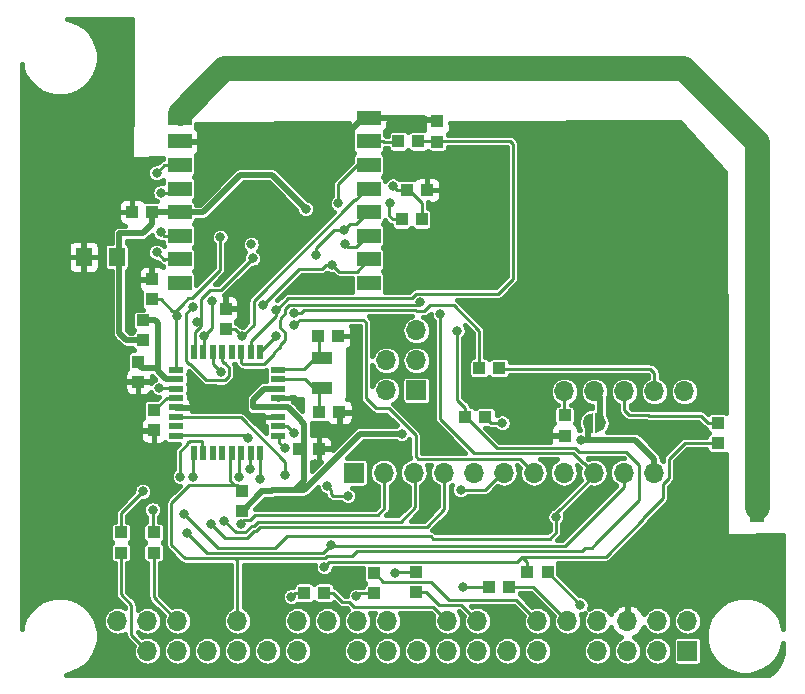
<source format=gbr>
G04 #@! TF.GenerationSoftware,KiCad,Pcbnew,(5.0.0)*
G04 #@! TF.CreationDate,2018-11-21T11:56:38+01:00*
G04 #@! TF.ProjectId,RRAT,525241542E6B696361645F7063620000,rev?*
G04 #@! TF.SameCoordinates,Original*
G04 #@! TF.FileFunction,Copper,L1,Top,Signal*
G04 #@! TF.FilePolarity,Positive*
%FSLAX46Y46*%
G04 Gerber Fmt 4.6, Leading zero omitted, Abs format (unit mm)*
G04 Created by KiCad (PCBNEW (5.0.0)) date 11/21/18 11:56:38*
%MOMM*%
%LPD*%
G01*
G04 APERTURE LIST*
G04 #@! TA.AperFunction,EtchedComponent*
%ADD10C,0.150000*%
G04 #@! TD*
G04 #@! TA.AperFunction,SMDPad,CuDef*
%ADD11R,1.000000X1.100000*%
G04 #@! TD*
G04 #@! TA.AperFunction,SMDPad,CuDef*
%ADD12R,1.400000X1.600000*%
G04 #@! TD*
G04 #@! TA.AperFunction,SMDPad,CuDef*
%ADD13R,0.558800X1.270000*%
G04 #@! TD*
G04 #@! TA.AperFunction,SMDPad,CuDef*
%ADD14R,1.270000X0.558800*%
G04 #@! TD*
G04 #@! TA.AperFunction,SMDPad,CuDef*
%ADD15R,1.270000X2.540000*%
G04 #@! TD*
G04 #@! TA.AperFunction,ComponentPad*
%ADD16R,1.700000X1.700000*%
G04 #@! TD*
G04 #@! TA.AperFunction,ComponentPad*
%ADD17O,1.700000X1.700000*%
G04 #@! TD*
G04 #@! TA.AperFunction,SMDPad,CuDef*
%ADD18R,1.100000X1.000000*%
G04 #@! TD*
G04 #@! TA.AperFunction,SMDPad,CuDef*
%ADD19R,2.000000X1.300000*%
G04 #@! TD*
G04 #@! TA.AperFunction,SMDPad,CuDef*
%ADD20R,1.800000X1.000000*%
G04 #@! TD*
G04 #@! TA.AperFunction,SMDPad,CuDef*
%ADD21C,0.600000*%
G04 #@! TD*
G04 #@! TA.AperFunction,Conductor*
%ADD22C,0.100000*%
G04 #@! TD*
G04 #@! TA.AperFunction,ViaPad*
%ADD23C,0.800000*%
G04 #@! TD*
G04 #@! TA.AperFunction,ViaPad*
%ADD24C,1.000000*%
G04 #@! TD*
G04 #@! TA.AperFunction,Conductor*
%ADD25C,0.500000*%
G04 #@! TD*
G04 #@! TA.AperFunction,Conductor*
%ADD26C,0.250000*%
G04 #@! TD*
G04 #@! TA.AperFunction,Conductor*
%ADD27C,2.100000*%
G04 #@! TD*
G04 #@! TA.AperFunction,Conductor*
%ADD28C,0.406400*%
G04 #@! TD*
G04 APERTURE END LIST*
D10*
G04 #@! TO.C,JP1*
X160550878Y-109769174D02*
X160550878Y-108448374D01*
X160550878Y-108448374D02*
X160449278Y-108448374D01*
X160449278Y-108448374D02*
X160449278Y-109769174D01*
X160449278Y-109769174D02*
X160347678Y-109769174D01*
X160347678Y-109769174D02*
X160347678Y-108499174D01*
X160347678Y-108499174D02*
X160246078Y-108499174D01*
X160246078Y-108499174D02*
X160246078Y-109667574D01*
X160246078Y-109667574D02*
X160144478Y-109616774D01*
X160144478Y-109616774D02*
X160144478Y-108651574D01*
X160144478Y-108651574D02*
X160042878Y-108753174D01*
X160042878Y-108753174D02*
X160042878Y-109464374D01*
X160042878Y-109464374D02*
X159992078Y-109413574D01*
X159992078Y-109413574D02*
X159992078Y-108854774D01*
X161262078Y-108499174D02*
X161363678Y-108499174D01*
X161363678Y-108499174D02*
X161363678Y-109616774D01*
X161363678Y-109616774D02*
X161465278Y-109616774D01*
X161465278Y-109616774D02*
X161465278Y-108651574D01*
X161465278Y-108651574D02*
X161516078Y-108651574D01*
X161516078Y-108651574D02*
X161516078Y-109515174D01*
X161516078Y-109515174D02*
X161566878Y-109515174D01*
X161566878Y-109515174D02*
X161566878Y-108803974D01*
X161566878Y-108803974D02*
X161617678Y-108803974D01*
X161617678Y-108803974D02*
X161617678Y-109362774D01*
X161058878Y-109819974D02*
X161058878Y-108448374D01*
X161058878Y-108448374D02*
X161160478Y-108448374D01*
X161160478Y-108448374D02*
X161160478Y-109769174D01*
X161160478Y-109769174D02*
X161262078Y-109769174D01*
X161262078Y-109769174D02*
X161262078Y-108499174D01*
X161262078Y-108499174D02*
X161312878Y-108499174D01*
X160957278Y-109870774D02*
X160957278Y-108346774D01*
X160652478Y-109870774D02*
X160652478Y-108346774D01*
X160652478Y-108346774D02*
G75*
G03X159890478Y-109108774I0J-762000D01*
G01*
X159890478Y-109108774D02*
G75*
G03X160652478Y-109870774I762000J0D01*
G01*
X160957278Y-109870774D02*
G75*
G03X161719278Y-109108774I0J762000D01*
G01*
X161719278Y-109108774D02*
G75*
G03X160957278Y-108346774I-762000J0D01*
G01*
G04 #@! TD*
D11*
G04 #@! TO.P,R15,1*
G04 #@! TO.N,/SPI_SCK*
X136238898Y-123508034D03*
G04 #@! TO.P,R15,2*
G04 #@! TO.N,Net-(J3-Pad18)*
X137938898Y-123508034D03*
G04 #@! TD*
D12*
G04 #@! TO.P,C6,2*
G04 #@! TO.N,/GND*
X117565998Y-95072734D03*
G04 #@! TO.P,C6,1*
G04 #@! TO.N,VCC*
X120365998Y-95072734D03*
G04 #@! TD*
D13*
G04 #@! TO.P,IC1,32*
G04 #@! TO.N,/D2*
X132518998Y-111717134D03*
G04 #@! TO.P,IC1,31*
G04 #@! TO.N,/RX*
X131718998Y-111717134D03*
G04 #@! TO.P,IC1,30*
G04 #@! TO.N,/TX*
X130918998Y-111717134D03*
G04 #@! TO.P,IC1,29*
G04 #@! TO.N,/RESET*
X130118998Y-111717134D03*
G04 #@! TO.P,IC1,28*
G04 #@! TO.N,/SCL*
X129318998Y-111717134D03*
G04 #@! TO.P,IC1,27*
G04 #@! TO.N,/SDA*
X128518998Y-111717134D03*
G04 #@! TO.P,IC1,26*
G04 #@! TO.N,/A3*
X127718998Y-111717134D03*
G04 #@! TO.P,IC1,25*
G04 #@! TO.N,/A2*
X126918998Y-111717134D03*
D14*
G04 #@! TO.P,IC1,24*
G04 #@! TO.N,/A1*
X125426398Y-110224534D03*
G04 #@! TO.P,IC1,23*
G04 #@! TO.N,/LDR*
X125426398Y-109424534D03*
G04 #@! TO.P,IC1,22*
G04 #@! TO.N,/A7*
X125426398Y-108624534D03*
G04 #@! TO.P,IC1,21*
G04 #@! TO.N,/GND*
X125426398Y-107824534D03*
G04 #@! TO.P,IC1,20*
G04 #@! TO.N,Net-(C4-Pad1)*
X125426398Y-107024534D03*
G04 #@! TO.P,IC1,19*
G04 #@! TO.N,/A6*
X125426398Y-106224534D03*
G04 #@! TO.P,IC1,18*
G04 #@! TO.N,Net-(C3-Pad1)*
X125426398Y-105424534D03*
G04 #@! TO.P,IC1,17*
G04 #@! TO.N,/SPI_SCK*
X125426398Y-104624534D03*
D13*
G04 #@! TO.P,IC1,16*
G04 #@! TO.N,/SPI_MISO*
X126918998Y-103131934D03*
G04 #@! TO.P,IC1,15*
G04 #@! TO.N,/SPI_MOSI*
X127718998Y-103131934D03*
G04 #@! TO.P,IC1,14*
G04 #@! TO.N,/SPI_NSS*
X128518998Y-103131934D03*
G04 #@! TO.P,IC1,13*
G04 #@! TO.N,/RFM_IRQ*
X129318998Y-103131934D03*
G04 #@! TO.P,IC1,12*
G04 #@! TO.N,/IO_POWER_UP*
X130118998Y-103131934D03*
G04 #@! TO.P,IC1,11*
G04 #@! TO.N,/D7*
X130918998Y-103131934D03*
G04 #@! TO.P,IC1,10*
G04 #@! TO.N,/SDN*
X131718998Y-103131934D03*
G04 #@! TO.P,IC1,9*
G04 #@! TO.N,/D5*
X132518998Y-103131934D03*
D14*
G04 #@! TO.P,IC1,8*
G04 #@! TO.N,/XTAL1*
X134011598Y-104624534D03*
G04 #@! TO.P,IC1,7*
G04 #@! TO.N,/XTAL2*
X134011598Y-105424534D03*
G04 #@! TO.P,IC1,6*
G04 #@! TO.N,VCC*
X134011598Y-106224534D03*
G04 #@! TO.P,IC1,5*
G04 #@! TO.N,/GND*
X134011598Y-107024534D03*
G04 #@! TO.P,IC1,4*
G04 #@! TO.N,VCC*
X134011598Y-107824534D03*
G04 #@! TO.P,IC1,3*
G04 #@! TO.N,/GND*
X134011598Y-108624534D03*
G04 #@! TO.P,IC1,2*
G04 #@! TO.N,/LED_HEATCALL_L*
X134011598Y-109424534D03*
G04 #@! TO.P,IC1,1*
G04 #@! TO.N,/D3*
X134011598Y-110224534D03*
G04 #@! TD*
D15*
G04 #@! TO.P,ANT1,1*
G04 #@! TO.N,Net-(ANT1-Pad1)*
X174617398Y-116232534D03*
G04 #@! TD*
D16*
G04 #@! TO.P,J3,1*
G04 #@! TO.N,VCC*
X168693598Y-128431634D03*
D17*
G04 #@! TO.P,J3,2*
G04 #@! TO.N,Net-(J3-Pad2)*
X168693598Y-125891634D03*
G04 #@! TO.P,J3,3*
G04 #@! TO.N,Net-(J3-Pad3)*
X166153598Y-128431634D03*
G04 #@! TO.P,J3,4*
G04 #@! TO.N,Net-(J3-Pad4)*
X166153598Y-125891634D03*
G04 #@! TO.P,J3,5*
G04 #@! TO.N,Net-(J3-Pad5)*
X163613598Y-128431634D03*
G04 #@! TO.P,J3,6*
G04 #@! TO.N,/GND*
X163613598Y-125891634D03*
G04 #@! TO.P,J3,7*
G04 #@! TO.N,Net-(J3-Pad7)*
X161073598Y-128431634D03*
G04 #@! TO.P,J3,8*
G04 #@! TO.N,Net-(J3-Pad8)*
X161073598Y-125891634D03*
G04 #@! TO.P,J3,9*
G04 #@! TO.N,/GND*
X158533598Y-128431634D03*
G04 #@! TO.P,J3,10*
G04 #@! TO.N,Net-(J3-Pad10)*
X158533598Y-125891634D03*
G04 #@! TO.P,J3,11*
G04 #@! TO.N,Net-(J3-Pad11)*
X155993598Y-128431634D03*
G04 #@! TO.P,J3,12*
G04 #@! TO.N,Net-(J3-Pad12)*
X155993598Y-125891634D03*
G04 #@! TO.P,J3,13*
G04 #@! TO.N,Net-(J3-Pad13)*
X153453598Y-128431634D03*
G04 #@! TO.P,J3,14*
G04 #@! TO.N,/GND*
X153453598Y-125891634D03*
G04 #@! TO.P,J3,15*
G04 #@! TO.N,Net-(J3-Pad15)*
X150913598Y-128431634D03*
G04 #@! TO.P,J3,16*
G04 #@! TO.N,Net-(J3-Pad16)*
X150913598Y-125891634D03*
G04 #@! TO.P,J3,17*
G04 #@! TO.N,VCC*
X148373598Y-128431634D03*
G04 #@! TO.P,J3,18*
G04 #@! TO.N,Net-(J3-Pad18)*
X148373598Y-125891634D03*
G04 #@! TO.P,J3,19*
G04 #@! TO.N,Net-(J3-Pad19)*
X145833598Y-128431634D03*
G04 #@! TO.P,J3,20*
G04 #@! TO.N,/GND*
X145833598Y-125891634D03*
G04 #@! TO.P,J3,21*
G04 #@! TO.N,Net-(J3-Pad21)*
X143293598Y-128431634D03*
G04 #@! TO.P,J3,22*
G04 #@! TO.N,Net-(J3-Pad22)*
X143293598Y-125891634D03*
G04 #@! TO.P,J3,23*
G04 #@! TO.N,Net-(J3-Pad23)*
X140753598Y-128431634D03*
G04 #@! TO.P,J3,24*
G04 #@! TO.N,Net-(J3-Pad24)*
X140753598Y-125891634D03*
G04 #@! TO.P,J3,25*
G04 #@! TO.N,/GND*
X138213598Y-128431634D03*
G04 #@! TO.P,J3,26*
G04 #@! TO.N,Net-(J3-Pad26)*
X138213598Y-125891634D03*
G04 #@! TO.P,J3,27*
G04 #@! TO.N,Net-(J3-Pad27)*
X135673598Y-128431634D03*
G04 #@! TO.P,J3,28*
G04 #@! TO.N,Net-(J3-Pad28)*
X135673598Y-125891634D03*
G04 #@! TO.P,J3,29*
G04 #@! TO.N,Net-(J3-Pad29)*
X133133598Y-128431634D03*
G04 #@! TO.P,J3,30*
G04 #@! TO.N,/GND*
X133133598Y-125891634D03*
G04 #@! TO.P,J3,31*
G04 #@! TO.N,Net-(J3-Pad31)*
X130593598Y-128431634D03*
G04 #@! TO.P,J3,32*
G04 #@! TO.N,/RESET*
X130593598Y-125891634D03*
G04 #@! TO.P,J3,33*
G04 #@! TO.N,Net-(J3-Pad33)*
X128053598Y-128431634D03*
G04 #@! TO.P,J3,34*
G04 #@! TO.N,/GND*
X128053598Y-125891634D03*
G04 #@! TO.P,J3,35*
G04 #@! TO.N,Net-(J3-Pad35)*
X125513598Y-128431634D03*
G04 #@! TO.P,J3,36*
G04 #@! TO.N,Net-(J3-Pad36)*
X125513598Y-125891634D03*
G04 #@! TO.P,J3,37*
G04 #@! TO.N,Net-(J3-Pad37)*
X122973598Y-128431634D03*
G04 #@! TO.P,J3,38*
G04 #@! TO.N,Net-(J3-Pad38)*
X122973598Y-125891634D03*
G04 #@! TO.P,J3,39*
G04 #@! TO.N,/GND*
X120433598Y-128431634D03*
G04 #@! TO.P,J3,40*
G04 #@! TO.N,Net-(J3-Pad40)*
X120433598Y-125891634D03*
G04 #@! TD*
G04 #@! TO.P,J1,6*
G04 #@! TO.N,Net-(C1-Pad2)*
X168440118Y-106462094D03*
G04 #@! TO.P,J1,5*
G04 #@! TO.N,Net-(J1-Pad5)*
X165900118Y-106462094D03*
G04 #@! TO.P,J1,4*
G04 #@! TO.N,Net-(J1-Pad4)*
X163360118Y-106462094D03*
G04 #@! TO.P,J1,3*
G04 #@! TO.N,Net-(J1-Pad3)*
X160820118Y-106462094D03*
G04 #@! TO.P,J1,2*
G04 #@! TO.N,Net-(J1-Pad2)*
X158280118Y-106462094D03*
D16*
G04 #@! TO.P,J1,1*
G04 #@! TO.N,/GND*
X155740118Y-106462094D03*
G04 #@! TD*
D17*
G04 #@! TO.P,J2,6*
G04 #@! TO.N,/GND*
X143197598Y-101295734D03*
G04 #@! TO.P,J2,5*
G04 #@! TO.N,/RESET*
X145737598Y-101295734D03*
G04 #@! TO.P,J2,4*
G04 #@! TO.N,/SPI_MOSI*
X143197598Y-103835734D03*
G04 #@! TO.P,J2,3*
G04 #@! TO.N,/SPI_SCK*
X145737598Y-103835734D03*
G04 #@! TO.P,J2,2*
G04 #@! TO.N,VCC*
X143197598Y-106375734D03*
D16*
G04 #@! TO.P,J2,1*
G04 #@! TO.N,/SPI_MISO*
X145737598Y-106375734D03*
G04 #@! TD*
D11*
G04 #@! TO.P,R4,1*
G04 #@! TO.N,Net-(R4-Pad1)*
X144491358Y-91892654D03*
G04 #@! TO.P,R4,2*
G04 #@! TO.N,/RFM_IRQ*
X146191358Y-91892654D03*
G04 #@! TD*
D18*
G04 #@! TO.P,R5,2*
G04 #@! TO.N,/RESET*
X131005598Y-114853134D03*
G04 #@! TO.P,R5,1*
G04 #@! TO.N,VCC*
X131005598Y-116553134D03*
G04 #@! TD*
D19*
G04 #@! TO.P,U1,16*
G04 #@! TO.N,/GND*
X141692398Y-83286434D03*
G04 #@! TO.P,U1,15*
G04 #@! TO.N,Net-(R9-Pad1)*
X141692398Y-85286434D03*
G04 #@! TO.P,U1,14*
G04 #@! TO.N,Net-(R4-Pad1)*
X141692398Y-87286434D03*
G04 #@! TO.P,U1,13*
G04 #@! TO.N,/SPI_NSS*
X141692398Y-89286434D03*
G04 #@! TO.P,U1,12*
G04 #@! TO.N,/SPI_SCK*
X141692398Y-91286434D03*
G04 #@! TO.P,U1,11*
G04 #@! TO.N,/SPI_MOSI*
X141692398Y-93286434D03*
G04 #@! TO.P,U1,10*
G04 #@! TO.N,/SPI_MISO*
X141692398Y-95286434D03*
G04 #@! TO.P,U1,9*
G04 #@! TO.N,Net-(U1-Pad9)*
X141692398Y-97286434D03*
G04 #@! TO.P,U1,8*
G04 #@! TO.N,Net-(U1-Pad8)*
X125692398Y-97286434D03*
G04 #@! TO.P,U1,7*
G04 #@! TO.N,Net-(U1-Pad3)*
X125692398Y-95286434D03*
G04 #@! TO.P,U1,6*
G04 #@! TO.N,Net-(U1-Pad4)*
X125692398Y-93286434D03*
G04 #@! TO.P,U1,5*
G04 #@! TO.N,VCC*
X125692398Y-91286434D03*
G04 #@! TO.P,U1,4*
G04 #@! TO.N,Net-(U1-Pad4)*
X125692398Y-89286434D03*
G04 #@! TO.P,U1,3*
G04 #@! TO.N,Net-(U1-Pad3)*
X125692398Y-87286434D03*
G04 #@! TO.P,U1,2*
G04 #@! TO.N,/GND*
X125692398Y-85286434D03*
G04 #@! TO.P,U1,1*
G04 #@! TO.N,Net-(ANT1-Pad1)*
X125692398Y-83286434D03*
G04 #@! TD*
D17*
G04 #@! TO.P,J4,12*
G04 #@! TO.N,/GND*
X168388798Y-113349634D03*
G04 #@! TO.P,J4,11*
G04 #@! TO.N,VCC*
X165848798Y-113349634D03*
G04 #@! TO.P,J4,10*
G04 #@! TO.N,/D2*
X163308798Y-113349634D03*
G04 #@! TO.P,J4,9*
G04 #@! TO.N,/D7*
X160768798Y-113349634D03*
G04 #@! TO.P,J4,8*
G04 #@! TO.N,/LED_HEATCALL_L*
X158228798Y-113349634D03*
G04 #@! TO.P,J4,7*
G04 #@! TO.N,/D5*
X155688798Y-113349634D03*
G04 #@! TO.P,J4,6*
G04 #@! TO.N,/D3*
X153148798Y-113349634D03*
G04 #@! TO.P,J4,5*
G04 #@! TO.N,/A7*
X150608798Y-113349634D03*
G04 #@! TO.P,J4,4*
G04 #@! TO.N,/A6*
X148068798Y-113349634D03*
G04 #@! TO.P,J4,3*
G04 #@! TO.N,/A3*
X145528798Y-113349634D03*
G04 #@! TO.P,J4,2*
G04 #@! TO.N,/A2*
X142988798Y-113349634D03*
D16*
G04 #@! TO.P,J4,1*
G04 #@! TO.N,/A1*
X140448798Y-113349634D03*
G04 #@! TD*
D18*
G04 #@! TO.P,C2,1*
G04 #@! TO.N,VCC*
X135794398Y-111303334D03*
G04 #@! TO.P,C2,2*
G04 #@! TO.N,/GND*
X137494398Y-111303334D03*
G04 #@! TD*
D11*
G04 #@! TO.P,C3,1*
G04 #@! TO.N,Net-(C3-Pad1)*
X122166398Y-103931134D03*
G04 #@! TO.P,C3,2*
G04 #@! TO.N,/GND*
X122166398Y-105631134D03*
G04 #@! TD*
D20*
G04 #@! TO.P,Q1,2*
G04 #@! TO.N,/XTAL2*
X137782318Y-106162694D03*
G04 #@! TO.P,Q1,1*
G04 #@! TO.N,/XTAL1*
X137782318Y-103662694D03*
G04 #@! TD*
D18*
G04 #@! TO.P,C5,1*
G04 #@! TO.N,VCC*
X123371998Y-91262734D03*
G04 #@! TO.P,C5,2*
G04 #@! TO.N,/GND*
X121671998Y-91262734D03*
G04 #@! TD*
D11*
G04 #@! TO.P,C4,1*
G04 #@! TO.N,Net-(C4-Pad1)*
X123512598Y-108065734D03*
G04 #@! TO.P,C4,2*
G04 #@! TO.N,/GND*
X123512598Y-109765734D03*
G04 #@! TD*
D18*
G04 #@! TO.P,C1,1*
G04 #@! TO.N,/RESET*
X149886318Y-108621094D03*
G04 #@! TO.P,C1,2*
G04 #@! TO.N,Net-(C1-Pad2)*
X151586318Y-108621094D03*
G04 #@! TD*
D11*
G04 #@! TO.P,C7,2*
G04 #@! TO.N,/GND*
X129583198Y-99460734D03*
G04 #@! TO.P,C7,1*
G04 #@! TO.N,/SPI_NSS*
X129583198Y-101160734D03*
G04 #@! TD*
G04 #@! TO.P,C8,1*
G04 #@! TO.N,/SPI_SCK*
X123334798Y-98671534D03*
G04 #@! TO.P,C8,2*
G04 #@! TO.N,/GND*
X123334798Y-96971534D03*
G04 #@! TD*
D18*
G04 #@! TO.P,C9,1*
G04 #@! TO.N,/RFM_IRQ*
X144938398Y-89408534D03*
G04 #@! TO.P,C9,2*
G04 #@! TO.N,/GND*
X146638398Y-89408534D03*
G04 #@! TD*
D11*
G04 #@! TO.P,C10,2*
G04 #@! TO.N,/GND*
X147520678Y-83605534D03*
G04 #@! TO.P,C10,1*
G04 #@! TO.N,/SDN*
X147520678Y-85305534D03*
G04 #@! TD*
G04 #@! TO.P,R1,1*
G04 #@! TO.N,/RX*
X151059798Y-104496134D03*
G04 #@! TO.P,R1,2*
G04 #@! TO.N,Net-(J1-Pad5)*
X152759798Y-104496134D03*
G04 #@! TD*
D18*
G04 #@! TO.P,R2,2*
G04 #@! TO.N,Net-(J1-Pad4)*
X171244278Y-109142694D03*
G04 #@! TO.P,R2,1*
G04 #@! TO.N,/TX*
X171244278Y-110842694D03*
G04 #@! TD*
G04 #@! TO.P,C11,1*
G04 #@! TO.N,/XTAL1*
X137419998Y-101773254D03*
G04 #@! TO.P,C11,2*
G04 #@! TO.N,/GND*
X139119998Y-101773254D03*
G04 #@! TD*
G04 #@! TO.P,C12,2*
G04 #@! TO.N,/XTAL2*
X137526678Y-108224854D03*
G04 #@! TO.P,C12,1*
G04 #@! TO.N,/GND*
X139226678Y-108224854D03*
G04 #@! TD*
D11*
G04 #@! TO.P,R9,1*
G04 #@! TO.N,Net-(R9-Pad1)*
X144208518Y-85288654D03*
G04 #@! TO.P,R9,2*
G04 #@! TO.N,/SDN*
X145908518Y-85288654D03*
G04 #@! TD*
G04 #@! TO.P,R10,2*
G04 #@! TO.N,/RX*
X151897998Y-123012734D03*
G04 #@! TO.P,R10,1*
G04 #@! TO.N,Net-(J3-Pad10)*
X153597998Y-123012734D03*
G04 #@! TD*
G04 #@! TO.P,R12,2*
G04 #@! TO.N,/TX*
X155149198Y-121730034D03*
G04 #@! TO.P,R12,1*
G04 #@! TO.N,Net-(J3-Pad8)*
X156849198Y-121730034D03*
G04 #@! TD*
D18*
G04 #@! TO.P,R13,1*
G04 #@! TO.N,/SPI_MOSI*
X145737598Y-121756334D03*
G04 #@! TO.P,R13,2*
G04 #@! TO.N,Net-(J3-Pad16)*
X145737598Y-123456334D03*
G04 #@! TD*
G04 #@! TO.P,R14,2*
G04 #@! TO.N,Net-(J3-Pad12)*
X142168898Y-121870634D03*
G04 #@! TO.P,R14,1*
G04 #@! TO.N,/SPI_MISO*
X142168898Y-123570634D03*
G04 #@! TD*
G04 #@! TO.P,R16,1*
G04 #@! TO.N,Net-(J3-Pad36)*
X123499898Y-120103534D03*
G04 #@! TO.P,R16,2*
G04 #@! TO.N,/D2*
X123499898Y-118403534D03*
G04 #@! TD*
G04 #@! TO.P,R17,1*
G04 #@! TO.N,Net-(J3-Pad37)*
X120718598Y-120103534D03*
G04 #@! TO.P,R17,2*
G04 #@! TO.N,/D7*
X120718598Y-118403534D03*
G04 #@! TD*
G04 #@! TO.P,R18,2*
G04 #@! TO.N,Net-(C3-Pad1)*
X122623598Y-100433034D03*
G04 #@! TO.P,R18,1*
G04 #@! TO.N,VCC*
X122623598Y-102133034D03*
G04 #@! TD*
D21*
G04 #@! TO.P,JP1,2*
G04 #@! TO.N,VCC*
X160304878Y-109108774D03*
D22*
G04 #@! TD*
G04 #@! TO.N,VCC*
G04 #@! TO.C,JP1*
G36*
X160604878Y-108558774D02*
X160604878Y-109658774D01*
X160004878Y-109558774D01*
X160004878Y-108658774D01*
X160604878Y-108558774D01*
X160604878Y-108558774D01*
G37*
D21*
G04 #@! TO.P,JP1,1*
G04 #@! TO.N,Net-(J1-Pad3)*
X161304878Y-109108774D03*
D22*
G04 #@! TD*
G04 #@! TO.N,Net-(J1-Pad3)*
G04 #@! TO.C,JP1*
G36*
X161004878Y-109658774D02*
X161004878Y-108558774D01*
X161604878Y-108658774D01*
X161604878Y-109558774D01*
X161004878Y-109658774D01*
X161004878Y-109658774D01*
G37*
D18*
G04 #@! TO.P,R3,1*
G04 #@! TO.N,Net-(J1-Pad2)*
X158285198Y-108497534D03*
G04 #@! TO.P,R3,2*
G04 #@! TO.N,/GND*
X158285198Y-110197534D03*
G04 #@! TD*
D23*
G04 #@! TO.N,/GND*
X115115358Y-111437954D03*
X115110278Y-108171514D03*
X118417358Y-111435414D03*
X118412278Y-108168974D03*
X114241598Y-91681834D03*
X114236518Y-88415394D03*
X117543598Y-91679294D03*
X117538518Y-88412854D03*
X159605998Y-115824534D03*
X171452558Y-120391454D03*
X168145478Y-117127554D03*
X168150558Y-120393994D03*
X133774198Y-91760574D03*
X132692158Y-90691234D03*
X134150118Y-95138774D03*
X133093478Y-96266534D03*
X114835958Y-101613234D03*
X118132878Y-98344254D03*
X114830878Y-98346794D03*
X118137958Y-101610694D03*
X139954000Y-84292974D03*
X132072398Y-108809054D03*
X132072398Y-105476574D03*
X128684038Y-106365574D03*
X127144798Y-107808294D03*
X122491518Y-95529934D03*
X144259318Y-116423974D03*
X146728198Y-116423974D03*
X149176758Y-116403654D03*
X135130558Y-87884534D03*
X136212598Y-88953874D03*
X135831598Y-107518734D03*
X140403598Y-103266774D03*
X142219698Y-100299055D03*
X145445498Y-87694034D03*
X159611078Y-117029924D03*
X140652518Y-116229824D03*
X157993098Y-100330534D03*
X157988018Y-97064094D03*
X161295098Y-100327994D03*
X161290018Y-97061554D03*
X165023818Y-96975194D03*
X168330898Y-100239094D03*
X168325818Y-96972654D03*
X165028898Y-100241634D03*
X164939998Y-91846934D03*
X164934918Y-88580494D03*
X168241998Y-91844394D03*
X168236918Y-88577954D03*
X157899118Y-88669394D03*
X161206198Y-91933294D03*
X161201118Y-88666854D03*
X157904198Y-91935834D03*
X156528813Y-118103319D03*
X137179448Y-112573334D03*
X151655798Y-90909674D03*
X151650718Y-87643234D03*
X147320000Y-93980000D03*
X146298938Y-95738214D03*
X146880598Y-108600774D03*
X136398000Y-97282000D03*
G04 #@! TO.N,/RESET*
X149193108Y-101326214D03*
G04 #@! TO.N,/SPI_NSS*
X130993998Y-101794534D03*
X129164008Y-104794534D03*
G04 #@! TO.N,/SPI_SCK*
X125493998Y-100090834D03*
X129125998Y-93401936D03*
X139590798Y-92792334D03*
X137228598Y-94920334D03*
X135133098Y-123838234D03*
G04 #@! TO.N,/SPI_MOSI*
X127743998Y-101794534D03*
X139692398Y-93960734D03*
X128465598Y-98786734D03*
X131767594Y-94011534D03*
X143896098Y-121857034D03*
G04 #@! TO.N,/SPI_MISO*
X132743998Y-99169534D03*
X127139198Y-100598834D03*
X131869198Y-95179934D03*
X138638298Y-95758534D03*
X140670298Y-123797356D03*
D24*
G04 #@! TO.N,Net-(ANT1-Pad1)*
X128053119Y-80499213D03*
D23*
G04 #@! TO.N,VCC*
X136364998Y-91008734D03*
X144518398Y-110039844D03*
X159687278Y-110541336D03*
G04 #@! TO.N,/D3*
X134618998Y-111294534D03*
X139954000Y-115316000D03*
X138198387Y-114456745D03*
X149481608Y-114781624D03*
G04 #@! TO.N,/D5*
X133868998Y-101794534D03*
X135368998Y-100849057D03*
G04 #@! TO.N,/D7*
X157554528Y-117077604D03*
X147743998Y-99919534D03*
X146080498Y-98908134D03*
X122572798Y-114935534D03*
X126039898Y-116802434D03*
G04 #@! TO.N,/A6*
X123993998Y-106169534D03*
X128368998Y-117669534D03*
G04 #@! TO.N,/A7*
X134618998Y-113544534D03*
G04 #@! TO.N,/A1*
X131493998Y-110419534D03*
G04 #@! TO.N,/A2*
X126868998Y-113669534D03*
X130868998Y-117669534D03*
G04 #@! TO.N,/A3*
X125743998Y-113669534D03*
X129493998Y-117419534D03*
G04 #@! TO.N,/D2*
X132493998Y-113919534D03*
X138513083Y-119452312D03*
X126306598Y-118415334D03*
X123410998Y-116484934D03*
G04 #@! TO.N,Net-(U1-Pad3)*
X123741198Y-87960734D03*
X123741198Y-94666334D03*
G04 #@! TO.N,Net-(U1-Pad4)*
X124110598Y-92989934D03*
X124110598Y-89637134D03*
G04 #@! TO.N,/RFM_IRQ*
X126790788Y-99296177D03*
X143763916Y-89065314D03*
G04 #@! TO.N,Net-(R4-Pad1)*
X139118998Y-90544534D03*
X143497318Y-90546454D03*
G04 #@! TO.N,/RX*
X131618998Y-113044534D03*
X149699998Y-123012734D03*
X135368998Y-99849044D03*
G04 #@! TO.N,/TX*
X130743998Y-113669534D03*
X137939798Y-121330255D03*
G04 #@! TO.N,/SDN*
X133868998Y-99544534D03*
G04 #@! TO.N,Net-(C1-Pad2)*
X153012158Y-109134174D03*
G04 #@! TO.N,Net-(J3-Pad8)*
X159605998Y-124536734D03*
G04 #@! TO.N,/LED_HEATCALL_L*
X135369318Y-109972374D03*
G04 #@! TD*
D25*
G04 #@! TO.N,/GND*
X141212018Y-83286434D02*
X141692398Y-83286434D01*
X140205478Y-84292974D02*
X141212018Y-83286434D01*
X141864698Y-83458734D02*
X141692398Y-83286434D01*
X146416798Y-83286434D02*
X141692398Y-83286434D01*
X146639898Y-83509534D02*
X146416798Y-83286434D01*
X147424678Y-83509534D02*
X147520678Y-83605534D01*
X146639898Y-83509534D02*
X147424678Y-83509534D01*
D26*
G04 #@! TO.N,/RESET*
X129993998Y-114044534D02*
X130368998Y-114419534D01*
X129993998Y-111919534D02*
X129993998Y-114044534D01*
X130118998Y-111794534D02*
X129993998Y-111919534D01*
X130118998Y-111794534D02*
X130118998Y-111717134D01*
X130571998Y-114419534D02*
X131005598Y-114853134D01*
X130368998Y-114419534D02*
X130571998Y-114419534D01*
X149193108Y-107177884D02*
X149193108Y-101891899D01*
X149886318Y-107871094D02*
X149193108Y-107177884D01*
X149886318Y-108621094D02*
X149886318Y-107871094D01*
X149193108Y-101891899D02*
X149193108Y-101326214D01*
X160005513Y-119722324D02*
X160571198Y-119722324D01*
X137996561Y-120605245D02*
X138187061Y-120414745D01*
X124993998Y-115919534D02*
X124993998Y-119439534D01*
X159730514Y-119997323D02*
X160005513Y-119722324D01*
X130368998Y-114419534D02*
X126493998Y-114419534D01*
X140699798Y-119997323D02*
X159730514Y-119997323D01*
X140282376Y-120414745D02*
X140699798Y-119997323D01*
X124993998Y-119439534D02*
X126159709Y-120605245D01*
X126493998Y-114419534D02*
X124993998Y-115919534D01*
X138187061Y-120414745D02*
X140282376Y-120414745D01*
X163492618Y-111552254D02*
X164629598Y-112689234D01*
X149936318Y-108621094D02*
X152552518Y-111237294D01*
X159208634Y-111237294D02*
X159523594Y-111552254D01*
X164629598Y-115663924D02*
X160971197Y-119322325D01*
X149886318Y-108621094D02*
X149936318Y-108621094D01*
X152552518Y-111237294D02*
X159208634Y-111237294D01*
X159523594Y-111552254D02*
X163492618Y-111552254D01*
X164629598Y-112689234D02*
X164629598Y-115663924D01*
X160971197Y-119322325D02*
X160571198Y-119722324D01*
X130593598Y-120802845D02*
X130395998Y-120605245D01*
X130593598Y-125891634D02*
X130593598Y-120802845D01*
X126159709Y-120605245D02*
X130395998Y-120605245D01*
X130395998Y-120605245D02*
X137996561Y-120605245D01*
G04 #@! TO.N,/XTAL1*
X137113078Y-103683014D02*
X137513078Y-103683014D01*
X136251558Y-104544534D02*
X137113078Y-103683014D01*
X134118998Y-104544534D02*
X136251558Y-104544534D01*
X134011598Y-104624534D02*
X134118998Y-104544534D01*
X137513078Y-102172934D02*
X137275958Y-101935814D01*
X137513078Y-103683014D02*
X137513078Y-102172934D01*
G04 #@! TO.N,/XTAL2*
X134118998Y-105419534D02*
X134011598Y-105424534D01*
X137513078Y-108211254D02*
X137526678Y-108224854D01*
X137513078Y-106183014D02*
X137513078Y-108211254D01*
X137035878Y-106183014D02*
X137513078Y-106183014D01*
X134011598Y-105424534D02*
X136277398Y-105424534D01*
X136277398Y-105424534D02*
X137035878Y-106183014D01*
G04 #@! TO.N,/SPI_NSS*
X128518998Y-104149524D02*
X129164008Y-104794534D01*
X128518998Y-103131934D02*
X128518998Y-104149524D01*
X130360198Y-101160734D02*
X130993998Y-101794534D01*
X129583198Y-101160734D02*
X130360198Y-101160734D01*
X141618998Y-89294534D02*
X141628998Y-89294534D01*
X140548838Y-90294534D02*
X141638038Y-89205334D01*
X131966668Y-98821864D02*
X140493998Y-90294534D01*
X140493998Y-90294534D02*
X140548838Y-90294534D01*
X131966668Y-100821864D02*
X131966668Y-98821864D01*
X130993998Y-101794534D02*
X131966668Y-100821864D01*
G04 #@! TO.N,/SPI_SCK*
X125426398Y-104624534D02*
X125426398Y-99641534D01*
X125054798Y-99641534D02*
X125426398Y-99641534D01*
X124084798Y-98671534D02*
X125054798Y-99641534D01*
X123334798Y-98671534D02*
X124084798Y-98671534D01*
X139025113Y-92792334D02*
X139590798Y-92792334D01*
X138790913Y-92792334D02*
X139025113Y-92792334D01*
X137228598Y-94354649D02*
X138790913Y-92792334D01*
X137228598Y-94920334D02*
X137228598Y-94354649D01*
X136238898Y-123508034D02*
X135463298Y-123508034D01*
X135463298Y-123508034D02*
X135133098Y-123838234D01*
X140664737Y-92261435D02*
X141582158Y-91344014D01*
X139590798Y-92792334D02*
X140121697Y-92261435D01*
X140121697Y-92261435D02*
X140664737Y-92261435D01*
X129125998Y-96172002D02*
X129125998Y-93401936D01*
X126726824Y-98571176D02*
X129125998Y-96172002D01*
X126442787Y-98571176D02*
X126726824Y-98571176D01*
X125984000Y-99029963D02*
X126442787Y-98571176D01*
X125426398Y-99641534D02*
X125984000Y-99083932D01*
X125984000Y-99083932D02*
X125984000Y-99029963D01*
G04 #@! TO.N,/SPI_MOSI*
X127743998Y-103044534D02*
X127718998Y-103131934D01*
X127743998Y-101794534D02*
X127743998Y-103044534D01*
X128465598Y-101072934D02*
X128465598Y-98786734D01*
X127743998Y-101794534D02*
X128465598Y-101072934D01*
X145737598Y-121756334D02*
X143996798Y-121756334D01*
X143996798Y-121756334D02*
X143896098Y-121857034D01*
X141692398Y-93286434D02*
X141772998Y-93205834D01*
X140605297Y-94261435D02*
X141693918Y-93172814D01*
X139692398Y-93960734D02*
X139993099Y-94261435D01*
X139993099Y-94261435D02*
X140605297Y-94261435D01*
G04 #@! TO.N,/SPI_MISO*
X126993998Y-101419534D02*
X126993998Y-103044534D01*
X126993998Y-103044534D02*
X126918998Y-103131934D01*
X127494798Y-100918734D02*
X127459098Y-100918734D01*
X127494798Y-100918734D02*
X126993998Y-101419534D01*
X127459098Y-100918734D02*
X127139198Y-100598834D01*
X132743998Y-99169534D02*
X135799398Y-96114134D01*
X135799398Y-96114134D02*
X137717013Y-96114134D01*
X137717013Y-96114134D02*
X138072613Y-95758534D01*
X138072613Y-95758534D02*
X138638298Y-95758534D01*
X142168898Y-123570634D02*
X140897020Y-123570634D01*
X140897020Y-123570634D02*
X140670298Y-123797356D01*
X141628998Y-95294534D02*
X141164998Y-95758534D01*
X141692398Y-95286434D02*
X141707298Y-95301334D01*
X140699059Y-96311433D02*
X141638038Y-95372454D01*
X138638298Y-95758534D02*
X139191197Y-96311433D01*
X139191197Y-96311433D02*
X140699059Y-96311433D01*
X129176798Y-97872334D02*
X131818398Y-95230734D01*
X127508000Y-98651608D02*
X128287274Y-97872334D01*
X127508000Y-100905532D02*
X127508000Y-99651967D01*
X127508000Y-99651967D02*
X127515789Y-99644178D01*
X127494798Y-100918734D02*
X127508000Y-100905532D01*
X127515789Y-99644178D02*
X127515789Y-98948176D01*
X128287274Y-97872334D02*
X129176798Y-97872334D01*
X127515789Y-98948176D02*
X127508000Y-98940387D01*
X127508000Y-98940387D02*
X127508000Y-98651608D01*
D27*
G04 #@! TO.N,Net-(ANT1-Pad1)*
X174566598Y-86563734D02*
X174566598Y-106637034D01*
X128053119Y-80499213D02*
X128053119Y-80499213D01*
X174617398Y-112862534D02*
X174617398Y-116232534D01*
X174617398Y-106687834D02*
X174617398Y-112862534D01*
X174566598Y-106637034D02*
X174617398Y-106687834D01*
X128053119Y-80499213D02*
X125696998Y-82855334D01*
X129468898Y-79083434D02*
X128053119Y-80499213D01*
X168356298Y-79083434D02*
X129468898Y-79083434D01*
X174579298Y-86512934D02*
X174579298Y-85306434D01*
X174579298Y-85306434D02*
X168356298Y-79083434D01*
D25*
G04 #@! TO.N,VCC*
X132618998Y-114919534D02*
X133493998Y-114919534D01*
X133493998Y-114919534D02*
X133528998Y-114829534D01*
X133743998Y-114794534D02*
X135493998Y-114794534D01*
X133743998Y-114794534D02*
X133528998Y-114829534D01*
X131055598Y-116553134D02*
X131005598Y-116553134D01*
X132618998Y-114989734D02*
X131055598Y-116553134D01*
X132618998Y-114919534D02*
X132618998Y-114989734D01*
X132876598Y-107824534D02*
X134011598Y-107824534D01*
X131932698Y-107168434D02*
X131932698Y-107824534D01*
X132876598Y-106224534D02*
X131932698Y-107168434D01*
X134011598Y-106224534D02*
X132876598Y-106224534D01*
X131932698Y-107824534D02*
X132876598Y-107824534D01*
X135938278Y-111476054D02*
X135994158Y-111476054D01*
X135794398Y-111303334D02*
X135794398Y-111332174D01*
X135794398Y-111332174D02*
X135938278Y-111476054D01*
X134118998Y-107794534D02*
X134011598Y-107824534D01*
X134868998Y-107794534D02*
X134118998Y-107794534D01*
X135493998Y-114794534D02*
X136227838Y-114060694D01*
X136227838Y-114060694D02*
X136227838Y-109224486D01*
X136227838Y-109224486D02*
X135953088Y-108949736D01*
X135953088Y-108949736D02*
X135953088Y-108878624D01*
X135953088Y-108878624D02*
X134868998Y-107794534D01*
X136243998Y-114794534D02*
X140998688Y-110039844D01*
X140998688Y-110039844D02*
X143952713Y-110039844D01*
X135493998Y-114794534D02*
X136243998Y-114794534D01*
X143952713Y-110039844D02*
X144518398Y-110039844D01*
X164242581Y-110541336D02*
X160252963Y-110541336D01*
X165848798Y-113349634D02*
X165848798Y-112147553D01*
X160252963Y-110541336D02*
X159687278Y-110541336D01*
X165848798Y-112147553D02*
X164242581Y-110541336D01*
X160304878Y-110489421D02*
X160252963Y-110541336D01*
X160304878Y-109108774D02*
X160304878Y-110489421D01*
X121200298Y-102133034D02*
X122623598Y-102133034D01*
X120591598Y-101524334D02*
X121200298Y-102133034D01*
X120591598Y-93071934D02*
X120591598Y-101524334D01*
X123315798Y-91294534D02*
X123283998Y-91262734D01*
X127659098Y-91294534D02*
X123315798Y-91294534D01*
X130840498Y-88113134D02*
X127659098Y-91294534D01*
X133494798Y-88113134D02*
X130840498Y-88113134D01*
X136364998Y-91008734D02*
X136364998Y-90983334D01*
X136364998Y-90983334D02*
X133494798Y-88113134D01*
X123371998Y-92262734D02*
X123371998Y-91262734D01*
X122562798Y-93071934D02*
X123371998Y-92262734D01*
X120591598Y-93071934D02*
X122562798Y-93071934D01*
D26*
G04 #@! TO.N,/D3*
X134118998Y-110794534D02*
X134118998Y-110294534D01*
X134618998Y-111294534D02*
X134118998Y-110794534D01*
X134118998Y-110294534D02*
X134011598Y-110224534D01*
X138523266Y-114781624D02*
X138198387Y-114456745D01*
X153047198Y-113298834D02*
X151573998Y-114772034D01*
X153250398Y-113298834D02*
X153047198Y-113298834D01*
X150056883Y-114772034D02*
X151573998Y-114772034D01*
X150047293Y-114781624D02*
X150056883Y-114772034D01*
X149481608Y-114781624D02*
X150047293Y-114781624D01*
X138523266Y-114781624D02*
X138523266Y-115155266D01*
X138684000Y-115316000D02*
X139954000Y-115316000D01*
X138523266Y-115155266D02*
X138684000Y-115316000D01*
G04 #@! TO.N,/D5*
X133868998Y-101794534D02*
X132618998Y-103044534D01*
X132618998Y-103044534D02*
X132518998Y-103131934D01*
X155739598Y-113298834D02*
X155743998Y-113294434D01*
X155688798Y-113349634D02*
X154513797Y-112174633D01*
X135416587Y-100849057D02*
X135368998Y-100849057D01*
X154513797Y-112174633D02*
X145923097Y-112174633D01*
X142346698Y-107899734D02*
X141470398Y-107023434D01*
X145686798Y-110173034D02*
X143413498Y-107899734D01*
X145686798Y-111938334D02*
X145686798Y-110173034D01*
X143413498Y-107899734D02*
X142346698Y-107899734D01*
X145923097Y-112174633D02*
X145686798Y-111938334D01*
X141252321Y-100404557D02*
X135861087Y-100404557D01*
X135861087Y-100404557D02*
X135416587Y-100849057D01*
X141470398Y-100622634D02*
X141252321Y-100404557D01*
X141470398Y-107023434D02*
X141470398Y-100622634D01*
G04 #@! TO.N,/D7*
X160921198Y-113349634D02*
X160174098Y-113349634D01*
X160768798Y-113588732D02*
X157573998Y-116783532D01*
X160768798Y-113349634D02*
X160768798Y-113588732D01*
X157573998Y-118389934D02*
X157040598Y-118923334D01*
X157573998Y-116783532D02*
X157573998Y-118389934D01*
X157040598Y-118923334D02*
X147172698Y-118923334D01*
X120718598Y-118403534D02*
X120718598Y-116789734D01*
X120718598Y-116789734D02*
X122572798Y-114935534D01*
X128942688Y-119705224D02*
X133779708Y-119705224D01*
X126039898Y-116802434D02*
X128942688Y-119705224D01*
X146976675Y-118727311D02*
X147172698Y-118923334D01*
X134757621Y-118727311D02*
X146976675Y-118727311D01*
X133779708Y-119705224D02*
X134757621Y-118727311D01*
X159834564Y-112499635D02*
X159918799Y-112499635D01*
X147743998Y-108769338D02*
X150661965Y-111687305D01*
X159022234Y-111687305D02*
X159834564Y-112499635D01*
X159918799Y-112499635D02*
X160768798Y-113349634D01*
X147743998Y-99919534D02*
X147743998Y-108769338D01*
X150661965Y-111687305D02*
X159022234Y-111687305D01*
X134967998Y-99124034D02*
X145864598Y-99124034D01*
X134593999Y-99498032D02*
X134967998Y-99124034D01*
X134319008Y-100167526D02*
X134593999Y-99892535D01*
X133729917Y-103308615D02*
X133729917Y-103137213D01*
X132868998Y-104169534D02*
X133729917Y-103308615D01*
X134106917Y-102760213D02*
X134205998Y-102760213D01*
X134205998Y-102519535D02*
X134216999Y-102519535D01*
X130918998Y-104016934D02*
X131071598Y-104169534D01*
X134205998Y-102760213D02*
X134205998Y-102519535D01*
X134216999Y-102519535D02*
X134593999Y-102142535D01*
X134593999Y-99892535D02*
X134593999Y-99498032D01*
X134593999Y-102142535D02*
X134593999Y-101446533D01*
X130918998Y-103131934D02*
X130918998Y-104016934D01*
X134205998Y-100409629D02*
X134319008Y-100296619D01*
X131071598Y-104169534D02*
X132868998Y-104169534D01*
X134593999Y-101446533D02*
X134216999Y-101069533D01*
X134216999Y-101069533D02*
X134205998Y-101069533D01*
X145864598Y-99124034D02*
X146080498Y-98908134D01*
X133729917Y-103137213D02*
X134106917Y-102760213D01*
X134205998Y-101069533D02*
X134205998Y-100409629D01*
X134319008Y-100296619D02*
X134319008Y-100167526D01*
G04 #@! TO.N,/A6*
X123993998Y-106169534D02*
X125368998Y-106169534D01*
X125368998Y-106169534D02*
X125426398Y-106224534D01*
X148119598Y-116418934D02*
X148119598Y-113349634D01*
X146605798Y-117932734D02*
X148119598Y-116418934D01*
X132533822Y-117932734D02*
X146605798Y-117932734D01*
X131415312Y-118856521D02*
X131993676Y-118278157D01*
X129555985Y-118856521D02*
X131415312Y-118856521D01*
X132188399Y-118278157D02*
X132533822Y-117932734D01*
X131993676Y-118278157D02*
X132188399Y-118278157D01*
X128368998Y-117669534D02*
X129555985Y-118856521D01*
G04 #@! TO.N,/A7*
X130868998Y-108669534D02*
X125493998Y-108669534D01*
X134618998Y-112419534D02*
X130868998Y-108669534D01*
X134618998Y-113544534D02*
X134618998Y-112419534D01*
X125493998Y-108669534D02*
X125426398Y-108624534D01*
G04 #@! TO.N,/A1*
X131243998Y-110169534D02*
X125493998Y-110169534D01*
X131493998Y-110419534D02*
X131243998Y-110169534D01*
X125493998Y-110169534D02*
X125426398Y-110224534D01*
G04 #@! TO.N,/A2*
X126868998Y-113669534D02*
X126868998Y-111794534D01*
X126868998Y-111794534D02*
X126918998Y-111717134D01*
X143039598Y-116373934D02*
X143039598Y-113349634D01*
X132120376Y-116954834D02*
X142458698Y-116954834D01*
X131160397Y-117378135D02*
X131697075Y-117378135D01*
X130868998Y-117669534D02*
X131160397Y-117378135D01*
X142458698Y-116954834D02*
X143039598Y-116373934D01*
X131697075Y-117378135D02*
X132120376Y-116954834D01*
G04 #@! TO.N,/A3*
X131228912Y-118406510D02*
X131807276Y-117828146D01*
X144430809Y-117482723D02*
X145630398Y-116283134D01*
X131807276Y-117828146D02*
X132001999Y-117828146D01*
X132347422Y-117482723D02*
X144430809Y-117482723D01*
X132001999Y-117828146D02*
X132347422Y-117482723D01*
X145630398Y-116283134D02*
X145630398Y-113349634D01*
X130480974Y-118406510D02*
X131228912Y-118406510D01*
X129493998Y-117419534D02*
X130480974Y-118406510D01*
X127618998Y-111669534D02*
X127718998Y-111717134D01*
X127618998Y-110669534D02*
X127618998Y-111669534D01*
X125743998Y-111544534D02*
X126314597Y-110973935D01*
X125743998Y-113669534D02*
X125743998Y-111544534D01*
X126314597Y-110973935D02*
X126314597Y-110822133D01*
X126618998Y-110669534D02*
X127618998Y-110669534D01*
X126314597Y-110822133D02*
X126379597Y-110757133D01*
X126379597Y-110757133D02*
X126531399Y-110757133D01*
X126531399Y-110757133D02*
X126618998Y-110669534D01*
G04 #@! TO.N,/D2*
X132493998Y-111794534D02*
X132518998Y-111717134D01*
X132493998Y-113919534D02*
X132493998Y-111794534D01*
X163308798Y-114551715D02*
X158313201Y-119547312D01*
X138608083Y-119547312D02*
X138513083Y-119452312D01*
X158313201Y-119547312D02*
X138608083Y-119547312D01*
X163308798Y-113349634D02*
X163308798Y-114551715D01*
X123410998Y-118314634D02*
X123499898Y-118403534D01*
X123410998Y-116484934D02*
X123410998Y-118314634D01*
X128046498Y-120155234D02*
X126306598Y-118415334D01*
X138513083Y-119452312D02*
X137810161Y-120155234D01*
X137810161Y-120155234D02*
X128046498Y-120155234D01*
G04 #@! TO.N,Net-(U1-Pad3)*
X125692398Y-87286434D02*
X124415498Y-87286434D01*
X124415498Y-87286434D02*
X123741198Y-87960734D01*
X123741198Y-94666334D02*
X124401598Y-95326734D01*
X124441898Y-95286434D02*
X125692398Y-95286434D01*
X124401598Y-95326734D02*
X124441898Y-95286434D01*
G04 #@! TO.N,Net-(U1-Pad4)*
X125692398Y-93286434D02*
X124407098Y-93286434D01*
X124407098Y-93286434D02*
X124110598Y-92989934D01*
X125341698Y-89637134D02*
X125692398Y-89286434D01*
X124110598Y-89637134D02*
X125341698Y-89637134D01*
G04 #@! TO.N,/RFM_IRQ*
X146191358Y-91892654D02*
X146191358Y-90478584D01*
X143795178Y-89065314D02*
X143763916Y-89065314D01*
X144138398Y-89408534D02*
X143795178Y-89065314D01*
X144938398Y-89408534D02*
X144138398Y-89408534D01*
X145121308Y-89408534D02*
X144938398Y-89408534D01*
X146191358Y-90478584D02*
X145121308Y-89408534D01*
X126243998Y-99842967D02*
X126790788Y-99296177D01*
X126243998Y-103919534D02*
X126243998Y-99842967D01*
X126618998Y-104169534D02*
X126493998Y-104169534D01*
X127948000Y-105498536D02*
X126618998Y-104169534D01*
X128795008Y-105498536D02*
X127948000Y-105498536D01*
X129512009Y-105519535D02*
X128816007Y-105519535D01*
X129318998Y-103131934D02*
X129318998Y-103907600D01*
X129480931Y-104069533D02*
X129512009Y-104069533D01*
X128816007Y-105519535D02*
X128795008Y-105498536D01*
X129512009Y-104069533D02*
X129889009Y-104446533D01*
X129889009Y-104446533D02*
X129889009Y-105142535D01*
X126493998Y-104169534D02*
X126243998Y-103919534D01*
X129318998Y-103907600D02*
X129480931Y-104069533D01*
X129889009Y-105142535D02*
X129512009Y-105519535D01*
G04 #@! TO.N,Net-(C4-Pad1)*
X124618998Y-107044534D02*
X123512598Y-108077534D01*
X125426398Y-107024534D02*
X125368998Y-107044534D01*
X125368998Y-107044534D02*
X124618998Y-107044534D01*
G04 #@! TO.N,Net-(R4-Pad1)*
X139118998Y-88919534D02*
X139118998Y-90544534D01*
X140743998Y-87294534D02*
X139118998Y-88919534D01*
X141628998Y-87294534D02*
X140743998Y-87294534D01*
X144491358Y-91842654D02*
X144419438Y-91770734D01*
X144491358Y-91892654D02*
X144491358Y-91842654D01*
X143741358Y-91892654D02*
X144491358Y-91892654D01*
X143456678Y-91607974D02*
X143741358Y-91892654D01*
X143456678Y-90526134D02*
X143456678Y-91607974D01*
G04 #@! TO.N,/RX*
X131618998Y-111794534D02*
X131618998Y-113044534D01*
X131618998Y-111794534D02*
X131718998Y-111717134D01*
X146428499Y-99633135D02*
X145732497Y-99633135D01*
X145732497Y-99633135D02*
X145673407Y-99574045D01*
X145673407Y-99574045D02*
X136209682Y-99574045D01*
X135934683Y-99849044D02*
X135368998Y-99849044D01*
X151059798Y-101319494D02*
X148909838Y-99169534D01*
X146892100Y-99169534D02*
X146428499Y-99633135D01*
X151059798Y-104496134D02*
X151059798Y-101319494D01*
X148909838Y-99169534D02*
X146892100Y-99169534D01*
X136209682Y-99574045D02*
X135934683Y-99849044D01*
X151897998Y-123012734D02*
X150142008Y-123012734D01*
X149699998Y-123012734D02*
X150142008Y-123012734D01*
G04 #@! TO.N,/TX*
X130743998Y-111919534D02*
X130743998Y-113669534D01*
X130868998Y-111794534D02*
X130743998Y-111919534D01*
X130868998Y-111794534D02*
X130918998Y-111717134D01*
X154716498Y-120497334D02*
X154716498Y-120447334D01*
X155149198Y-120930034D02*
X154716498Y-120497334D01*
X155149198Y-121730034D02*
X155149198Y-120930034D01*
X167118798Y-112169734D02*
X168445838Y-110842694D01*
X167118798Y-113818636D02*
X167118798Y-112169734D01*
X154716498Y-120447334D02*
X161764998Y-120447334D01*
X164927298Y-117285034D02*
X164927298Y-117196134D01*
X161764998Y-120447334D02*
X164927298Y-117285034D01*
X164927298Y-117196134D02*
X166610798Y-115512634D01*
X168445838Y-110842694D02*
X171244278Y-110842694D01*
X166610798Y-115512634D02*
X166610798Y-114326636D01*
X166610798Y-114326636D02*
X167118798Y-113818636D01*
X138339797Y-120930256D02*
X137939798Y-121330255D01*
X138371598Y-120898455D02*
X138339797Y-120930256D01*
X154716498Y-120447334D02*
X154265377Y-120898455D01*
X154265377Y-120898455D02*
X138371598Y-120898455D01*
G04 #@! TO.N,Net-(J1-Pad4)*
X170444278Y-109142694D02*
X169810918Y-108509334D01*
X171244278Y-109142694D02*
X170444278Y-109142694D01*
X165407358Y-108509334D02*
X165371798Y-108473774D01*
X169810918Y-108509334D02*
X165407358Y-108509334D01*
X165371798Y-108473774D02*
X163756358Y-108473774D01*
X163360118Y-108077534D02*
X163360118Y-106462094D01*
X163756358Y-108473774D02*
X163360118Y-108077534D01*
G04 #@! TO.N,Net-(J1-Pad5)*
X165900118Y-104897454D02*
X165900118Y-106462094D01*
X165539438Y-104536774D02*
X165900118Y-104897454D01*
X152762518Y-104536774D02*
X165539438Y-104536774D01*
G04 #@! TO.N,/SDN*
X133911088Y-99544534D02*
X133868998Y-99544534D01*
X134895489Y-98560133D02*
X133911088Y-99544534D01*
X145732497Y-98183133D02*
X145355497Y-98560133D01*
X152670697Y-98183133D02*
X145732497Y-98183133D01*
X152721698Y-85268334D02*
X152735298Y-85254734D01*
X145935718Y-85258174D02*
X152721698Y-85268334D01*
X145355497Y-98560133D02*
X134895489Y-98560133D01*
X152735298Y-85254734D02*
X153674198Y-85254734D01*
X153674198Y-85254734D02*
X153941798Y-85522334D01*
X153941798Y-85522334D02*
X153941798Y-96912032D01*
X153941798Y-96912032D02*
X152670697Y-98183133D01*
X131730713Y-102235219D02*
X131718998Y-102246934D01*
X131718998Y-102246934D02*
X131718998Y-103131934D01*
X131743998Y-102235219D02*
X131730713Y-102235219D01*
X133868998Y-100110219D02*
X131743998Y-102235219D01*
X133868998Y-99544534D02*
X133868998Y-100110219D01*
G04 #@! TO.N,Net-(C1-Pad2)*
X152099398Y-109134174D02*
X151586318Y-108621094D01*
X153012158Y-109134174D02*
X152099398Y-109134174D01*
G04 #@! TO.N,Net-(R9-Pad1)*
X141628998Y-85294534D02*
X141628998Y-85199534D01*
X144098978Y-85337234D02*
X144111998Y-85324214D01*
X142993198Y-85337234D02*
X144098978Y-85337234D01*
X141692398Y-85286434D02*
X142942398Y-85286434D01*
X142942398Y-85286434D02*
X142993198Y-85337234D01*
G04 #@! TO.N,Net-(J3-Pad36)*
X123499898Y-123877934D02*
X125513598Y-125891634D01*
X123499898Y-120103534D02*
X123499898Y-123877934D01*
G04 #@! TO.N,Net-(J3-Pad8)*
X156849198Y-121779934D02*
X156849198Y-121730034D01*
X159605998Y-124536734D02*
X156849198Y-121779934D01*
G04 #@! TO.N,Net-(J3-Pad10)*
X155654698Y-123012734D02*
X153597998Y-123012734D01*
X158533598Y-125891634D02*
X155654698Y-123012734D01*
G04 #@! TO.N,/LED_HEATCALL_L*
X134011598Y-109424534D02*
X134711000Y-109424534D01*
X134711000Y-109424534D02*
X134821478Y-109424534D01*
X134821478Y-109424534D02*
X135369318Y-109972374D01*
G04 #@! TO.N,Net-(J1-Pad3)*
X161304878Y-106946854D02*
X160820118Y-106462094D01*
D25*
X161304878Y-109108774D02*
X161304878Y-106946854D01*
D26*
G04 #@! TO.N,Net-(J1-Pad2)*
X158280118Y-108492454D02*
X158285198Y-108497534D01*
X158280118Y-106462094D02*
X158280118Y-108492454D01*
D25*
G04 #@! TO.N,Net-(C3-Pad1)*
X125368998Y-105419534D02*
X125426398Y-105424534D01*
X125618998Y-105419534D02*
X125426398Y-105424534D01*
X124541398Y-105424534D02*
X123855498Y-104738634D01*
X125426398Y-105424534D02*
X124541398Y-105424534D01*
X123576998Y-100433034D02*
X122623598Y-100433034D01*
X123855498Y-100711534D02*
X123576998Y-100433034D01*
X122166398Y-103931134D02*
X122166398Y-104115134D01*
X122521998Y-104470734D02*
X123855498Y-104470734D01*
X122166398Y-104115134D02*
X122521998Y-104470734D01*
X123855498Y-104738634D02*
X123855498Y-104470734D01*
X123855498Y-104470734D02*
X123855498Y-100711534D01*
D26*
G04 #@! TO.N,Net-(J3-Pad12)*
X142168898Y-121870634D02*
X142218898Y-121870634D01*
X142930299Y-122582035D02*
X146983299Y-122582035D01*
X142218898Y-121870634D02*
X142930299Y-122582035D01*
X146983299Y-122582035D02*
X148487988Y-124086724D01*
X154188688Y-124086724D02*
X155993598Y-125891634D01*
X148487988Y-124086724D02*
X154188688Y-124086724D01*
G04 #@! TO.N,Net-(J3-Pad16)*
X149558698Y-124536734D02*
X150913598Y-125891634D01*
X147617998Y-124536734D02*
X149558698Y-124536734D01*
X145737598Y-123456334D02*
X146537598Y-123456334D01*
X146537598Y-123456334D02*
X147617998Y-124536734D01*
G04 #@! TO.N,Net-(J3-Pad18)*
X138688898Y-123508034D02*
X139476498Y-124295634D01*
X137938898Y-123508034D02*
X138688898Y-123508034D01*
X147523599Y-125041635D02*
X148373598Y-125891634D01*
X147486489Y-125041635D02*
X147523599Y-125041635D01*
X147161487Y-124716633D02*
X147486489Y-125041635D01*
X140481897Y-124716633D02*
X147161487Y-124716633D01*
X140060898Y-124295634D02*
X140481897Y-124716633D01*
X139476498Y-124295634D02*
X140060898Y-124295634D01*
G04 #@! TO.N,Net-(J3-Pad37)*
X120718598Y-123636634D02*
X120718598Y-120103534D01*
X122123599Y-127581635D02*
X122973598Y-128431634D01*
X121608599Y-127066635D02*
X122123599Y-127581635D01*
X121608599Y-124526635D02*
X121608599Y-127066635D01*
X120718598Y-123636634D02*
X121608599Y-124526635D01*
G04 #@! TD*
D28*
G04 #@! TO.N,/GND*
G36*
X121632998Y-81546481D02*
X121594904Y-86562191D01*
X121612942Y-86647444D01*
X121659070Y-86711928D01*
X121726365Y-86753851D01*
X121804580Y-86766831D01*
X124192180Y-86690631D01*
X124263624Y-86675198D01*
X124287248Y-86659383D01*
X124287248Y-86773371D01*
X124285251Y-86773977D01*
X124212387Y-86796080D01*
X124120626Y-86845127D01*
X124120624Y-86845128D01*
X124120625Y-86845128D01*
X124060347Y-86894597D01*
X124060343Y-86894601D01*
X124040198Y-86911134D01*
X124023665Y-86931279D01*
X123797410Y-87157534D01*
X123662090Y-87157534D01*
X123506913Y-87188401D01*
X123360740Y-87248948D01*
X123229188Y-87336848D01*
X123117312Y-87448724D01*
X123029412Y-87580276D01*
X122968865Y-87726449D01*
X122937998Y-87881626D01*
X122937998Y-88039842D01*
X122968865Y-88195019D01*
X123029412Y-88341192D01*
X123117312Y-88472744D01*
X123229188Y-88584620D01*
X123360740Y-88672520D01*
X123506913Y-88733067D01*
X123662090Y-88763934D01*
X123820306Y-88763934D01*
X123975483Y-88733067D01*
X124121656Y-88672520D01*
X124253208Y-88584620D01*
X124301389Y-88536439D01*
X124295033Y-88557393D01*
X124287248Y-88636434D01*
X124287248Y-88853337D01*
X124189706Y-88833934D01*
X124031490Y-88833934D01*
X123876313Y-88864801D01*
X123730140Y-88925348D01*
X123598588Y-89013248D01*
X123486712Y-89125124D01*
X123398812Y-89256676D01*
X123338265Y-89402849D01*
X123307398Y-89558026D01*
X123307398Y-89716242D01*
X123338265Y-89871419D01*
X123398812Y-90017592D01*
X123486712Y-90149144D01*
X123598588Y-90261020D01*
X123730140Y-90348920D01*
X123751057Y-90357584D01*
X122821998Y-90357584D01*
X122749360Y-90364738D01*
X122734343Y-90342264D01*
X122642469Y-90250389D01*
X122534436Y-90178204D01*
X122414396Y-90128482D01*
X122286963Y-90103134D01*
X121861898Y-90103134D01*
X121696998Y-90268034D01*
X121696998Y-91237734D01*
X121716998Y-91237734D01*
X121716998Y-91287734D01*
X121696998Y-91287734D01*
X121696998Y-91307734D01*
X121646998Y-91307734D01*
X121646998Y-91287734D01*
X120627298Y-91287734D01*
X120462398Y-91452634D01*
X120462398Y-91827699D01*
X120487746Y-91955132D01*
X120537468Y-92075172D01*
X120609653Y-92183204D01*
X120701527Y-92275079D01*
X120809560Y-92347264D01*
X120929600Y-92396986D01*
X121038935Y-92418734D01*
X120623681Y-92418734D01*
X120591598Y-92415574D01*
X120522964Y-92422334D01*
X120463549Y-92428186D01*
X120340420Y-92465536D01*
X120226944Y-92526191D01*
X120127481Y-92607817D01*
X120045855Y-92707280D01*
X119985200Y-92820756D01*
X119947850Y-92943885D01*
X119935238Y-93071934D01*
X119938398Y-93104017D01*
X119938398Y-93867584D01*
X119665998Y-93867584D01*
X119586957Y-93875369D01*
X119510954Y-93898424D01*
X119440909Y-93935864D01*
X119379514Y-93986250D01*
X119329128Y-94047645D01*
X119291688Y-94117690D01*
X119268633Y-94193693D01*
X119260848Y-94272734D01*
X119260848Y-95872734D01*
X119268633Y-95951775D01*
X119291688Y-96027778D01*
X119329128Y-96097823D01*
X119379514Y-96159218D01*
X119440909Y-96209604D01*
X119510954Y-96247044D01*
X119586957Y-96270099D01*
X119665998Y-96277884D01*
X119938398Y-96277884D01*
X119938399Y-101492243D01*
X119935238Y-101524334D01*
X119947851Y-101652383D01*
X119985201Y-101775512D01*
X120045856Y-101888988D01*
X120106722Y-101963154D01*
X120127482Y-101988451D01*
X120152402Y-102008902D01*
X120715725Y-102572225D01*
X120736181Y-102597151D01*
X120786896Y-102638771D01*
X120835643Y-102678777D01*
X120896298Y-102711198D01*
X120949120Y-102739432D01*
X121028196Y-102763419D01*
X121072248Y-102776782D01*
X121200298Y-102789394D01*
X121232381Y-102786234D01*
X121698729Y-102786234D01*
X121699288Y-102788078D01*
X121736728Y-102858123D01*
X121787114Y-102919518D01*
X121848509Y-102969904D01*
X121859884Y-102975984D01*
X121666398Y-102975984D01*
X121587357Y-102983769D01*
X121511354Y-103006824D01*
X121441309Y-103044264D01*
X121379914Y-103094650D01*
X121329528Y-103156045D01*
X121292088Y-103226090D01*
X121269033Y-103302093D01*
X121261248Y-103381134D01*
X121261248Y-104481134D01*
X121268402Y-104553772D01*
X121245928Y-104568789D01*
X121154053Y-104660663D01*
X121081868Y-104768696D01*
X121032146Y-104888736D01*
X121006798Y-105016169D01*
X121006798Y-105441234D01*
X121171698Y-105606134D01*
X122141398Y-105606134D01*
X122141398Y-105586134D01*
X122191398Y-105586134D01*
X122191398Y-105606134D01*
X123161098Y-105606134D01*
X123325998Y-105441234D01*
X123325998Y-105123934D01*
X123326699Y-105123934D01*
X123391381Y-105202751D01*
X123416306Y-105223206D01*
X123639920Y-105446821D01*
X123613540Y-105457748D01*
X123481988Y-105545648D01*
X123370112Y-105657524D01*
X123286950Y-105781986D01*
X123161098Y-105656134D01*
X122191398Y-105656134D01*
X122191398Y-106675834D01*
X122356298Y-106840734D01*
X122731363Y-106840734D01*
X122858796Y-106815386D01*
X122978836Y-106765664D01*
X123086868Y-106693479D01*
X123178743Y-106601605D01*
X123250928Y-106493572D01*
X123254885Y-106484019D01*
X123282212Y-106549992D01*
X123370112Y-106681544D01*
X123481988Y-106793420D01*
X123613540Y-106881320D01*
X123759713Y-106941867D01*
X123914890Y-106972734D01*
X123921919Y-106972734D01*
X123774274Y-107110584D01*
X123012598Y-107110584D01*
X122933557Y-107118369D01*
X122857554Y-107141424D01*
X122787509Y-107178864D01*
X122726114Y-107229250D01*
X122675728Y-107290645D01*
X122638288Y-107360690D01*
X122615233Y-107436693D01*
X122607448Y-107515734D01*
X122607448Y-108615734D01*
X122614602Y-108688372D01*
X122592128Y-108703389D01*
X122500253Y-108795263D01*
X122428068Y-108903296D01*
X122378346Y-109023336D01*
X122352998Y-109150769D01*
X122352998Y-109575834D01*
X122517898Y-109740734D01*
X123487598Y-109740734D01*
X123487598Y-109720734D01*
X123537598Y-109720734D01*
X123537598Y-109740734D01*
X123557598Y-109740734D01*
X123557598Y-109790734D01*
X123537598Y-109790734D01*
X123537598Y-110810434D01*
X123702498Y-110975334D01*
X124077563Y-110975334D01*
X124204996Y-110949986D01*
X124325036Y-110900264D01*
X124433068Y-110828079D01*
X124489505Y-110771642D01*
X124504914Y-110790418D01*
X124566309Y-110840804D01*
X124636354Y-110878244D01*
X124712357Y-110901299D01*
X124791398Y-110909084D01*
X125632461Y-110909084D01*
X125388844Y-111152701D01*
X125368699Y-111169234D01*
X125352166Y-111189379D01*
X125352161Y-111189384D01*
X125302692Y-111249662D01*
X125253645Y-111341423D01*
X125223441Y-111440989D01*
X125213244Y-111544534D01*
X125215799Y-111570478D01*
X125215798Y-113061838D01*
X125120112Y-113157524D01*
X125032212Y-113289076D01*
X124971665Y-113435249D01*
X124940798Y-113590426D01*
X124940798Y-113748642D01*
X124971665Y-113903819D01*
X125032212Y-114049992D01*
X125120112Y-114181544D01*
X125231988Y-114293420D01*
X125363540Y-114381320D01*
X125509713Y-114441867D01*
X125664890Y-114472734D01*
X125693810Y-114472734D01*
X124638848Y-115527697D01*
X124618698Y-115544234D01*
X124552691Y-115624662D01*
X124503644Y-115716424D01*
X124486437Y-115773148D01*
X124476015Y-115807506D01*
X124473441Y-115815990D01*
X124465798Y-115893593D01*
X124465798Y-115893600D01*
X124463244Y-115919534D01*
X124465798Y-115945469D01*
X124465799Y-119413590D01*
X124463244Y-119439534D01*
X124473441Y-119543079D01*
X124503645Y-119642645D01*
X124552692Y-119734406D01*
X124602161Y-119794684D01*
X124602166Y-119794689D01*
X124618699Y-119814834D01*
X124638843Y-119831367D01*
X125767876Y-120960400D01*
X125784409Y-120980545D01*
X125804554Y-120997078D01*
X125804558Y-120997082D01*
X125829914Y-121017891D01*
X125864837Y-121046552D01*
X125956598Y-121095599D01*
X126056164Y-121125802D01*
X126133767Y-121133445D01*
X126133776Y-121133445D01*
X126159708Y-121135999D01*
X126185640Y-121133445D01*
X130065399Y-121133445D01*
X130065398Y-124752975D01*
X129893989Y-124844595D01*
X129703165Y-125001201D01*
X129546559Y-125192025D01*
X129430191Y-125409735D01*
X129358531Y-125645964D01*
X129334335Y-125891634D01*
X129358531Y-126137304D01*
X129430191Y-126373533D01*
X129546559Y-126591243D01*
X129703165Y-126782067D01*
X129893989Y-126938673D01*
X130111699Y-127055041D01*
X130347928Y-127126701D01*
X130532038Y-127144834D01*
X130655158Y-127144834D01*
X130839268Y-127126701D01*
X131075497Y-127055041D01*
X131293207Y-126938673D01*
X131484031Y-126782067D01*
X131640637Y-126591243D01*
X131757005Y-126373533D01*
X131828665Y-126137304D01*
X131852861Y-125891634D01*
X134414335Y-125891634D01*
X134438531Y-126137304D01*
X134510191Y-126373533D01*
X134626559Y-126591243D01*
X134783165Y-126782067D01*
X134973989Y-126938673D01*
X135191699Y-127055041D01*
X135427928Y-127126701D01*
X135612038Y-127144834D01*
X135735158Y-127144834D01*
X135919268Y-127126701D01*
X136155497Y-127055041D01*
X136373207Y-126938673D01*
X136564031Y-126782067D01*
X136720637Y-126591243D01*
X136837005Y-126373533D01*
X136908665Y-126137304D01*
X136932861Y-125891634D01*
X136954335Y-125891634D01*
X136978531Y-126137304D01*
X137050191Y-126373533D01*
X137166559Y-126591243D01*
X137323165Y-126782067D01*
X137513989Y-126938673D01*
X137731699Y-127055041D01*
X137967928Y-127126701D01*
X138152038Y-127144834D01*
X138275158Y-127144834D01*
X138459268Y-127126701D01*
X138695497Y-127055041D01*
X138913207Y-126938673D01*
X139104031Y-126782067D01*
X139260637Y-126591243D01*
X139377005Y-126373533D01*
X139448665Y-126137304D01*
X139472861Y-125891634D01*
X139448665Y-125645964D01*
X139377005Y-125409735D01*
X139260637Y-125192025D01*
X139104031Y-125001201D01*
X138913207Y-124844595D01*
X138695497Y-124728227D01*
X138459268Y-124656567D01*
X138275158Y-124638434D01*
X138152038Y-124638434D01*
X137967928Y-124656567D01*
X137731699Y-124728227D01*
X137513989Y-124844595D01*
X137323165Y-125001201D01*
X137166559Y-125192025D01*
X137050191Y-125409735D01*
X136978531Y-125645964D01*
X136954335Y-125891634D01*
X136932861Y-125891634D01*
X136908665Y-125645964D01*
X136837005Y-125409735D01*
X136720637Y-125192025D01*
X136564031Y-125001201D01*
X136373207Y-124844595D01*
X136155497Y-124728227D01*
X135919268Y-124656567D01*
X135735158Y-124638434D01*
X135612038Y-124638434D01*
X135427928Y-124656567D01*
X135191699Y-124728227D01*
X134973989Y-124844595D01*
X134783165Y-125001201D01*
X134626559Y-125192025D01*
X134510191Y-125409735D01*
X134438531Y-125645964D01*
X134414335Y-125891634D01*
X131852861Y-125891634D01*
X131828665Y-125645964D01*
X131757005Y-125409735D01*
X131640637Y-125192025D01*
X131484031Y-125001201D01*
X131293207Y-124844595D01*
X131121798Y-124752975D01*
X131121798Y-121133445D01*
X137160011Y-121133445D01*
X137136598Y-121251147D01*
X137136598Y-121409363D01*
X137167465Y-121564540D01*
X137228012Y-121710713D01*
X137315912Y-121842265D01*
X137427788Y-121954141D01*
X137559340Y-122042041D01*
X137705513Y-122102588D01*
X137860690Y-122133455D01*
X138018906Y-122133455D01*
X138174083Y-122102588D01*
X138320256Y-122042041D01*
X138451808Y-121954141D01*
X138563684Y-121842265D01*
X138651584Y-121710713D01*
X138712131Y-121564540D01*
X138739558Y-121426655D01*
X141213748Y-121426655D01*
X141213748Y-122370634D01*
X141221533Y-122449675D01*
X141244588Y-122525678D01*
X141282028Y-122595723D01*
X141332414Y-122657118D01*
X141393809Y-122707504D01*
X141418373Y-122720634D01*
X141393809Y-122733764D01*
X141332414Y-122784150D01*
X141282028Y-122845545D01*
X141244588Y-122915590D01*
X141221533Y-122991593D01*
X141216526Y-123042434D01*
X140946617Y-123042434D01*
X140904583Y-123025023D01*
X140749406Y-122994156D01*
X140591190Y-122994156D01*
X140436013Y-123025023D01*
X140289840Y-123085570D01*
X140158288Y-123173470D01*
X140046412Y-123285346D01*
X139958512Y-123416898D01*
X139897965Y-123563071D01*
X139867098Y-123718248D01*
X139867098Y-123767434D01*
X139695285Y-123767434D01*
X139080735Y-123152884D01*
X139064198Y-123132734D01*
X138983770Y-123066727D01*
X138892009Y-123017680D01*
X138844048Y-123003131D01*
X138844048Y-122958034D01*
X138836263Y-122878993D01*
X138813208Y-122802990D01*
X138775768Y-122732945D01*
X138725382Y-122671550D01*
X138663987Y-122621164D01*
X138593942Y-122583724D01*
X138517939Y-122560669D01*
X138438898Y-122552884D01*
X137438898Y-122552884D01*
X137359857Y-122560669D01*
X137283854Y-122583724D01*
X137213809Y-122621164D01*
X137152414Y-122671550D01*
X137102028Y-122732945D01*
X137088898Y-122757509D01*
X137075768Y-122732945D01*
X137025382Y-122671550D01*
X136963987Y-122621164D01*
X136893942Y-122583724D01*
X136817939Y-122560669D01*
X136738898Y-122552884D01*
X135738898Y-122552884D01*
X135659857Y-122560669D01*
X135583854Y-122583724D01*
X135513809Y-122621164D01*
X135452414Y-122671550D01*
X135402028Y-122732945D01*
X135364588Y-122802990D01*
X135341533Y-122878993D01*
X135333748Y-122958034D01*
X135333748Y-122995366D01*
X135260187Y-123017680D01*
X135223512Y-123037283D01*
X135212206Y-123035034D01*
X135053990Y-123035034D01*
X134898813Y-123065901D01*
X134752640Y-123126448D01*
X134621088Y-123214348D01*
X134509212Y-123326224D01*
X134421312Y-123457776D01*
X134360765Y-123603949D01*
X134329898Y-123759126D01*
X134329898Y-123917342D01*
X134360765Y-124072519D01*
X134421312Y-124218692D01*
X134509212Y-124350244D01*
X134621088Y-124462120D01*
X134752640Y-124550020D01*
X134898813Y-124610567D01*
X135053990Y-124641434D01*
X135212206Y-124641434D01*
X135367383Y-124610567D01*
X135513556Y-124550020D01*
X135645108Y-124462120D01*
X135653697Y-124453531D01*
X135659857Y-124455399D01*
X135738898Y-124463184D01*
X136738898Y-124463184D01*
X136817939Y-124455399D01*
X136893942Y-124432344D01*
X136963987Y-124394904D01*
X137025382Y-124344518D01*
X137075768Y-124283123D01*
X137088898Y-124258559D01*
X137102028Y-124283123D01*
X137152414Y-124344518D01*
X137213809Y-124394904D01*
X137283854Y-124432344D01*
X137359857Y-124455399D01*
X137438898Y-124463184D01*
X138438898Y-124463184D01*
X138517939Y-124455399D01*
X138593942Y-124432344D01*
X138663987Y-124394904D01*
X138725382Y-124344518D01*
X138749278Y-124315401D01*
X139084661Y-124650784D01*
X139101198Y-124670934D01*
X139121348Y-124687471D01*
X139181626Y-124736941D01*
X139273386Y-124785988D01*
X139372953Y-124816191D01*
X139450556Y-124823834D01*
X139450564Y-124823834D01*
X139476498Y-124826388D01*
X139502432Y-124823834D01*
X139842111Y-124823834D01*
X139949019Y-124930742D01*
X139863165Y-125001201D01*
X139706559Y-125192025D01*
X139590191Y-125409735D01*
X139518531Y-125645964D01*
X139494335Y-125891634D01*
X139518531Y-126137304D01*
X139590191Y-126373533D01*
X139706559Y-126591243D01*
X139863165Y-126782067D01*
X140053989Y-126938673D01*
X140271699Y-127055041D01*
X140507928Y-127126701D01*
X140692038Y-127144834D01*
X140815158Y-127144834D01*
X140999268Y-127126701D01*
X141235497Y-127055041D01*
X141453207Y-126938673D01*
X141644031Y-126782067D01*
X141800637Y-126591243D01*
X141917005Y-126373533D01*
X141988665Y-126137304D01*
X142012861Y-125891634D01*
X141988665Y-125645964D01*
X141917005Y-125409735D01*
X141828863Y-125244833D01*
X142218333Y-125244833D01*
X142130191Y-125409735D01*
X142058531Y-125645964D01*
X142034335Y-125891634D01*
X142058531Y-126137304D01*
X142130191Y-126373533D01*
X142246559Y-126591243D01*
X142403165Y-126782067D01*
X142593989Y-126938673D01*
X142811699Y-127055041D01*
X143047928Y-127126701D01*
X143232038Y-127144834D01*
X143355158Y-127144834D01*
X143539268Y-127126701D01*
X143775497Y-127055041D01*
X143993207Y-126938673D01*
X144184031Y-126782067D01*
X144340637Y-126591243D01*
X144457005Y-126373533D01*
X144528665Y-126137304D01*
X144552861Y-125891634D01*
X144528665Y-125645964D01*
X144457005Y-125409735D01*
X144368863Y-125244833D01*
X146942700Y-125244833D01*
X147094652Y-125396785D01*
X147111189Y-125416935D01*
X147188708Y-125480555D01*
X147138531Y-125645964D01*
X147114335Y-125891634D01*
X147138531Y-126137304D01*
X147210191Y-126373533D01*
X147326559Y-126591243D01*
X147483165Y-126782067D01*
X147673989Y-126938673D01*
X147891699Y-127055041D01*
X148127928Y-127126701D01*
X148312038Y-127144834D01*
X148435158Y-127144834D01*
X148619268Y-127126701D01*
X148855497Y-127055041D01*
X149073207Y-126938673D01*
X149264031Y-126782067D01*
X149420637Y-126591243D01*
X149537005Y-126373533D01*
X149608665Y-126137304D01*
X149632861Y-125891634D01*
X149608665Y-125645964D01*
X149537005Y-125409735D01*
X149420637Y-125192025D01*
X149316336Y-125064934D01*
X149339911Y-125064934D01*
X149734951Y-125459974D01*
X149678531Y-125645964D01*
X149654335Y-125891634D01*
X149678531Y-126137304D01*
X149750191Y-126373533D01*
X149866559Y-126591243D01*
X150023165Y-126782067D01*
X150213989Y-126938673D01*
X150431699Y-127055041D01*
X150667928Y-127126701D01*
X150852038Y-127144834D01*
X150975158Y-127144834D01*
X151159268Y-127126701D01*
X151395497Y-127055041D01*
X151613207Y-126938673D01*
X151804031Y-126782067D01*
X151960637Y-126591243D01*
X152077005Y-126373533D01*
X152148665Y-126137304D01*
X152172861Y-125891634D01*
X152148665Y-125645964D01*
X152077005Y-125409735D01*
X151960637Y-125192025D01*
X151804031Y-125001201D01*
X151613207Y-124844595D01*
X151395497Y-124728227D01*
X151159268Y-124656567D01*
X150975158Y-124638434D01*
X150852038Y-124638434D01*
X150667928Y-124656567D01*
X150481938Y-124712987D01*
X150383875Y-124614924D01*
X153969901Y-124614924D01*
X154814951Y-125459974D01*
X154758531Y-125645964D01*
X154734335Y-125891634D01*
X154758531Y-126137304D01*
X154830191Y-126373533D01*
X154946559Y-126591243D01*
X155103165Y-126782067D01*
X155293989Y-126938673D01*
X155511699Y-127055041D01*
X155747928Y-127126701D01*
X155932038Y-127144834D01*
X156055158Y-127144834D01*
X156239268Y-127126701D01*
X156475497Y-127055041D01*
X156693207Y-126938673D01*
X156884031Y-126782067D01*
X157040637Y-126591243D01*
X157157005Y-126373533D01*
X157228665Y-126137304D01*
X157252861Y-125891634D01*
X157228665Y-125645964D01*
X157157005Y-125409735D01*
X157040637Y-125192025D01*
X156884031Y-125001201D01*
X156693207Y-124844595D01*
X156475497Y-124728227D01*
X156239268Y-124656567D01*
X156055158Y-124638434D01*
X155932038Y-124638434D01*
X155747928Y-124656567D01*
X155561938Y-124712987D01*
X154580525Y-123731574D01*
X154563988Y-123711424D01*
X154492126Y-123652447D01*
X154495363Y-123641775D01*
X154503148Y-123562734D01*
X154503148Y-123540934D01*
X155435911Y-123540934D01*
X157354951Y-125459975D01*
X157298531Y-125645964D01*
X157274335Y-125891634D01*
X157298531Y-126137304D01*
X157370191Y-126373533D01*
X157486559Y-126591243D01*
X157643165Y-126782067D01*
X157833989Y-126938673D01*
X158051699Y-127055041D01*
X158287928Y-127126701D01*
X158472038Y-127144834D01*
X158595158Y-127144834D01*
X158779268Y-127126701D01*
X159015497Y-127055041D01*
X159233207Y-126938673D01*
X159424031Y-126782067D01*
X159580637Y-126591243D01*
X159697005Y-126373533D01*
X159768665Y-126137304D01*
X159792861Y-125891634D01*
X159768665Y-125645964D01*
X159697005Y-125409735D01*
X159659696Y-125339934D01*
X159685106Y-125339934D01*
X159840283Y-125309067D01*
X159986456Y-125248520D01*
X160001865Y-125238224D01*
X159910191Y-125409735D01*
X159838531Y-125645964D01*
X159814335Y-125891634D01*
X159838531Y-126137304D01*
X159910191Y-126373533D01*
X160026559Y-126591243D01*
X160183165Y-126782067D01*
X160373989Y-126938673D01*
X160591699Y-127055041D01*
X160827928Y-127126701D01*
X161012038Y-127144834D01*
X161135158Y-127144834D01*
X161319268Y-127126701D01*
X161555497Y-127055041D01*
X161773207Y-126938673D01*
X161964031Y-126782067D01*
X162120637Y-126591243D01*
X162205004Y-126433403D01*
X162206150Y-126437515D01*
X162339690Y-126701606D01*
X162522185Y-126934570D01*
X162746623Y-127127454D01*
X163004378Y-127272846D01*
X163077898Y-127296984D01*
X162913989Y-127384595D01*
X162723165Y-127541201D01*
X162566559Y-127732025D01*
X162450191Y-127949735D01*
X162378531Y-128185964D01*
X162354335Y-128431634D01*
X162378531Y-128677304D01*
X162450191Y-128913533D01*
X162566559Y-129131243D01*
X162723165Y-129322067D01*
X162913989Y-129478673D01*
X163131699Y-129595041D01*
X163367928Y-129666701D01*
X163552038Y-129684834D01*
X163675158Y-129684834D01*
X163859268Y-129666701D01*
X164095497Y-129595041D01*
X164313207Y-129478673D01*
X164504031Y-129322067D01*
X164660637Y-129131243D01*
X164777005Y-128913533D01*
X164848665Y-128677304D01*
X164872861Y-128431634D01*
X164894335Y-128431634D01*
X164918531Y-128677304D01*
X164990191Y-128913533D01*
X165106559Y-129131243D01*
X165263165Y-129322067D01*
X165453989Y-129478673D01*
X165671699Y-129595041D01*
X165907928Y-129666701D01*
X166092038Y-129684834D01*
X166215158Y-129684834D01*
X166399268Y-129666701D01*
X166635497Y-129595041D01*
X166853207Y-129478673D01*
X167044031Y-129322067D01*
X167200637Y-129131243D01*
X167317005Y-128913533D01*
X167388665Y-128677304D01*
X167412861Y-128431634D01*
X167388665Y-128185964D01*
X167317005Y-127949735D01*
X167200637Y-127732025D01*
X167077214Y-127581634D01*
X167438448Y-127581634D01*
X167438448Y-129281634D01*
X167446233Y-129360675D01*
X167469288Y-129436678D01*
X167506728Y-129506723D01*
X167557114Y-129568118D01*
X167618509Y-129618504D01*
X167688554Y-129655944D01*
X167764557Y-129678999D01*
X167843598Y-129686784D01*
X169543598Y-129686784D01*
X169622639Y-129678999D01*
X169698642Y-129655944D01*
X169768687Y-129618504D01*
X169830082Y-129568118D01*
X169880468Y-129506723D01*
X169917908Y-129436678D01*
X169940963Y-129360675D01*
X169948748Y-129281634D01*
X169948748Y-127581634D01*
X169940963Y-127502593D01*
X169917908Y-127426590D01*
X169880468Y-127356545D01*
X169830082Y-127295150D01*
X169768687Y-127244764D01*
X169698642Y-127207324D01*
X169622639Y-127184269D01*
X169543598Y-127176484D01*
X167843598Y-127176484D01*
X167764557Y-127184269D01*
X167688554Y-127207324D01*
X167618509Y-127244764D01*
X167557114Y-127295150D01*
X167506728Y-127356545D01*
X167469288Y-127426590D01*
X167446233Y-127502593D01*
X167438448Y-127581634D01*
X167077214Y-127581634D01*
X167044031Y-127541201D01*
X166853207Y-127384595D01*
X166635497Y-127268227D01*
X166399268Y-127196567D01*
X166215158Y-127178434D01*
X166092038Y-127178434D01*
X165907928Y-127196567D01*
X165671699Y-127268227D01*
X165453989Y-127384595D01*
X165263165Y-127541201D01*
X165106559Y-127732025D01*
X164990191Y-127949735D01*
X164918531Y-128185964D01*
X164894335Y-128431634D01*
X164872861Y-128431634D01*
X164848665Y-128185964D01*
X164777005Y-127949735D01*
X164660637Y-127732025D01*
X164504031Y-127541201D01*
X164313207Y-127384595D01*
X164149298Y-127296984D01*
X164222818Y-127272846D01*
X164480573Y-127127454D01*
X164705011Y-126934570D01*
X164887506Y-126701606D01*
X165021046Y-126437515D01*
X165022192Y-126433403D01*
X165106559Y-126591243D01*
X165263165Y-126782067D01*
X165453989Y-126938673D01*
X165671699Y-127055041D01*
X165907928Y-127126701D01*
X166092038Y-127144834D01*
X166215158Y-127144834D01*
X166399268Y-127126701D01*
X166635497Y-127055041D01*
X166853207Y-126938673D01*
X167044031Y-126782067D01*
X167200637Y-126591243D01*
X167317005Y-126373533D01*
X167388665Y-126137304D01*
X167412861Y-125891634D01*
X167434335Y-125891634D01*
X167458531Y-126137304D01*
X167530191Y-126373533D01*
X167646559Y-126591243D01*
X167803165Y-126782067D01*
X167993989Y-126938673D01*
X168211699Y-127055041D01*
X168447928Y-127126701D01*
X168632038Y-127144834D01*
X168755158Y-127144834D01*
X168939268Y-127126701D01*
X169175497Y-127055041D01*
X169393207Y-126938673D01*
X169584031Y-126782067D01*
X169740637Y-126591243D01*
X169857005Y-126373533D01*
X169928665Y-126137304D01*
X169952861Y-125891634D01*
X169928665Y-125645964D01*
X169857005Y-125409735D01*
X169740637Y-125192025D01*
X169584031Y-125001201D01*
X169393207Y-124844595D01*
X169175497Y-124728227D01*
X168939268Y-124656567D01*
X168755158Y-124638434D01*
X168632038Y-124638434D01*
X168447928Y-124656567D01*
X168211699Y-124728227D01*
X167993989Y-124844595D01*
X167803165Y-125001201D01*
X167646559Y-125192025D01*
X167530191Y-125409735D01*
X167458531Y-125645964D01*
X167434335Y-125891634D01*
X167412861Y-125891634D01*
X167388665Y-125645964D01*
X167317005Y-125409735D01*
X167200637Y-125192025D01*
X167044031Y-125001201D01*
X166853207Y-124844595D01*
X166635497Y-124728227D01*
X166399268Y-124656567D01*
X166215158Y-124638434D01*
X166092038Y-124638434D01*
X165907928Y-124656567D01*
X165671699Y-124728227D01*
X165453989Y-124844595D01*
X165263165Y-125001201D01*
X165106559Y-125192025D01*
X165022192Y-125349865D01*
X165021046Y-125345753D01*
X164887506Y-125081662D01*
X164705011Y-124848698D01*
X164480573Y-124655814D01*
X164222818Y-124510422D01*
X163941651Y-124418109D01*
X163874411Y-124404735D01*
X163638598Y-124547166D01*
X163638598Y-125866634D01*
X163658598Y-125866634D01*
X163658598Y-125916634D01*
X163638598Y-125916634D01*
X163638598Y-125936634D01*
X163588598Y-125936634D01*
X163588598Y-125916634D01*
X163568598Y-125916634D01*
X163568598Y-125866634D01*
X163588598Y-125866634D01*
X163588598Y-124547166D01*
X163352785Y-124404735D01*
X163285545Y-124418109D01*
X163004378Y-124510422D01*
X162746623Y-124655814D01*
X162522185Y-124848698D01*
X162339690Y-125081662D01*
X162206150Y-125345753D01*
X162205004Y-125349865D01*
X162120637Y-125192025D01*
X161964031Y-125001201D01*
X161773207Y-124844595D01*
X161555497Y-124728227D01*
X161319268Y-124656567D01*
X161135158Y-124638434D01*
X161012038Y-124638434D01*
X160827928Y-124656567D01*
X160591699Y-124728227D01*
X160373989Y-124844595D01*
X160334395Y-124877089D01*
X160378331Y-124771019D01*
X160409198Y-124615842D01*
X160409198Y-124457626D01*
X160378331Y-124302449D01*
X160317784Y-124156276D01*
X160229884Y-124024724D01*
X160118008Y-123912848D01*
X159986456Y-123824948D01*
X159840283Y-123764401D01*
X159685106Y-123733534D01*
X159549786Y-123733534D01*
X157754348Y-121938097D01*
X157754348Y-121180034D01*
X157746563Y-121100993D01*
X157723508Y-121024990D01*
X157697073Y-120975534D01*
X161739064Y-120975534D01*
X161764998Y-120978088D01*
X161790932Y-120975534D01*
X161790940Y-120975534D01*
X161868543Y-120967891D01*
X161968109Y-120937688D01*
X162059870Y-120888641D01*
X162140298Y-120822634D01*
X162156835Y-120802484D01*
X165282448Y-117676871D01*
X165302598Y-117660334D01*
X165368605Y-117579906D01*
X165376044Y-117565989D01*
X165417652Y-117488146D01*
X165433057Y-117437362D01*
X166965948Y-115904471D01*
X166986098Y-115887934D01*
X167052105Y-115807506D01*
X167078937Y-115757307D01*
X167101152Y-115715746D01*
X167131355Y-115616179D01*
X167135338Y-115575738D01*
X167138998Y-115538576D01*
X167138998Y-115538568D01*
X167141552Y-115512634D01*
X167138998Y-115486700D01*
X167138998Y-114545423D01*
X167473953Y-114210469D01*
X167494098Y-114193936D01*
X167510631Y-114173791D01*
X167510635Y-114173787D01*
X167560104Y-114113509D01*
X167560105Y-114113508D01*
X167609152Y-114021747D01*
X167639355Y-113922181D01*
X167646998Y-113844578D01*
X167646998Y-113844569D01*
X167649552Y-113818637D01*
X167646998Y-113792705D01*
X167646998Y-112388521D01*
X168664626Y-111370894D01*
X170291906Y-111370894D01*
X170296913Y-111421735D01*
X170319968Y-111497738D01*
X170357408Y-111567783D01*
X170407794Y-111629178D01*
X170469189Y-111679564D01*
X170539234Y-111717004D01*
X170615237Y-111740059D01*
X170694278Y-111747844D01*
X171794278Y-111747844D01*
X171873319Y-111740059D01*
X171935758Y-111721118D01*
X171950398Y-118466575D01*
X171966476Y-118545352D01*
X172011035Y-118610930D01*
X172077298Y-118654465D01*
X172155177Y-118669328D01*
X176810398Y-118633148D01*
X176810398Y-126552755D01*
X176739858Y-126198126D01*
X176490856Y-125596982D01*
X176129361Y-125055967D01*
X175669265Y-124595871D01*
X175128250Y-124234376D01*
X174527106Y-123985374D01*
X173888935Y-123858434D01*
X173238261Y-123858434D01*
X172600090Y-123985374D01*
X171998946Y-124234376D01*
X171457931Y-124595871D01*
X170997835Y-125055967D01*
X170636340Y-125596982D01*
X170387338Y-126198126D01*
X170260398Y-126836297D01*
X170260398Y-127486971D01*
X170387338Y-128125142D01*
X170636340Y-128726286D01*
X170997835Y-129267301D01*
X171457931Y-129727397D01*
X171998946Y-130088892D01*
X172600090Y-130337894D01*
X173238261Y-130464834D01*
X173888935Y-130464834D01*
X174527106Y-130337894D01*
X175128250Y-130088892D01*
X175669265Y-129727397D01*
X176129361Y-129267301D01*
X176490856Y-128726286D01*
X176739858Y-128125142D01*
X176810398Y-127770513D01*
X176810398Y-128149246D01*
X176756893Y-128694924D01*
X176602018Y-129207896D01*
X176350457Y-129681016D01*
X176011785Y-130096268D01*
X175598909Y-130437829D01*
X175522552Y-130479115D01*
X116050901Y-130432617D01*
X116527106Y-130337894D01*
X117128250Y-130088892D01*
X117669265Y-129727397D01*
X118129361Y-129267301D01*
X118490856Y-128726286D01*
X118739858Y-128125142D01*
X118866798Y-127486971D01*
X118866798Y-126836297D01*
X118739858Y-126198126D01*
X118612905Y-125891634D01*
X119174335Y-125891634D01*
X119198531Y-126137304D01*
X119270191Y-126373533D01*
X119386559Y-126591243D01*
X119543165Y-126782067D01*
X119733989Y-126938673D01*
X119951699Y-127055041D01*
X120187928Y-127126701D01*
X120372038Y-127144834D01*
X120495158Y-127144834D01*
X120679268Y-127126701D01*
X120915497Y-127055041D01*
X121080400Y-126966899D01*
X121080400Y-127040691D01*
X121077845Y-127066635D01*
X121088042Y-127170180D01*
X121118246Y-127269746D01*
X121167293Y-127361507D01*
X121216762Y-127421785D01*
X121216767Y-127421790D01*
X121233300Y-127441935D01*
X121253444Y-127458467D01*
X121768448Y-127973472D01*
X121768453Y-127973476D01*
X121794951Y-127999974D01*
X121738531Y-128185964D01*
X121714335Y-128431634D01*
X121738531Y-128677304D01*
X121810191Y-128913533D01*
X121926559Y-129131243D01*
X122083165Y-129322067D01*
X122273989Y-129478673D01*
X122491699Y-129595041D01*
X122727928Y-129666701D01*
X122912038Y-129684834D01*
X123035158Y-129684834D01*
X123219268Y-129666701D01*
X123455497Y-129595041D01*
X123673207Y-129478673D01*
X123864031Y-129322067D01*
X124020637Y-129131243D01*
X124137005Y-128913533D01*
X124208665Y-128677304D01*
X124232861Y-128431634D01*
X124254335Y-128431634D01*
X124278531Y-128677304D01*
X124350191Y-128913533D01*
X124466559Y-129131243D01*
X124623165Y-129322067D01*
X124813989Y-129478673D01*
X125031699Y-129595041D01*
X125267928Y-129666701D01*
X125452038Y-129684834D01*
X125575158Y-129684834D01*
X125759268Y-129666701D01*
X125995497Y-129595041D01*
X126213207Y-129478673D01*
X126404031Y-129322067D01*
X126560637Y-129131243D01*
X126677005Y-128913533D01*
X126748665Y-128677304D01*
X126772861Y-128431634D01*
X126794335Y-128431634D01*
X126818531Y-128677304D01*
X126890191Y-128913533D01*
X127006559Y-129131243D01*
X127163165Y-129322067D01*
X127353989Y-129478673D01*
X127571699Y-129595041D01*
X127807928Y-129666701D01*
X127992038Y-129684834D01*
X128115158Y-129684834D01*
X128299268Y-129666701D01*
X128535497Y-129595041D01*
X128753207Y-129478673D01*
X128944031Y-129322067D01*
X129100637Y-129131243D01*
X129217005Y-128913533D01*
X129288665Y-128677304D01*
X129312861Y-128431634D01*
X129334335Y-128431634D01*
X129358531Y-128677304D01*
X129430191Y-128913533D01*
X129546559Y-129131243D01*
X129703165Y-129322067D01*
X129893989Y-129478673D01*
X130111699Y-129595041D01*
X130347928Y-129666701D01*
X130532038Y-129684834D01*
X130655158Y-129684834D01*
X130839268Y-129666701D01*
X131075497Y-129595041D01*
X131293207Y-129478673D01*
X131484031Y-129322067D01*
X131640637Y-129131243D01*
X131757005Y-128913533D01*
X131828665Y-128677304D01*
X131852861Y-128431634D01*
X131874335Y-128431634D01*
X131898531Y-128677304D01*
X131970191Y-128913533D01*
X132086559Y-129131243D01*
X132243165Y-129322067D01*
X132433989Y-129478673D01*
X132651699Y-129595041D01*
X132887928Y-129666701D01*
X133072038Y-129684834D01*
X133195158Y-129684834D01*
X133379268Y-129666701D01*
X133615497Y-129595041D01*
X133833207Y-129478673D01*
X134024031Y-129322067D01*
X134180637Y-129131243D01*
X134297005Y-128913533D01*
X134368665Y-128677304D01*
X134392861Y-128431634D01*
X134414335Y-128431634D01*
X134438531Y-128677304D01*
X134510191Y-128913533D01*
X134626559Y-129131243D01*
X134783165Y-129322067D01*
X134973989Y-129478673D01*
X135191699Y-129595041D01*
X135427928Y-129666701D01*
X135612038Y-129684834D01*
X135735158Y-129684834D01*
X135919268Y-129666701D01*
X136155497Y-129595041D01*
X136373207Y-129478673D01*
X136564031Y-129322067D01*
X136720637Y-129131243D01*
X136837005Y-128913533D01*
X136908665Y-128677304D01*
X136932861Y-128431634D01*
X139494335Y-128431634D01*
X139518531Y-128677304D01*
X139590191Y-128913533D01*
X139706559Y-129131243D01*
X139863165Y-129322067D01*
X140053989Y-129478673D01*
X140271699Y-129595041D01*
X140507928Y-129666701D01*
X140692038Y-129684834D01*
X140815158Y-129684834D01*
X140999268Y-129666701D01*
X141235497Y-129595041D01*
X141453207Y-129478673D01*
X141644031Y-129322067D01*
X141800637Y-129131243D01*
X141917005Y-128913533D01*
X141988665Y-128677304D01*
X142012861Y-128431634D01*
X142034335Y-128431634D01*
X142058531Y-128677304D01*
X142130191Y-128913533D01*
X142246559Y-129131243D01*
X142403165Y-129322067D01*
X142593989Y-129478673D01*
X142811699Y-129595041D01*
X143047928Y-129666701D01*
X143232038Y-129684834D01*
X143355158Y-129684834D01*
X143539268Y-129666701D01*
X143775497Y-129595041D01*
X143993207Y-129478673D01*
X144184031Y-129322067D01*
X144340637Y-129131243D01*
X144457005Y-128913533D01*
X144528665Y-128677304D01*
X144552861Y-128431634D01*
X144574335Y-128431634D01*
X144598531Y-128677304D01*
X144670191Y-128913533D01*
X144786559Y-129131243D01*
X144943165Y-129322067D01*
X145133989Y-129478673D01*
X145351699Y-129595041D01*
X145587928Y-129666701D01*
X145772038Y-129684834D01*
X145895158Y-129684834D01*
X146079268Y-129666701D01*
X146315497Y-129595041D01*
X146533207Y-129478673D01*
X146724031Y-129322067D01*
X146880637Y-129131243D01*
X146997005Y-128913533D01*
X147068665Y-128677304D01*
X147092861Y-128431634D01*
X147114335Y-128431634D01*
X147138531Y-128677304D01*
X147210191Y-128913533D01*
X147326559Y-129131243D01*
X147483165Y-129322067D01*
X147673989Y-129478673D01*
X147891699Y-129595041D01*
X148127928Y-129666701D01*
X148312038Y-129684834D01*
X148435158Y-129684834D01*
X148619268Y-129666701D01*
X148855497Y-129595041D01*
X149073207Y-129478673D01*
X149264031Y-129322067D01*
X149420637Y-129131243D01*
X149537005Y-128913533D01*
X149608665Y-128677304D01*
X149632861Y-128431634D01*
X149654335Y-128431634D01*
X149678531Y-128677304D01*
X149750191Y-128913533D01*
X149866559Y-129131243D01*
X150023165Y-129322067D01*
X150213989Y-129478673D01*
X150431699Y-129595041D01*
X150667928Y-129666701D01*
X150852038Y-129684834D01*
X150975158Y-129684834D01*
X151159268Y-129666701D01*
X151395497Y-129595041D01*
X151613207Y-129478673D01*
X151804031Y-129322067D01*
X151960637Y-129131243D01*
X152077005Y-128913533D01*
X152148665Y-128677304D01*
X152172861Y-128431634D01*
X152194335Y-128431634D01*
X152218531Y-128677304D01*
X152290191Y-128913533D01*
X152406559Y-129131243D01*
X152563165Y-129322067D01*
X152753989Y-129478673D01*
X152971699Y-129595041D01*
X153207928Y-129666701D01*
X153392038Y-129684834D01*
X153515158Y-129684834D01*
X153699268Y-129666701D01*
X153935497Y-129595041D01*
X154153207Y-129478673D01*
X154344031Y-129322067D01*
X154500637Y-129131243D01*
X154617005Y-128913533D01*
X154688665Y-128677304D01*
X154712861Y-128431634D01*
X154734335Y-128431634D01*
X154758531Y-128677304D01*
X154830191Y-128913533D01*
X154946559Y-129131243D01*
X155103165Y-129322067D01*
X155293989Y-129478673D01*
X155511699Y-129595041D01*
X155747928Y-129666701D01*
X155932038Y-129684834D01*
X156055158Y-129684834D01*
X156239268Y-129666701D01*
X156475497Y-129595041D01*
X156693207Y-129478673D01*
X156884031Y-129322067D01*
X157040637Y-129131243D01*
X157157005Y-128913533D01*
X157228665Y-128677304D01*
X157252861Y-128431634D01*
X159814335Y-128431634D01*
X159838531Y-128677304D01*
X159910191Y-128913533D01*
X160026559Y-129131243D01*
X160183165Y-129322067D01*
X160373989Y-129478673D01*
X160591699Y-129595041D01*
X160827928Y-129666701D01*
X161012038Y-129684834D01*
X161135158Y-129684834D01*
X161319268Y-129666701D01*
X161555497Y-129595041D01*
X161773207Y-129478673D01*
X161964031Y-129322067D01*
X162120637Y-129131243D01*
X162237005Y-128913533D01*
X162308665Y-128677304D01*
X162332861Y-128431634D01*
X162308665Y-128185964D01*
X162237005Y-127949735D01*
X162120637Y-127732025D01*
X161964031Y-127541201D01*
X161773207Y-127384595D01*
X161555497Y-127268227D01*
X161319268Y-127196567D01*
X161135158Y-127178434D01*
X161012038Y-127178434D01*
X160827928Y-127196567D01*
X160591699Y-127268227D01*
X160373989Y-127384595D01*
X160183165Y-127541201D01*
X160026559Y-127732025D01*
X159910191Y-127949735D01*
X159838531Y-128185964D01*
X159814335Y-128431634D01*
X157252861Y-128431634D01*
X157228665Y-128185964D01*
X157157005Y-127949735D01*
X157040637Y-127732025D01*
X156884031Y-127541201D01*
X156693207Y-127384595D01*
X156475497Y-127268227D01*
X156239268Y-127196567D01*
X156055158Y-127178434D01*
X155932038Y-127178434D01*
X155747928Y-127196567D01*
X155511699Y-127268227D01*
X155293989Y-127384595D01*
X155103165Y-127541201D01*
X154946559Y-127732025D01*
X154830191Y-127949735D01*
X154758531Y-128185964D01*
X154734335Y-128431634D01*
X154712861Y-128431634D01*
X154688665Y-128185964D01*
X154617005Y-127949735D01*
X154500637Y-127732025D01*
X154344031Y-127541201D01*
X154153207Y-127384595D01*
X153935497Y-127268227D01*
X153699268Y-127196567D01*
X153515158Y-127178434D01*
X153392038Y-127178434D01*
X153207928Y-127196567D01*
X152971699Y-127268227D01*
X152753989Y-127384595D01*
X152563165Y-127541201D01*
X152406559Y-127732025D01*
X152290191Y-127949735D01*
X152218531Y-128185964D01*
X152194335Y-128431634D01*
X152172861Y-128431634D01*
X152148665Y-128185964D01*
X152077005Y-127949735D01*
X151960637Y-127732025D01*
X151804031Y-127541201D01*
X151613207Y-127384595D01*
X151395497Y-127268227D01*
X151159268Y-127196567D01*
X150975158Y-127178434D01*
X150852038Y-127178434D01*
X150667928Y-127196567D01*
X150431699Y-127268227D01*
X150213989Y-127384595D01*
X150023165Y-127541201D01*
X149866559Y-127732025D01*
X149750191Y-127949735D01*
X149678531Y-128185964D01*
X149654335Y-128431634D01*
X149632861Y-128431634D01*
X149608665Y-128185964D01*
X149537005Y-127949735D01*
X149420637Y-127732025D01*
X149264031Y-127541201D01*
X149073207Y-127384595D01*
X148855497Y-127268227D01*
X148619268Y-127196567D01*
X148435158Y-127178434D01*
X148312038Y-127178434D01*
X148127928Y-127196567D01*
X147891699Y-127268227D01*
X147673989Y-127384595D01*
X147483165Y-127541201D01*
X147326559Y-127732025D01*
X147210191Y-127949735D01*
X147138531Y-128185964D01*
X147114335Y-128431634D01*
X147092861Y-128431634D01*
X147068665Y-128185964D01*
X146997005Y-127949735D01*
X146880637Y-127732025D01*
X146724031Y-127541201D01*
X146533207Y-127384595D01*
X146315497Y-127268227D01*
X146079268Y-127196567D01*
X145895158Y-127178434D01*
X145772038Y-127178434D01*
X145587928Y-127196567D01*
X145351699Y-127268227D01*
X145133989Y-127384595D01*
X144943165Y-127541201D01*
X144786559Y-127732025D01*
X144670191Y-127949735D01*
X144598531Y-128185964D01*
X144574335Y-128431634D01*
X144552861Y-128431634D01*
X144528665Y-128185964D01*
X144457005Y-127949735D01*
X144340637Y-127732025D01*
X144184031Y-127541201D01*
X143993207Y-127384595D01*
X143775497Y-127268227D01*
X143539268Y-127196567D01*
X143355158Y-127178434D01*
X143232038Y-127178434D01*
X143047928Y-127196567D01*
X142811699Y-127268227D01*
X142593989Y-127384595D01*
X142403165Y-127541201D01*
X142246559Y-127732025D01*
X142130191Y-127949735D01*
X142058531Y-128185964D01*
X142034335Y-128431634D01*
X142012861Y-128431634D01*
X141988665Y-128185964D01*
X141917005Y-127949735D01*
X141800637Y-127732025D01*
X141644031Y-127541201D01*
X141453207Y-127384595D01*
X141235497Y-127268227D01*
X140999268Y-127196567D01*
X140815158Y-127178434D01*
X140692038Y-127178434D01*
X140507928Y-127196567D01*
X140271699Y-127268227D01*
X140053989Y-127384595D01*
X139863165Y-127541201D01*
X139706559Y-127732025D01*
X139590191Y-127949735D01*
X139518531Y-128185964D01*
X139494335Y-128431634D01*
X136932861Y-128431634D01*
X136908665Y-128185964D01*
X136837005Y-127949735D01*
X136720637Y-127732025D01*
X136564031Y-127541201D01*
X136373207Y-127384595D01*
X136155497Y-127268227D01*
X135919268Y-127196567D01*
X135735158Y-127178434D01*
X135612038Y-127178434D01*
X135427928Y-127196567D01*
X135191699Y-127268227D01*
X134973989Y-127384595D01*
X134783165Y-127541201D01*
X134626559Y-127732025D01*
X134510191Y-127949735D01*
X134438531Y-128185964D01*
X134414335Y-128431634D01*
X134392861Y-128431634D01*
X134368665Y-128185964D01*
X134297005Y-127949735D01*
X134180637Y-127732025D01*
X134024031Y-127541201D01*
X133833207Y-127384595D01*
X133615497Y-127268227D01*
X133379268Y-127196567D01*
X133195158Y-127178434D01*
X133072038Y-127178434D01*
X132887928Y-127196567D01*
X132651699Y-127268227D01*
X132433989Y-127384595D01*
X132243165Y-127541201D01*
X132086559Y-127732025D01*
X131970191Y-127949735D01*
X131898531Y-128185964D01*
X131874335Y-128431634D01*
X131852861Y-128431634D01*
X131828665Y-128185964D01*
X131757005Y-127949735D01*
X131640637Y-127732025D01*
X131484031Y-127541201D01*
X131293207Y-127384595D01*
X131075497Y-127268227D01*
X130839268Y-127196567D01*
X130655158Y-127178434D01*
X130532038Y-127178434D01*
X130347928Y-127196567D01*
X130111699Y-127268227D01*
X129893989Y-127384595D01*
X129703165Y-127541201D01*
X129546559Y-127732025D01*
X129430191Y-127949735D01*
X129358531Y-128185964D01*
X129334335Y-128431634D01*
X129312861Y-128431634D01*
X129288665Y-128185964D01*
X129217005Y-127949735D01*
X129100637Y-127732025D01*
X128944031Y-127541201D01*
X128753207Y-127384595D01*
X128535497Y-127268227D01*
X128299268Y-127196567D01*
X128115158Y-127178434D01*
X127992038Y-127178434D01*
X127807928Y-127196567D01*
X127571699Y-127268227D01*
X127353989Y-127384595D01*
X127163165Y-127541201D01*
X127006559Y-127732025D01*
X126890191Y-127949735D01*
X126818531Y-128185964D01*
X126794335Y-128431634D01*
X126772861Y-128431634D01*
X126748665Y-128185964D01*
X126677005Y-127949735D01*
X126560637Y-127732025D01*
X126404031Y-127541201D01*
X126213207Y-127384595D01*
X125995497Y-127268227D01*
X125759268Y-127196567D01*
X125575158Y-127178434D01*
X125452038Y-127178434D01*
X125267928Y-127196567D01*
X125031699Y-127268227D01*
X124813989Y-127384595D01*
X124623165Y-127541201D01*
X124466559Y-127732025D01*
X124350191Y-127949735D01*
X124278531Y-128185964D01*
X124254335Y-128431634D01*
X124232861Y-128431634D01*
X124208665Y-128185964D01*
X124137005Y-127949735D01*
X124020637Y-127732025D01*
X123864031Y-127541201D01*
X123673207Y-127384595D01*
X123455497Y-127268227D01*
X123219268Y-127196567D01*
X123035158Y-127178434D01*
X122912038Y-127178434D01*
X122727928Y-127196567D01*
X122541938Y-127252987D01*
X122515440Y-127226489D01*
X122515436Y-127226484D01*
X122136799Y-126847848D01*
X122136799Y-126826084D01*
X122273989Y-126938673D01*
X122491699Y-127055041D01*
X122727928Y-127126701D01*
X122912038Y-127144834D01*
X123035158Y-127144834D01*
X123219268Y-127126701D01*
X123455497Y-127055041D01*
X123673207Y-126938673D01*
X123864031Y-126782067D01*
X124020637Y-126591243D01*
X124137005Y-126373533D01*
X124208665Y-126137304D01*
X124232861Y-125891634D01*
X124208665Y-125645964D01*
X124137005Y-125409735D01*
X124020637Y-125192025D01*
X123864031Y-125001201D01*
X123673207Y-124844595D01*
X123455497Y-124728227D01*
X123219268Y-124656567D01*
X123035158Y-124638434D01*
X122912038Y-124638434D01*
X122727928Y-124656567D01*
X122491699Y-124728227D01*
X122273989Y-124844595D01*
X122136799Y-124957184D01*
X122136799Y-124552566D01*
X122139353Y-124526634D01*
X122136799Y-124500702D01*
X122136799Y-124500693D01*
X122129156Y-124423090D01*
X122098953Y-124323524D01*
X122049906Y-124231763D01*
X122014969Y-124189193D01*
X122000436Y-124171484D01*
X122000432Y-124171480D01*
X121983899Y-124151335D01*
X121963754Y-124134802D01*
X121246798Y-123417847D01*
X121246798Y-121008684D01*
X121268598Y-121008684D01*
X121347639Y-121000899D01*
X121423642Y-120977844D01*
X121493687Y-120940404D01*
X121555082Y-120890018D01*
X121605468Y-120828623D01*
X121642908Y-120758578D01*
X121665963Y-120682575D01*
X121673748Y-120603534D01*
X121673748Y-119603534D01*
X121665963Y-119524493D01*
X121642908Y-119448490D01*
X121605468Y-119378445D01*
X121555082Y-119317050D01*
X121493687Y-119266664D01*
X121469123Y-119253534D01*
X121493687Y-119240404D01*
X121555082Y-119190018D01*
X121605468Y-119128623D01*
X121642908Y-119058578D01*
X121665963Y-118982575D01*
X121673748Y-118903534D01*
X121673748Y-117903534D01*
X122544748Y-117903534D01*
X122544748Y-118903534D01*
X122552533Y-118982575D01*
X122575588Y-119058578D01*
X122613028Y-119128623D01*
X122663414Y-119190018D01*
X122724809Y-119240404D01*
X122749373Y-119253534D01*
X122724809Y-119266664D01*
X122663414Y-119317050D01*
X122613028Y-119378445D01*
X122575588Y-119448490D01*
X122552533Y-119524493D01*
X122544748Y-119603534D01*
X122544748Y-120603534D01*
X122552533Y-120682575D01*
X122575588Y-120758578D01*
X122613028Y-120828623D01*
X122663414Y-120890018D01*
X122724809Y-120940404D01*
X122794854Y-120977844D01*
X122870857Y-121000899D01*
X122949898Y-121008684D01*
X122971698Y-121008684D01*
X122971699Y-123851989D01*
X122969144Y-123877934D01*
X122979341Y-123981479D01*
X123009545Y-124081045D01*
X123058592Y-124172806D01*
X123108061Y-124233084D01*
X123108066Y-124233089D01*
X123124599Y-124253234D01*
X123144744Y-124269767D01*
X124334951Y-125459974D01*
X124278531Y-125645964D01*
X124254335Y-125891634D01*
X124278531Y-126137304D01*
X124350191Y-126373533D01*
X124466559Y-126591243D01*
X124623165Y-126782067D01*
X124813989Y-126938673D01*
X125031699Y-127055041D01*
X125267928Y-127126701D01*
X125452038Y-127144834D01*
X125575158Y-127144834D01*
X125759268Y-127126701D01*
X125995497Y-127055041D01*
X126213207Y-126938673D01*
X126404031Y-126782067D01*
X126560637Y-126591243D01*
X126677005Y-126373533D01*
X126748665Y-126137304D01*
X126772861Y-125891634D01*
X126748665Y-125645964D01*
X126677005Y-125409735D01*
X126560637Y-125192025D01*
X126404031Y-125001201D01*
X126213207Y-124844595D01*
X125995497Y-124728227D01*
X125759268Y-124656567D01*
X125575158Y-124638434D01*
X125452038Y-124638434D01*
X125267928Y-124656567D01*
X125081938Y-124712987D01*
X124028098Y-123659147D01*
X124028098Y-121008684D01*
X124049898Y-121008684D01*
X124128939Y-121000899D01*
X124204942Y-120977844D01*
X124274987Y-120940404D01*
X124336382Y-120890018D01*
X124386768Y-120828623D01*
X124424208Y-120758578D01*
X124447263Y-120682575D01*
X124455048Y-120603534D01*
X124455048Y-119603534D01*
X124447263Y-119524493D01*
X124424208Y-119448490D01*
X124386768Y-119378445D01*
X124336382Y-119317050D01*
X124274987Y-119266664D01*
X124250423Y-119253534D01*
X124274987Y-119240404D01*
X124336382Y-119190018D01*
X124386768Y-119128623D01*
X124424208Y-119058578D01*
X124447263Y-118982575D01*
X124455048Y-118903534D01*
X124455048Y-117903534D01*
X124447263Y-117824493D01*
X124424208Y-117748490D01*
X124386768Y-117678445D01*
X124336382Y-117617050D01*
X124274987Y-117566664D01*
X124204942Y-117529224D01*
X124128939Y-117506169D01*
X124049898Y-117498384D01*
X123939198Y-117498384D01*
X123939198Y-117092630D01*
X124034884Y-116996944D01*
X124122784Y-116865392D01*
X124183331Y-116719219D01*
X124214198Y-116564042D01*
X124214198Y-116405826D01*
X124183331Y-116250649D01*
X124122784Y-116104476D01*
X124034884Y-115972924D01*
X123923008Y-115861048D01*
X123791456Y-115773148D01*
X123645283Y-115712601D01*
X123490106Y-115681734D01*
X123331890Y-115681734D01*
X123176713Y-115712601D01*
X123030540Y-115773148D01*
X122898988Y-115861048D01*
X122787112Y-115972924D01*
X122699212Y-116104476D01*
X122638665Y-116250649D01*
X122607798Y-116405826D01*
X122607798Y-116564042D01*
X122638665Y-116719219D01*
X122699212Y-116865392D01*
X122787112Y-116996944D01*
X122882798Y-117092630D01*
X122882799Y-117504993D01*
X122870857Y-117506169D01*
X122794854Y-117529224D01*
X122724809Y-117566664D01*
X122663414Y-117617050D01*
X122613028Y-117678445D01*
X122575588Y-117748490D01*
X122552533Y-117824493D01*
X122544748Y-117903534D01*
X121673748Y-117903534D01*
X121665963Y-117824493D01*
X121642908Y-117748490D01*
X121605468Y-117678445D01*
X121555082Y-117617050D01*
X121493687Y-117566664D01*
X121423642Y-117529224D01*
X121347639Y-117506169D01*
X121268598Y-117498384D01*
X121246798Y-117498384D01*
X121246798Y-117008521D01*
X122516585Y-115738734D01*
X122651906Y-115738734D01*
X122807083Y-115707867D01*
X122953256Y-115647320D01*
X123084808Y-115559420D01*
X123196684Y-115447544D01*
X123284584Y-115315992D01*
X123345131Y-115169819D01*
X123375998Y-115014642D01*
X123375998Y-114856426D01*
X123345131Y-114701249D01*
X123284584Y-114555076D01*
X123196684Y-114423524D01*
X123084808Y-114311648D01*
X122953256Y-114223748D01*
X122807083Y-114163201D01*
X122651906Y-114132334D01*
X122493690Y-114132334D01*
X122338513Y-114163201D01*
X122192340Y-114223748D01*
X122060788Y-114311648D01*
X121948912Y-114423524D01*
X121861012Y-114555076D01*
X121800465Y-114701249D01*
X121769598Y-114856426D01*
X121769598Y-114991747D01*
X120363444Y-116397901D01*
X120343299Y-116414434D01*
X120326766Y-116434579D01*
X120326761Y-116434584D01*
X120277292Y-116494862D01*
X120228245Y-116586623D01*
X120198041Y-116686189D01*
X120187844Y-116789734D01*
X120190399Y-116815678D01*
X120190399Y-117498384D01*
X120168598Y-117498384D01*
X120089557Y-117506169D01*
X120013554Y-117529224D01*
X119943509Y-117566664D01*
X119882114Y-117617050D01*
X119831728Y-117678445D01*
X119794288Y-117748490D01*
X119771233Y-117824493D01*
X119763448Y-117903534D01*
X119763448Y-118903534D01*
X119771233Y-118982575D01*
X119794288Y-119058578D01*
X119831728Y-119128623D01*
X119882114Y-119190018D01*
X119943509Y-119240404D01*
X119968073Y-119253534D01*
X119943509Y-119266664D01*
X119882114Y-119317050D01*
X119831728Y-119378445D01*
X119794288Y-119448490D01*
X119771233Y-119524493D01*
X119763448Y-119603534D01*
X119763448Y-120603534D01*
X119771233Y-120682575D01*
X119794288Y-120758578D01*
X119831728Y-120828623D01*
X119882114Y-120890018D01*
X119943509Y-120940404D01*
X120013554Y-120977844D01*
X120089557Y-121000899D01*
X120168598Y-121008684D01*
X120190399Y-121008684D01*
X120190398Y-123610699D01*
X120187844Y-123636634D01*
X120190398Y-123662568D01*
X120190398Y-123662575D01*
X120198041Y-123740178D01*
X120228244Y-123839744D01*
X120277291Y-123931506D01*
X120343298Y-124011934D01*
X120363448Y-124028471D01*
X121080399Y-124745423D01*
X121080399Y-124816369D01*
X120915497Y-124728227D01*
X120679268Y-124656567D01*
X120495158Y-124638434D01*
X120372038Y-124638434D01*
X120187928Y-124656567D01*
X119951699Y-124728227D01*
X119733989Y-124844595D01*
X119543165Y-125001201D01*
X119386559Y-125192025D01*
X119270191Y-125409735D01*
X119198531Y-125645964D01*
X119174335Y-125891634D01*
X118612905Y-125891634D01*
X118490856Y-125596982D01*
X118129361Y-125055967D01*
X117669265Y-124595871D01*
X117128250Y-124234376D01*
X116527106Y-123985374D01*
X115888935Y-123858434D01*
X115238261Y-123858434D01*
X114600090Y-123985374D01*
X113998946Y-124234376D01*
X113457931Y-124595871D01*
X112997835Y-125055967D01*
X112636340Y-125596982D01*
X112387338Y-126198126D01*
X112316798Y-126552755D01*
X112316798Y-109955634D01*
X122352998Y-109955634D01*
X122352998Y-110380699D01*
X122378346Y-110508132D01*
X122428068Y-110628172D01*
X122500253Y-110736205D01*
X122592128Y-110828079D01*
X122700160Y-110900264D01*
X122820200Y-110949986D01*
X122947633Y-110975334D01*
X123322698Y-110975334D01*
X123487598Y-110810434D01*
X123487598Y-109790734D01*
X122517898Y-109790734D01*
X122352998Y-109955634D01*
X112316798Y-109955634D01*
X112316798Y-105821034D01*
X121006798Y-105821034D01*
X121006798Y-106246099D01*
X121032146Y-106373532D01*
X121081868Y-106493572D01*
X121154053Y-106601605D01*
X121245928Y-106693479D01*
X121353960Y-106765664D01*
X121474000Y-106815386D01*
X121601433Y-106840734D01*
X121976498Y-106840734D01*
X122141398Y-106675834D01*
X122141398Y-105656134D01*
X121171698Y-105656134D01*
X121006798Y-105821034D01*
X112316798Y-105821034D01*
X112316798Y-95262634D01*
X116206398Y-95262634D01*
X116206398Y-95937699D01*
X116231746Y-96065132D01*
X116281468Y-96185172D01*
X116353653Y-96293205D01*
X116445528Y-96385079D01*
X116553560Y-96457264D01*
X116673600Y-96506986D01*
X116801033Y-96532334D01*
X117376098Y-96532334D01*
X117540998Y-96367434D01*
X117540998Y-95097734D01*
X117590998Y-95097734D01*
X117590998Y-96367434D01*
X117755898Y-96532334D01*
X118330963Y-96532334D01*
X118458396Y-96506986D01*
X118578436Y-96457264D01*
X118686468Y-96385079D01*
X118778343Y-96293205D01*
X118850528Y-96185172D01*
X118900250Y-96065132D01*
X118925598Y-95937699D01*
X118925598Y-95262634D01*
X118760698Y-95097734D01*
X117590998Y-95097734D01*
X117540998Y-95097734D01*
X116371298Y-95097734D01*
X116206398Y-95262634D01*
X112316798Y-95262634D01*
X112316798Y-94207769D01*
X116206398Y-94207769D01*
X116206398Y-94882834D01*
X116371298Y-95047734D01*
X117540998Y-95047734D01*
X117540998Y-93778034D01*
X117590998Y-93778034D01*
X117590998Y-95047734D01*
X118760698Y-95047734D01*
X118925598Y-94882834D01*
X118925598Y-94207769D01*
X118900250Y-94080336D01*
X118850528Y-93960296D01*
X118778343Y-93852263D01*
X118686468Y-93760389D01*
X118578436Y-93688204D01*
X118458396Y-93638482D01*
X118330963Y-93613134D01*
X117755898Y-93613134D01*
X117590998Y-93778034D01*
X117540998Y-93778034D01*
X117376098Y-93613134D01*
X116801033Y-93613134D01*
X116673600Y-93638482D01*
X116553560Y-93688204D01*
X116445528Y-93760389D01*
X116353653Y-93852263D01*
X116281468Y-93960296D01*
X116231746Y-94080336D01*
X116206398Y-94207769D01*
X112316798Y-94207769D01*
X112316798Y-90697769D01*
X120462398Y-90697769D01*
X120462398Y-91072834D01*
X120627298Y-91237734D01*
X121646998Y-91237734D01*
X121646998Y-90268034D01*
X121482098Y-90103134D01*
X121057033Y-90103134D01*
X120929600Y-90128482D01*
X120809560Y-90178204D01*
X120701527Y-90250389D01*
X120609653Y-90342264D01*
X120537468Y-90450296D01*
X120487746Y-90570336D01*
X120462398Y-90697769D01*
X112316798Y-90697769D01*
X112316798Y-78770513D01*
X112387338Y-79125142D01*
X112636340Y-79726286D01*
X112997835Y-80267301D01*
X113457931Y-80727397D01*
X113998946Y-81088892D01*
X114600090Y-81337894D01*
X115238261Y-81464834D01*
X115888935Y-81464834D01*
X116527106Y-81337894D01*
X117128250Y-81088892D01*
X117669265Y-80727397D01*
X118129361Y-80267301D01*
X118490856Y-79726286D01*
X118739858Y-79125142D01*
X118866798Y-78486971D01*
X118866798Y-77836297D01*
X118739858Y-77198126D01*
X118490856Y-76596982D01*
X118129361Y-76055967D01*
X117669265Y-75595871D01*
X117128250Y-75234376D01*
X116527106Y-74985374D01*
X116172477Y-74914834D01*
X121632998Y-74914834D01*
X121632998Y-81546481D01*
X121632998Y-81546481D01*
G37*
X121632998Y-81546481D02*
X121594904Y-86562191D01*
X121612942Y-86647444D01*
X121659070Y-86711928D01*
X121726365Y-86753851D01*
X121804580Y-86766831D01*
X124192180Y-86690631D01*
X124263624Y-86675198D01*
X124287248Y-86659383D01*
X124287248Y-86773371D01*
X124285251Y-86773977D01*
X124212387Y-86796080D01*
X124120626Y-86845127D01*
X124120624Y-86845128D01*
X124120625Y-86845128D01*
X124060347Y-86894597D01*
X124060343Y-86894601D01*
X124040198Y-86911134D01*
X124023665Y-86931279D01*
X123797410Y-87157534D01*
X123662090Y-87157534D01*
X123506913Y-87188401D01*
X123360740Y-87248948D01*
X123229188Y-87336848D01*
X123117312Y-87448724D01*
X123029412Y-87580276D01*
X122968865Y-87726449D01*
X122937998Y-87881626D01*
X122937998Y-88039842D01*
X122968865Y-88195019D01*
X123029412Y-88341192D01*
X123117312Y-88472744D01*
X123229188Y-88584620D01*
X123360740Y-88672520D01*
X123506913Y-88733067D01*
X123662090Y-88763934D01*
X123820306Y-88763934D01*
X123975483Y-88733067D01*
X124121656Y-88672520D01*
X124253208Y-88584620D01*
X124301389Y-88536439D01*
X124295033Y-88557393D01*
X124287248Y-88636434D01*
X124287248Y-88853337D01*
X124189706Y-88833934D01*
X124031490Y-88833934D01*
X123876313Y-88864801D01*
X123730140Y-88925348D01*
X123598588Y-89013248D01*
X123486712Y-89125124D01*
X123398812Y-89256676D01*
X123338265Y-89402849D01*
X123307398Y-89558026D01*
X123307398Y-89716242D01*
X123338265Y-89871419D01*
X123398812Y-90017592D01*
X123486712Y-90149144D01*
X123598588Y-90261020D01*
X123730140Y-90348920D01*
X123751057Y-90357584D01*
X122821998Y-90357584D01*
X122749360Y-90364738D01*
X122734343Y-90342264D01*
X122642469Y-90250389D01*
X122534436Y-90178204D01*
X122414396Y-90128482D01*
X122286963Y-90103134D01*
X121861898Y-90103134D01*
X121696998Y-90268034D01*
X121696998Y-91237734D01*
X121716998Y-91237734D01*
X121716998Y-91287734D01*
X121696998Y-91287734D01*
X121696998Y-91307734D01*
X121646998Y-91307734D01*
X121646998Y-91287734D01*
X120627298Y-91287734D01*
X120462398Y-91452634D01*
X120462398Y-91827699D01*
X120487746Y-91955132D01*
X120537468Y-92075172D01*
X120609653Y-92183204D01*
X120701527Y-92275079D01*
X120809560Y-92347264D01*
X120929600Y-92396986D01*
X121038935Y-92418734D01*
X120623681Y-92418734D01*
X120591598Y-92415574D01*
X120522964Y-92422334D01*
X120463549Y-92428186D01*
X120340420Y-92465536D01*
X120226944Y-92526191D01*
X120127481Y-92607817D01*
X120045855Y-92707280D01*
X119985200Y-92820756D01*
X119947850Y-92943885D01*
X119935238Y-93071934D01*
X119938398Y-93104017D01*
X119938398Y-93867584D01*
X119665998Y-93867584D01*
X119586957Y-93875369D01*
X119510954Y-93898424D01*
X119440909Y-93935864D01*
X119379514Y-93986250D01*
X119329128Y-94047645D01*
X119291688Y-94117690D01*
X119268633Y-94193693D01*
X119260848Y-94272734D01*
X119260848Y-95872734D01*
X119268633Y-95951775D01*
X119291688Y-96027778D01*
X119329128Y-96097823D01*
X119379514Y-96159218D01*
X119440909Y-96209604D01*
X119510954Y-96247044D01*
X119586957Y-96270099D01*
X119665998Y-96277884D01*
X119938398Y-96277884D01*
X119938399Y-101492243D01*
X119935238Y-101524334D01*
X119947851Y-101652383D01*
X119985201Y-101775512D01*
X120045856Y-101888988D01*
X120106722Y-101963154D01*
X120127482Y-101988451D01*
X120152402Y-102008902D01*
X120715725Y-102572225D01*
X120736181Y-102597151D01*
X120786896Y-102638771D01*
X120835643Y-102678777D01*
X120896298Y-102711198D01*
X120949120Y-102739432D01*
X121028196Y-102763419D01*
X121072248Y-102776782D01*
X121200298Y-102789394D01*
X121232381Y-102786234D01*
X121698729Y-102786234D01*
X121699288Y-102788078D01*
X121736728Y-102858123D01*
X121787114Y-102919518D01*
X121848509Y-102969904D01*
X121859884Y-102975984D01*
X121666398Y-102975984D01*
X121587357Y-102983769D01*
X121511354Y-103006824D01*
X121441309Y-103044264D01*
X121379914Y-103094650D01*
X121329528Y-103156045D01*
X121292088Y-103226090D01*
X121269033Y-103302093D01*
X121261248Y-103381134D01*
X121261248Y-104481134D01*
X121268402Y-104553772D01*
X121245928Y-104568789D01*
X121154053Y-104660663D01*
X121081868Y-104768696D01*
X121032146Y-104888736D01*
X121006798Y-105016169D01*
X121006798Y-105441234D01*
X121171698Y-105606134D01*
X122141398Y-105606134D01*
X122141398Y-105586134D01*
X122191398Y-105586134D01*
X122191398Y-105606134D01*
X123161098Y-105606134D01*
X123325998Y-105441234D01*
X123325998Y-105123934D01*
X123326699Y-105123934D01*
X123391381Y-105202751D01*
X123416306Y-105223206D01*
X123639920Y-105446821D01*
X123613540Y-105457748D01*
X123481988Y-105545648D01*
X123370112Y-105657524D01*
X123286950Y-105781986D01*
X123161098Y-105656134D01*
X122191398Y-105656134D01*
X122191398Y-106675834D01*
X122356298Y-106840734D01*
X122731363Y-106840734D01*
X122858796Y-106815386D01*
X122978836Y-106765664D01*
X123086868Y-106693479D01*
X123178743Y-106601605D01*
X123250928Y-106493572D01*
X123254885Y-106484019D01*
X123282212Y-106549992D01*
X123370112Y-106681544D01*
X123481988Y-106793420D01*
X123613540Y-106881320D01*
X123759713Y-106941867D01*
X123914890Y-106972734D01*
X123921919Y-106972734D01*
X123774274Y-107110584D01*
X123012598Y-107110584D01*
X122933557Y-107118369D01*
X122857554Y-107141424D01*
X122787509Y-107178864D01*
X122726114Y-107229250D01*
X122675728Y-107290645D01*
X122638288Y-107360690D01*
X122615233Y-107436693D01*
X122607448Y-107515734D01*
X122607448Y-108615734D01*
X122614602Y-108688372D01*
X122592128Y-108703389D01*
X122500253Y-108795263D01*
X122428068Y-108903296D01*
X122378346Y-109023336D01*
X122352998Y-109150769D01*
X122352998Y-109575834D01*
X122517898Y-109740734D01*
X123487598Y-109740734D01*
X123487598Y-109720734D01*
X123537598Y-109720734D01*
X123537598Y-109740734D01*
X123557598Y-109740734D01*
X123557598Y-109790734D01*
X123537598Y-109790734D01*
X123537598Y-110810434D01*
X123702498Y-110975334D01*
X124077563Y-110975334D01*
X124204996Y-110949986D01*
X124325036Y-110900264D01*
X124433068Y-110828079D01*
X124489505Y-110771642D01*
X124504914Y-110790418D01*
X124566309Y-110840804D01*
X124636354Y-110878244D01*
X124712357Y-110901299D01*
X124791398Y-110909084D01*
X125632461Y-110909084D01*
X125388844Y-111152701D01*
X125368699Y-111169234D01*
X125352166Y-111189379D01*
X125352161Y-111189384D01*
X125302692Y-111249662D01*
X125253645Y-111341423D01*
X125223441Y-111440989D01*
X125213244Y-111544534D01*
X125215799Y-111570478D01*
X125215798Y-113061838D01*
X125120112Y-113157524D01*
X125032212Y-113289076D01*
X124971665Y-113435249D01*
X124940798Y-113590426D01*
X124940798Y-113748642D01*
X124971665Y-113903819D01*
X125032212Y-114049992D01*
X125120112Y-114181544D01*
X125231988Y-114293420D01*
X125363540Y-114381320D01*
X125509713Y-114441867D01*
X125664890Y-114472734D01*
X125693810Y-114472734D01*
X124638848Y-115527697D01*
X124618698Y-115544234D01*
X124552691Y-115624662D01*
X124503644Y-115716424D01*
X124486437Y-115773148D01*
X124476015Y-115807506D01*
X124473441Y-115815990D01*
X124465798Y-115893593D01*
X124465798Y-115893600D01*
X124463244Y-115919534D01*
X124465798Y-115945469D01*
X124465799Y-119413590D01*
X124463244Y-119439534D01*
X124473441Y-119543079D01*
X124503645Y-119642645D01*
X124552692Y-119734406D01*
X124602161Y-119794684D01*
X124602166Y-119794689D01*
X124618699Y-119814834D01*
X124638843Y-119831367D01*
X125767876Y-120960400D01*
X125784409Y-120980545D01*
X125804554Y-120997078D01*
X125804558Y-120997082D01*
X125829914Y-121017891D01*
X125864837Y-121046552D01*
X125956598Y-121095599D01*
X126056164Y-121125802D01*
X126133767Y-121133445D01*
X126133776Y-121133445D01*
X126159708Y-121135999D01*
X126185640Y-121133445D01*
X130065399Y-121133445D01*
X130065398Y-124752975D01*
X129893989Y-124844595D01*
X129703165Y-125001201D01*
X129546559Y-125192025D01*
X129430191Y-125409735D01*
X129358531Y-125645964D01*
X129334335Y-125891634D01*
X129358531Y-126137304D01*
X129430191Y-126373533D01*
X129546559Y-126591243D01*
X129703165Y-126782067D01*
X129893989Y-126938673D01*
X130111699Y-127055041D01*
X130347928Y-127126701D01*
X130532038Y-127144834D01*
X130655158Y-127144834D01*
X130839268Y-127126701D01*
X131075497Y-127055041D01*
X131293207Y-126938673D01*
X131484031Y-126782067D01*
X131640637Y-126591243D01*
X131757005Y-126373533D01*
X131828665Y-126137304D01*
X131852861Y-125891634D01*
X134414335Y-125891634D01*
X134438531Y-126137304D01*
X134510191Y-126373533D01*
X134626559Y-126591243D01*
X134783165Y-126782067D01*
X134973989Y-126938673D01*
X135191699Y-127055041D01*
X135427928Y-127126701D01*
X135612038Y-127144834D01*
X135735158Y-127144834D01*
X135919268Y-127126701D01*
X136155497Y-127055041D01*
X136373207Y-126938673D01*
X136564031Y-126782067D01*
X136720637Y-126591243D01*
X136837005Y-126373533D01*
X136908665Y-126137304D01*
X136932861Y-125891634D01*
X136954335Y-125891634D01*
X136978531Y-126137304D01*
X137050191Y-126373533D01*
X137166559Y-126591243D01*
X137323165Y-126782067D01*
X137513989Y-126938673D01*
X137731699Y-127055041D01*
X137967928Y-127126701D01*
X138152038Y-127144834D01*
X138275158Y-127144834D01*
X138459268Y-127126701D01*
X138695497Y-127055041D01*
X138913207Y-126938673D01*
X139104031Y-126782067D01*
X139260637Y-126591243D01*
X139377005Y-126373533D01*
X139448665Y-126137304D01*
X139472861Y-125891634D01*
X139448665Y-125645964D01*
X139377005Y-125409735D01*
X139260637Y-125192025D01*
X139104031Y-125001201D01*
X138913207Y-124844595D01*
X138695497Y-124728227D01*
X138459268Y-124656567D01*
X138275158Y-124638434D01*
X138152038Y-124638434D01*
X137967928Y-124656567D01*
X137731699Y-124728227D01*
X137513989Y-124844595D01*
X137323165Y-125001201D01*
X137166559Y-125192025D01*
X137050191Y-125409735D01*
X136978531Y-125645964D01*
X136954335Y-125891634D01*
X136932861Y-125891634D01*
X136908665Y-125645964D01*
X136837005Y-125409735D01*
X136720637Y-125192025D01*
X136564031Y-125001201D01*
X136373207Y-124844595D01*
X136155497Y-124728227D01*
X135919268Y-124656567D01*
X135735158Y-124638434D01*
X135612038Y-124638434D01*
X135427928Y-124656567D01*
X135191699Y-124728227D01*
X134973989Y-124844595D01*
X134783165Y-125001201D01*
X134626559Y-125192025D01*
X134510191Y-125409735D01*
X134438531Y-125645964D01*
X134414335Y-125891634D01*
X131852861Y-125891634D01*
X131828665Y-125645964D01*
X131757005Y-125409735D01*
X131640637Y-125192025D01*
X131484031Y-125001201D01*
X131293207Y-124844595D01*
X131121798Y-124752975D01*
X131121798Y-121133445D01*
X137160011Y-121133445D01*
X137136598Y-121251147D01*
X137136598Y-121409363D01*
X137167465Y-121564540D01*
X137228012Y-121710713D01*
X137315912Y-121842265D01*
X137427788Y-121954141D01*
X137559340Y-122042041D01*
X137705513Y-122102588D01*
X137860690Y-122133455D01*
X138018906Y-122133455D01*
X138174083Y-122102588D01*
X138320256Y-122042041D01*
X138451808Y-121954141D01*
X138563684Y-121842265D01*
X138651584Y-121710713D01*
X138712131Y-121564540D01*
X138739558Y-121426655D01*
X141213748Y-121426655D01*
X141213748Y-122370634D01*
X141221533Y-122449675D01*
X141244588Y-122525678D01*
X141282028Y-122595723D01*
X141332414Y-122657118D01*
X141393809Y-122707504D01*
X141418373Y-122720634D01*
X141393809Y-122733764D01*
X141332414Y-122784150D01*
X141282028Y-122845545D01*
X141244588Y-122915590D01*
X141221533Y-122991593D01*
X141216526Y-123042434D01*
X140946617Y-123042434D01*
X140904583Y-123025023D01*
X140749406Y-122994156D01*
X140591190Y-122994156D01*
X140436013Y-123025023D01*
X140289840Y-123085570D01*
X140158288Y-123173470D01*
X140046412Y-123285346D01*
X139958512Y-123416898D01*
X139897965Y-123563071D01*
X139867098Y-123718248D01*
X139867098Y-123767434D01*
X139695285Y-123767434D01*
X139080735Y-123152884D01*
X139064198Y-123132734D01*
X138983770Y-123066727D01*
X138892009Y-123017680D01*
X138844048Y-123003131D01*
X138844048Y-122958034D01*
X138836263Y-122878993D01*
X138813208Y-122802990D01*
X138775768Y-122732945D01*
X138725382Y-122671550D01*
X138663987Y-122621164D01*
X138593942Y-122583724D01*
X138517939Y-122560669D01*
X138438898Y-122552884D01*
X137438898Y-122552884D01*
X137359857Y-122560669D01*
X137283854Y-122583724D01*
X137213809Y-122621164D01*
X137152414Y-122671550D01*
X137102028Y-122732945D01*
X137088898Y-122757509D01*
X137075768Y-122732945D01*
X137025382Y-122671550D01*
X136963987Y-122621164D01*
X136893942Y-122583724D01*
X136817939Y-122560669D01*
X136738898Y-122552884D01*
X135738898Y-122552884D01*
X135659857Y-122560669D01*
X135583854Y-122583724D01*
X135513809Y-122621164D01*
X135452414Y-122671550D01*
X135402028Y-122732945D01*
X135364588Y-122802990D01*
X135341533Y-122878993D01*
X135333748Y-122958034D01*
X135333748Y-122995366D01*
X135260187Y-123017680D01*
X135223512Y-123037283D01*
X135212206Y-123035034D01*
X135053990Y-123035034D01*
X134898813Y-123065901D01*
X134752640Y-123126448D01*
X134621088Y-123214348D01*
X134509212Y-123326224D01*
X134421312Y-123457776D01*
X134360765Y-123603949D01*
X134329898Y-123759126D01*
X134329898Y-123917342D01*
X134360765Y-124072519D01*
X134421312Y-124218692D01*
X134509212Y-124350244D01*
X134621088Y-124462120D01*
X134752640Y-124550020D01*
X134898813Y-124610567D01*
X135053990Y-124641434D01*
X135212206Y-124641434D01*
X135367383Y-124610567D01*
X135513556Y-124550020D01*
X135645108Y-124462120D01*
X135653697Y-124453531D01*
X135659857Y-124455399D01*
X135738898Y-124463184D01*
X136738898Y-124463184D01*
X136817939Y-124455399D01*
X136893942Y-124432344D01*
X136963987Y-124394904D01*
X137025382Y-124344518D01*
X137075768Y-124283123D01*
X137088898Y-124258559D01*
X137102028Y-124283123D01*
X137152414Y-124344518D01*
X137213809Y-124394904D01*
X137283854Y-124432344D01*
X137359857Y-124455399D01*
X137438898Y-124463184D01*
X138438898Y-124463184D01*
X138517939Y-124455399D01*
X138593942Y-124432344D01*
X138663987Y-124394904D01*
X138725382Y-124344518D01*
X138749278Y-124315401D01*
X139084661Y-124650784D01*
X139101198Y-124670934D01*
X139121348Y-124687471D01*
X139181626Y-124736941D01*
X139273386Y-124785988D01*
X139372953Y-124816191D01*
X139450556Y-124823834D01*
X139450564Y-124823834D01*
X139476498Y-124826388D01*
X139502432Y-124823834D01*
X139842111Y-124823834D01*
X139949019Y-124930742D01*
X139863165Y-125001201D01*
X139706559Y-125192025D01*
X139590191Y-125409735D01*
X139518531Y-125645964D01*
X139494335Y-125891634D01*
X139518531Y-126137304D01*
X139590191Y-126373533D01*
X139706559Y-126591243D01*
X139863165Y-126782067D01*
X140053989Y-126938673D01*
X140271699Y-127055041D01*
X140507928Y-127126701D01*
X140692038Y-127144834D01*
X140815158Y-127144834D01*
X140999268Y-127126701D01*
X141235497Y-127055041D01*
X141453207Y-126938673D01*
X141644031Y-126782067D01*
X141800637Y-126591243D01*
X141917005Y-126373533D01*
X141988665Y-126137304D01*
X142012861Y-125891634D01*
X141988665Y-125645964D01*
X141917005Y-125409735D01*
X141828863Y-125244833D01*
X142218333Y-125244833D01*
X142130191Y-125409735D01*
X142058531Y-125645964D01*
X142034335Y-125891634D01*
X142058531Y-126137304D01*
X142130191Y-126373533D01*
X142246559Y-126591243D01*
X142403165Y-126782067D01*
X142593989Y-126938673D01*
X142811699Y-127055041D01*
X143047928Y-127126701D01*
X143232038Y-127144834D01*
X143355158Y-127144834D01*
X143539268Y-127126701D01*
X143775497Y-127055041D01*
X143993207Y-126938673D01*
X144184031Y-126782067D01*
X144340637Y-126591243D01*
X144457005Y-126373533D01*
X144528665Y-126137304D01*
X144552861Y-125891634D01*
X144528665Y-125645964D01*
X144457005Y-125409735D01*
X144368863Y-125244833D01*
X146942700Y-125244833D01*
X147094652Y-125396785D01*
X147111189Y-125416935D01*
X147188708Y-125480555D01*
X147138531Y-125645964D01*
X147114335Y-125891634D01*
X147138531Y-126137304D01*
X147210191Y-126373533D01*
X147326559Y-126591243D01*
X147483165Y-126782067D01*
X147673989Y-126938673D01*
X147891699Y-127055041D01*
X148127928Y-127126701D01*
X148312038Y-127144834D01*
X148435158Y-127144834D01*
X148619268Y-127126701D01*
X148855497Y-127055041D01*
X149073207Y-126938673D01*
X149264031Y-126782067D01*
X149420637Y-126591243D01*
X149537005Y-126373533D01*
X149608665Y-126137304D01*
X149632861Y-125891634D01*
X149608665Y-125645964D01*
X149537005Y-125409735D01*
X149420637Y-125192025D01*
X149316336Y-125064934D01*
X149339911Y-125064934D01*
X149734951Y-125459974D01*
X149678531Y-125645964D01*
X149654335Y-125891634D01*
X149678531Y-126137304D01*
X149750191Y-126373533D01*
X149866559Y-126591243D01*
X150023165Y-126782067D01*
X150213989Y-126938673D01*
X150431699Y-127055041D01*
X150667928Y-127126701D01*
X150852038Y-127144834D01*
X150975158Y-127144834D01*
X151159268Y-127126701D01*
X151395497Y-127055041D01*
X151613207Y-126938673D01*
X151804031Y-126782067D01*
X151960637Y-126591243D01*
X152077005Y-126373533D01*
X152148665Y-126137304D01*
X152172861Y-125891634D01*
X152148665Y-125645964D01*
X152077005Y-125409735D01*
X151960637Y-125192025D01*
X151804031Y-125001201D01*
X151613207Y-124844595D01*
X151395497Y-124728227D01*
X151159268Y-124656567D01*
X150975158Y-124638434D01*
X150852038Y-124638434D01*
X150667928Y-124656567D01*
X150481938Y-124712987D01*
X150383875Y-124614924D01*
X153969901Y-124614924D01*
X154814951Y-125459974D01*
X154758531Y-125645964D01*
X154734335Y-125891634D01*
X154758531Y-126137304D01*
X154830191Y-126373533D01*
X154946559Y-126591243D01*
X155103165Y-126782067D01*
X155293989Y-126938673D01*
X155511699Y-127055041D01*
X155747928Y-127126701D01*
X155932038Y-127144834D01*
X156055158Y-127144834D01*
X156239268Y-127126701D01*
X156475497Y-127055041D01*
X156693207Y-126938673D01*
X156884031Y-126782067D01*
X157040637Y-126591243D01*
X157157005Y-126373533D01*
X157228665Y-126137304D01*
X157252861Y-125891634D01*
X157228665Y-125645964D01*
X157157005Y-125409735D01*
X157040637Y-125192025D01*
X156884031Y-125001201D01*
X156693207Y-124844595D01*
X156475497Y-124728227D01*
X156239268Y-124656567D01*
X156055158Y-124638434D01*
X155932038Y-124638434D01*
X155747928Y-124656567D01*
X155561938Y-124712987D01*
X154580525Y-123731574D01*
X154563988Y-123711424D01*
X154492126Y-123652447D01*
X154495363Y-123641775D01*
X154503148Y-123562734D01*
X154503148Y-123540934D01*
X155435911Y-123540934D01*
X157354951Y-125459975D01*
X157298531Y-125645964D01*
X157274335Y-125891634D01*
X157298531Y-126137304D01*
X157370191Y-126373533D01*
X157486559Y-126591243D01*
X157643165Y-126782067D01*
X157833989Y-126938673D01*
X158051699Y-127055041D01*
X158287928Y-127126701D01*
X158472038Y-127144834D01*
X158595158Y-127144834D01*
X158779268Y-127126701D01*
X159015497Y-127055041D01*
X159233207Y-126938673D01*
X159424031Y-126782067D01*
X159580637Y-126591243D01*
X159697005Y-126373533D01*
X159768665Y-126137304D01*
X159792861Y-125891634D01*
X159768665Y-125645964D01*
X159697005Y-125409735D01*
X159659696Y-125339934D01*
X159685106Y-125339934D01*
X159840283Y-125309067D01*
X159986456Y-125248520D01*
X160001865Y-125238224D01*
X159910191Y-125409735D01*
X159838531Y-125645964D01*
X159814335Y-125891634D01*
X159838531Y-126137304D01*
X159910191Y-126373533D01*
X160026559Y-126591243D01*
X160183165Y-126782067D01*
X160373989Y-126938673D01*
X160591699Y-127055041D01*
X160827928Y-127126701D01*
X161012038Y-127144834D01*
X161135158Y-127144834D01*
X161319268Y-127126701D01*
X161555497Y-127055041D01*
X161773207Y-126938673D01*
X161964031Y-126782067D01*
X162120637Y-126591243D01*
X162205004Y-126433403D01*
X162206150Y-126437515D01*
X162339690Y-126701606D01*
X162522185Y-126934570D01*
X162746623Y-127127454D01*
X163004378Y-127272846D01*
X163077898Y-127296984D01*
X162913989Y-127384595D01*
X162723165Y-127541201D01*
X162566559Y-127732025D01*
X162450191Y-127949735D01*
X162378531Y-128185964D01*
X162354335Y-128431634D01*
X162378531Y-128677304D01*
X162450191Y-128913533D01*
X162566559Y-129131243D01*
X162723165Y-129322067D01*
X162913989Y-129478673D01*
X163131699Y-129595041D01*
X163367928Y-129666701D01*
X163552038Y-129684834D01*
X163675158Y-129684834D01*
X163859268Y-129666701D01*
X164095497Y-129595041D01*
X164313207Y-129478673D01*
X164504031Y-129322067D01*
X164660637Y-129131243D01*
X164777005Y-128913533D01*
X164848665Y-128677304D01*
X164872861Y-128431634D01*
X164894335Y-128431634D01*
X164918531Y-128677304D01*
X164990191Y-128913533D01*
X165106559Y-129131243D01*
X165263165Y-129322067D01*
X165453989Y-129478673D01*
X165671699Y-129595041D01*
X165907928Y-129666701D01*
X166092038Y-129684834D01*
X166215158Y-129684834D01*
X166399268Y-129666701D01*
X166635497Y-129595041D01*
X166853207Y-129478673D01*
X167044031Y-129322067D01*
X167200637Y-129131243D01*
X167317005Y-128913533D01*
X167388665Y-128677304D01*
X167412861Y-128431634D01*
X167388665Y-128185964D01*
X167317005Y-127949735D01*
X167200637Y-127732025D01*
X167077214Y-127581634D01*
X167438448Y-127581634D01*
X167438448Y-129281634D01*
X167446233Y-129360675D01*
X167469288Y-129436678D01*
X167506728Y-129506723D01*
X167557114Y-129568118D01*
X167618509Y-129618504D01*
X167688554Y-129655944D01*
X167764557Y-129678999D01*
X167843598Y-129686784D01*
X169543598Y-129686784D01*
X169622639Y-129678999D01*
X169698642Y-129655944D01*
X169768687Y-129618504D01*
X169830082Y-129568118D01*
X169880468Y-129506723D01*
X169917908Y-129436678D01*
X169940963Y-129360675D01*
X169948748Y-129281634D01*
X169948748Y-127581634D01*
X169940963Y-127502593D01*
X169917908Y-127426590D01*
X169880468Y-127356545D01*
X169830082Y-127295150D01*
X169768687Y-127244764D01*
X169698642Y-127207324D01*
X169622639Y-127184269D01*
X169543598Y-127176484D01*
X167843598Y-127176484D01*
X167764557Y-127184269D01*
X167688554Y-127207324D01*
X167618509Y-127244764D01*
X167557114Y-127295150D01*
X167506728Y-127356545D01*
X167469288Y-127426590D01*
X167446233Y-127502593D01*
X167438448Y-127581634D01*
X167077214Y-127581634D01*
X167044031Y-127541201D01*
X166853207Y-127384595D01*
X166635497Y-127268227D01*
X166399268Y-127196567D01*
X166215158Y-127178434D01*
X166092038Y-127178434D01*
X165907928Y-127196567D01*
X165671699Y-127268227D01*
X165453989Y-127384595D01*
X165263165Y-127541201D01*
X165106559Y-127732025D01*
X164990191Y-127949735D01*
X164918531Y-128185964D01*
X164894335Y-128431634D01*
X164872861Y-128431634D01*
X164848665Y-128185964D01*
X164777005Y-127949735D01*
X164660637Y-127732025D01*
X164504031Y-127541201D01*
X164313207Y-127384595D01*
X164149298Y-127296984D01*
X164222818Y-127272846D01*
X164480573Y-127127454D01*
X164705011Y-126934570D01*
X164887506Y-126701606D01*
X165021046Y-126437515D01*
X165022192Y-126433403D01*
X165106559Y-126591243D01*
X165263165Y-126782067D01*
X165453989Y-126938673D01*
X165671699Y-127055041D01*
X165907928Y-127126701D01*
X166092038Y-127144834D01*
X166215158Y-127144834D01*
X166399268Y-127126701D01*
X166635497Y-127055041D01*
X166853207Y-126938673D01*
X167044031Y-126782067D01*
X167200637Y-126591243D01*
X167317005Y-126373533D01*
X167388665Y-126137304D01*
X167412861Y-125891634D01*
X167434335Y-125891634D01*
X167458531Y-126137304D01*
X167530191Y-126373533D01*
X167646559Y-126591243D01*
X167803165Y-126782067D01*
X167993989Y-126938673D01*
X168211699Y-127055041D01*
X168447928Y-127126701D01*
X168632038Y-127144834D01*
X168755158Y-127144834D01*
X168939268Y-127126701D01*
X169175497Y-127055041D01*
X169393207Y-126938673D01*
X169584031Y-126782067D01*
X169740637Y-126591243D01*
X169857005Y-126373533D01*
X169928665Y-126137304D01*
X169952861Y-125891634D01*
X169928665Y-125645964D01*
X169857005Y-125409735D01*
X169740637Y-125192025D01*
X169584031Y-125001201D01*
X169393207Y-124844595D01*
X169175497Y-124728227D01*
X168939268Y-124656567D01*
X168755158Y-124638434D01*
X168632038Y-124638434D01*
X168447928Y-124656567D01*
X168211699Y-124728227D01*
X167993989Y-124844595D01*
X167803165Y-125001201D01*
X167646559Y-125192025D01*
X167530191Y-125409735D01*
X167458531Y-125645964D01*
X167434335Y-125891634D01*
X167412861Y-125891634D01*
X167388665Y-125645964D01*
X167317005Y-125409735D01*
X167200637Y-125192025D01*
X167044031Y-125001201D01*
X166853207Y-124844595D01*
X166635497Y-124728227D01*
X166399268Y-124656567D01*
X166215158Y-124638434D01*
X166092038Y-124638434D01*
X165907928Y-124656567D01*
X165671699Y-124728227D01*
X165453989Y-124844595D01*
X165263165Y-125001201D01*
X165106559Y-125192025D01*
X165022192Y-125349865D01*
X165021046Y-125345753D01*
X164887506Y-125081662D01*
X164705011Y-124848698D01*
X164480573Y-124655814D01*
X164222818Y-124510422D01*
X163941651Y-124418109D01*
X163874411Y-124404735D01*
X163638598Y-124547166D01*
X163638598Y-125866634D01*
X163658598Y-125866634D01*
X163658598Y-125916634D01*
X163638598Y-125916634D01*
X163638598Y-125936634D01*
X163588598Y-125936634D01*
X163588598Y-125916634D01*
X163568598Y-125916634D01*
X163568598Y-125866634D01*
X163588598Y-125866634D01*
X163588598Y-124547166D01*
X163352785Y-124404735D01*
X163285545Y-124418109D01*
X163004378Y-124510422D01*
X162746623Y-124655814D01*
X162522185Y-124848698D01*
X162339690Y-125081662D01*
X162206150Y-125345753D01*
X162205004Y-125349865D01*
X162120637Y-125192025D01*
X161964031Y-125001201D01*
X161773207Y-124844595D01*
X161555497Y-124728227D01*
X161319268Y-124656567D01*
X161135158Y-124638434D01*
X161012038Y-124638434D01*
X160827928Y-124656567D01*
X160591699Y-124728227D01*
X160373989Y-124844595D01*
X160334395Y-124877089D01*
X160378331Y-124771019D01*
X160409198Y-124615842D01*
X160409198Y-124457626D01*
X160378331Y-124302449D01*
X160317784Y-124156276D01*
X160229884Y-124024724D01*
X160118008Y-123912848D01*
X159986456Y-123824948D01*
X159840283Y-123764401D01*
X159685106Y-123733534D01*
X159549786Y-123733534D01*
X157754348Y-121938097D01*
X157754348Y-121180034D01*
X157746563Y-121100993D01*
X157723508Y-121024990D01*
X157697073Y-120975534D01*
X161739064Y-120975534D01*
X161764998Y-120978088D01*
X161790932Y-120975534D01*
X161790940Y-120975534D01*
X161868543Y-120967891D01*
X161968109Y-120937688D01*
X162059870Y-120888641D01*
X162140298Y-120822634D01*
X162156835Y-120802484D01*
X165282448Y-117676871D01*
X165302598Y-117660334D01*
X165368605Y-117579906D01*
X165376044Y-117565989D01*
X165417652Y-117488146D01*
X165433057Y-117437362D01*
X166965948Y-115904471D01*
X166986098Y-115887934D01*
X167052105Y-115807506D01*
X167078937Y-115757307D01*
X167101152Y-115715746D01*
X167131355Y-115616179D01*
X167135338Y-115575738D01*
X167138998Y-115538576D01*
X167138998Y-115538568D01*
X167141552Y-115512634D01*
X167138998Y-115486700D01*
X167138998Y-114545423D01*
X167473953Y-114210469D01*
X167494098Y-114193936D01*
X167510631Y-114173791D01*
X167510635Y-114173787D01*
X167560104Y-114113509D01*
X167560105Y-114113508D01*
X167609152Y-114021747D01*
X167639355Y-113922181D01*
X167646998Y-113844578D01*
X167646998Y-113844569D01*
X167649552Y-113818637D01*
X167646998Y-113792705D01*
X167646998Y-112388521D01*
X168664626Y-111370894D01*
X170291906Y-111370894D01*
X170296913Y-111421735D01*
X170319968Y-111497738D01*
X170357408Y-111567783D01*
X170407794Y-111629178D01*
X170469189Y-111679564D01*
X170539234Y-111717004D01*
X170615237Y-111740059D01*
X170694278Y-111747844D01*
X171794278Y-111747844D01*
X171873319Y-111740059D01*
X171935758Y-111721118D01*
X171950398Y-118466575D01*
X171966476Y-118545352D01*
X172011035Y-118610930D01*
X172077298Y-118654465D01*
X172155177Y-118669328D01*
X176810398Y-118633148D01*
X176810398Y-126552755D01*
X176739858Y-126198126D01*
X176490856Y-125596982D01*
X176129361Y-125055967D01*
X175669265Y-124595871D01*
X175128250Y-124234376D01*
X174527106Y-123985374D01*
X173888935Y-123858434D01*
X173238261Y-123858434D01*
X172600090Y-123985374D01*
X171998946Y-124234376D01*
X171457931Y-124595871D01*
X170997835Y-125055967D01*
X170636340Y-125596982D01*
X170387338Y-126198126D01*
X170260398Y-126836297D01*
X170260398Y-127486971D01*
X170387338Y-128125142D01*
X170636340Y-128726286D01*
X170997835Y-129267301D01*
X171457931Y-129727397D01*
X171998946Y-130088892D01*
X172600090Y-130337894D01*
X173238261Y-130464834D01*
X173888935Y-130464834D01*
X174527106Y-130337894D01*
X175128250Y-130088892D01*
X175669265Y-129727397D01*
X176129361Y-129267301D01*
X176490856Y-128726286D01*
X176739858Y-128125142D01*
X176810398Y-127770513D01*
X176810398Y-128149246D01*
X176756893Y-128694924D01*
X176602018Y-129207896D01*
X176350457Y-129681016D01*
X176011785Y-130096268D01*
X175598909Y-130437829D01*
X175522552Y-130479115D01*
X116050901Y-130432617D01*
X116527106Y-130337894D01*
X117128250Y-130088892D01*
X117669265Y-129727397D01*
X118129361Y-129267301D01*
X118490856Y-128726286D01*
X118739858Y-128125142D01*
X118866798Y-127486971D01*
X118866798Y-126836297D01*
X118739858Y-126198126D01*
X118612905Y-125891634D01*
X119174335Y-125891634D01*
X119198531Y-126137304D01*
X119270191Y-126373533D01*
X119386559Y-126591243D01*
X119543165Y-126782067D01*
X119733989Y-126938673D01*
X119951699Y-127055041D01*
X120187928Y-127126701D01*
X120372038Y-127144834D01*
X120495158Y-127144834D01*
X120679268Y-127126701D01*
X120915497Y-127055041D01*
X121080400Y-126966899D01*
X121080400Y-127040691D01*
X121077845Y-127066635D01*
X121088042Y-127170180D01*
X121118246Y-127269746D01*
X121167293Y-127361507D01*
X121216762Y-127421785D01*
X121216767Y-127421790D01*
X121233300Y-127441935D01*
X121253444Y-127458467D01*
X121768448Y-127973472D01*
X121768453Y-127973476D01*
X121794951Y-127999974D01*
X121738531Y-128185964D01*
X121714335Y-128431634D01*
X121738531Y-128677304D01*
X121810191Y-128913533D01*
X121926559Y-129131243D01*
X122083165Y-129322067D01*
X122273989Y-129478673D01*
X122491699Y-129595041D01*
X122727928Y-129666701D01*
X122912038Y-129684834D01*
X123035158Y-129684834D01*
X123219268Y-129666701D01*
X123455497Y-129595041D01*
X123673207Y-129478673D01*
X123864031Y-129322067D01*
X124020637Y-129131243D01*
X124137005Y-128913533D01*
X124208665Y-128677304D01*
X124232861Y-128431634D01*
X124254335Y-128431634D01*
X124278531Y-128677304D01*
X124350191Y-128913533D01*
X124466559Y-129131243D01*
X124623165Y-129322067D01*
X124813989Y-129478673D01*
X125031699Y-129595041D01*
X125267928Y-129666701D01*
X125452038Y-129684834D01*
X125575158Y-129684834D01*
X125759268Y-129666701D01*
X125995497Y-129595041D01*
X126213207Y-129478673D01*
X126404031Y-129322067D01*
X126560637Y-129131243D01*
X126677005Y-128913533D01*
X126748665Y-128677304D01*
X126772861Y-128431634D01*
X126794335Y-128431634D01*
X126818531Y-128677304D01*
X126890191Y-128913533D01*
X127006559Y-129131243D01*
X127163165Y-129322067D01*
X127353989Y-129478673D01*
X127571699Y-129595041D01*
X127807928Y-129666701D01*
X127992038Y-129684834D01*
X128115158Y-129684834D01*
X128299268Y-129666701D01*
X128535497Y-129595041D01*
X128753207Y-129478673D01*
X128944031Y-129322067D01*
X129100637Y-129131243D01*
X129217005Y-128913533D01*
X129288665Y-128677304D01*
X129312861Y-128431634D01*
X129334335Y-128431634D01*
X129358531Y-128677304D01*
X129430191Y-128913533D01*
X129546559Y-129131243D01*
X129703165Y-129322067D01*
X129893989Y-129478673D01*
X130111699Y-129595041D01*
X130347928Y-129666701D01*
X130532038Y-129684834D01*
X130655158Y-129684834D01*
X130839268Y-129666701D01*
X131075497Y-129595041D01*
X131293207Y-129478673D01*
X131484031Y-129322067D01*
X131640637Y-129131243D01*
X131757005Y-128913533D01*
X131828665Y-128677304D01*
X131852861Y-128431634D01*
X131874335Y-128431634D01*
X131898531Y-128677304D01*
X131970191Y-128913533D01*
X132086559Y-129131243D01*
X132243165Y-129322067D01*
X132433989Y-129478673D01*
X132651699Y-129595041D01*
X132887928Y-129666701D01*
X133072038Y-129684834D01*
X133195158Y-129684834D01*
X133379268Y-129666701D01*
X133615497Y-129595041D01*
X133833207Y-129478673D01*
X134024031Y-129322067D01*
X134180637Y-129131243D01*
X134297005Y-128913533D01*
X134368665Y-128677304D01*
X134392861Y-128431634D01*
X134414335Y-128431634D01*
X134438531Y-128677304D01*
X134510191Y-128913533D01*
X134626559Y-129131243D01*
X134783165Y-129322067D01*
X134973989Y-129478673D01*
X135191699Y-129595041D01*
X135427928Y-129666701D01*
X135612038Y-129684834D01*
X135735158Y-129684834D01*
X135919268Y-129666701D01*
X136155497Y-129595041D01*
X136373207Y-129478673D01*
X136564031Y-129322067D01*
X136720637Y-129131243D01*
X136837005Y-128913533D01*
X136908665Y-128677304D01*
X136932861Y-128431634D01*
X139494335Y-128431634D01*
X139518531Y-128677304D01*
X139590191Y-128913533D01*
X139706559Y-129131243D01*
X139863165Y-129322067D01*
X140053989Y-129478673D01*
X140271699Y-129595041D01*
X140507928Y-129666701D01*
X140692038Y-129684834D01*
X140815158Y-129684834D01*
X140999268Y-129666701D01*
X141235497Y-129595041D01*
X141453207Y-129478673D01*
X141644031Y-129322067D01*
X141800637Y-129131243D01*
X141917005Y-128913533D01*
X141988665Y-128677304D01*
X142012861Y-128431634D01*
X142034335Y-128431634D01*
X142058531Y-128677304D01*
X142130191Y-128913533D01*
X142246559Y-129131243D01*
X142403165Y-129322067D01*
X142593989Y-129478673D01*
X142811699Y-129595041D01*
X143047928Y-129666701D01*
X143232038Y-129684834D01*
X143355158Y-129684834D01*
X143539268Y-129666701D01*
X143775497Y-129595041D01*
X143993207Y-129478673D01*
X144184031Y-129322067D01*
X144340637Y-129131243D01*
X144457005Y-128913533D01*
X144528665Y-128677304D01*
X144552861Y-128431634D01*
X144574335Y-128431634D01*
X144598531Y-128677304D01*
X144670191Y-128913533D01*
X144786559Y-129131243D01*
X144943165Y-129322067D01*
X145133989Y-129478673D01*
X145351699Y-129595041D01*
X145587928Y-129666701D01*
X145772038Y-129684834D01*
X145895158Y-129684834D01*
X146079268Y-129666701D01*
X146315497Y-129595041D01*
X146533207Y-129478673D01*
X146724031Y-129322067D01*
X146880637Y-129131243D01*
X146997005Y-128913533D01*
X147068665Y-128677304D01*
X147092861Y-128431634D01*
X147114335Y-128431634D01*
X147138531Y-128677304D01*
X147210191Y-128913533D01*
X147326559Y-129131243D01*
X147483165Y-129322067D01*
X147673989Y-129478673D01*
X147891699Y-129595041D01*
X148127928Y-129666701D01*
X148312038Y-129684834D01*
X148435158Y-129684834D01*
X148619268Y-129666701D01*
X148855497Y-129595041D01*
X149073207Y-129478673D01*
X149264031Y-129322067D01*
X149420637Y-129131243D01*
X149537005Y-128913533D01*
X149608665Y-128677304D01*
X149632861Y-128431634D01*
X149654335Y-128431634D01*
X149678531Y-128677304D01*
X149750191Y-128913533D01*
X149866559Y-129131243D01*
X150023165Y-129322067D01*
X150213989Y-129478673D01*
X150431699Y-129595041D01*
X150667928Y-129666701D01*
X150852038Y-129684834D01*
X150975158Y-129684834D01*
X151159268Y-129666701D01*
X151395497Y-129595041D01*
X151613207Y-129478673D01*
X151804031Y-129322067D01*
X151960637Y-129131243D01*
X152077005Y-128913533D01*
X152148665Y-128677304D01*
X152172861Y-128431634D01*
X152194335Y-128431634D01*
X152218531Y-128677304D01*
X152290191Y-128913533D01*
X152406559Y-129131243D01*
X152563165Y-129322067D01*
X152753989Y-129478673D01*
X152971699Y-129595041D01*
X153207928Y-129666701D01*
X153392038Y-129684834D01*
X153515158Y-129684834D01*
X153699268Y-129666701D01*
X153935497Y-129595041D01*
X154153207Y-129478673D01*
X154344031Y-129322067D01*
X154500637Y-129131243D01*
X154617005Y-128913533D01*
X154688665Y-128677304D01*
X154712861Y-128431634D01*
X154734335Y-128431634D01*
X154758531Y-128677304D01*
X154830191Y-128913533D01*
X154946559Y-129131243D01*
X155103165Y-129322067D01*
X155293989Y-129478673D01*
X155511699Y-129595041D01*
X155747928Y-129666701D01*
X155932038Y-129684834D01*
X156055158Y-129684834D01*
X156239268Y-129666701D01*
X156475497Y-129595041D01*
X156693207Y-129478673D01*
X156884031Y-129322067D01*
X157040637Y-129131243D01*
X157157005Y-128913533D01*
X157228665Y-128677304D01*
X157252861Y-128431634D01*
X159814335Y-128431634D01*
X159838531Y-128677304D01*
X159910191Y-128913533D01*
X160026559Y-129131243D01*
X160183165Y-129322067D01*
X160373989Y-129478673D01*
X160591699Y-129595041D01*
X160827928Y-129666701D01*
X161012038Y-129684834D01*
X161135158Y-129684834D01*
X161319268Y-129666701D01*
X161555497Y-129595041D01*
X161773207Y-129478673D01*
X161964031Y-129322067D01*
X162120637Y-129131243D01*
X162237005Y-128913533D01*
X162308665Y-128677304D01*
X162332861Y-128431634D01*
X162308665Y-128185964D01*
X162237005Y-127949735D01*
X162120637Y-127732025D01*
X161964031Y-127541201D01*
X161773207Y-127384595D01*
X161555497Y-127268227D01*
X161319268Y-127196567D01*
X161135158Y-127178434D01*
X161012038Y-127178434D01*
X160827928Y-127196567D01*
X160591699Y-127268227D01*
X160373989Y-127384595D01*
X160183165Y-127541201D01*
X160026559Y-127732025D01*
X159910191Y-127949735D01*
X159838531Y-128185964D01*
X159814335Y-128431634D01*
X157252861Y-128431634D01*
X157228665Y-128185964D01*
X157157005Y-127949735D01*
X157040637Y-127732025D01*
X156884031Y-127541201D01*
X156693207Y-127384595D01*
X156475497Y-127268227D01*
X156239268Y-127196567D01*
X156055158Y-127178434D01*
X155932038Y-127178434D01*
X155747928Y-127196567D01*
X155511699Y-127268227D01*
X155293989Y-127384595D01*
X155103165Y-127541201D01*
X154946559Y-127732025D01*
X154830191Y-127949735D01*
X154758531Y-128185964D01*
X154734335Y-128431634D01*
X154712861Y-128431634D01*
X154688665Y-128185964D01*
X154617005Y-127949735D01*
X154500637Y-127732025D01*
X154344031Y-127541201D01*
X154153207Y-127384595D01*
X153935497Y-127268227D01*
X153699268Y-127196567D01*
X153515158Y-127178434D01*
X153392038Y-127178434D01*
X153207928Y-127196567D01*
X152971699Y-127268227D01*
X152753989Y-127384595D01*
X152563165Y-127541201D01*
X152406559Y-127732025D01*
X152290191Y-127949735D01*
X152218531Y-128185964D01*
X152194335Y-128431634D01*
X152172861Y-128431634D01*
X152148665Y-128185964D01*
X152077005Y-127949735D01*
X151960637Y-127732025D01*
X151804031Y-127541201D01*
X151613207Y-127384595D01*
X151395497Y-127268227D01*
X151159268Y-127196567D01*
X150975158Y-127178434D01*
X150852038Y-127178434D01*
X150667928Y-127196567D01*
X150431699Y-127268227D01*
X150213989Y-127384595D01*
X150023165Y-127541201D01*
X149866559Y-127732025D01*
X149750191Y-127949735D01*
X149678531Y-128185964D01*
X149654335Y-128431634D01*
X149632861Y-128431634D01*
X149608665Y-128185964D01*
X149537005Y-127949735D01*
X149420637Y-127732025D01*
X149264031Y-127541201D01*
X149073207Y-127384595D01*
X148855497Y-127268227D01*
X148619268Y-127196567D01*
X148435158Y-127178434D01*
X148312038Y-127178434D01*
X148127928Y-127196567D01*
X147891699Y-127268227D01*
X147673989Y-127384595D01*
X147483165Y-127541201D01*
X147326559Y-127732025D01*
X147210191Y-127949735D01*
X147138531Y-128185964D01*
X147114335Y-128431634D01*
X147092861Y-128431634D01*
X147068665Y-128185964D01*
X146997005Y-127949735D01*
X146880637Y-127732025D01*
X146724031Y-127541201D01*
X146533207Y-127384595D01*
X146315497Y-127268227D01*
X146079268Y-127196567D01*
X145895158Y-127178434D01*
X145772038Y-127178434D01*
X145587928Y-127196567D01*
X145351699Y-127268227D01*
X145133989Y-127384595D01*
X144943165Y-127541201D01*
X144786559Y-127732025D01*
X144670191Y-127949735D01*
X144598531Y-128185964D01*
X144574335Y-128431634D01*
X144552861Y-128431634D01*
X144528665Y-128185964D01*
X144457005Y-127949735D01*
X144340637Y-127732025D01*
X144184031Y-127541201D01*
X143993207Y-127384595D01*
X143775497Y-127268227D01*
X143539268Y-127196567D01*
X143355158Y-127178434D01*
X143232038Y-127178434D01*
X143047928Y-127196567D01*
X142811699Y-127268227D01*
X142593989Y-127384595D01*
X142403165Y-127541201D01*
X142246559Y-127732025D01*
X142130191Y-127949735D01*
X142058531Y-128185964D01*
X142034335Y-128431634D01*
X142012861Y-128431634D01*
X141988665Y-128185964D01*
X141917005Y-127949735D01*
X141800637Y-127732025D01*
X141644031Y-127541201D01*
X141453207Y-127384595D01*
X141235497Y-127268227D01*
X140999268Y-127196567D01*
X140815158Y-127178434D01*
X140692038Y-127178434D01*
X140507928Y-127196567D01*
X140271699Y-127268227D01*
X140053989Y-127384595D01*
X139863165Y-127541201D01*
X139706559Y-127732025D01*
X139590191Y-127949735D01*
X139518531Y-128185964D01*
X139494335Y-128431634D01*
X136932861Y-128431634D01*
X136908665Y-128185964D01*
X136837005Y-127949735D01*
X136720637Y-127732025D01*
X136564031Y-127541201D01*
X136373207Y-127384595D01*
X136155497Y-127268227D01*
X135919268Y-127196567D01*
X135735158Y-127178434D01*
X135612038Y-127178434D01*
X135427928Y-127196567D01*
X135191699Y-127268227D01*
X134973989Y-127384595D01*
X134783165Y-127541201D01*
X134626559Y-127732025D01*
X134510191Y-127949735D01*
X134438531Y-128185964D01*
X134414335Y-128431634D01*
X134392861Y-128431634D01*
X134368665Y-128185964D01*
X134297005Y-127949735D01*
X134180637Y-127732025D01*
X134024031Y-127541201D01*
X133833207Y-127384595D01*
X133615497Y-127268227D01*
X133379268Y-127196567D01*
X133195158Y-127178434D01*
X133072038Y-127178434D01*
X132887928Y-127196567D01*
X132651699Y-127268227D01*
X132433989Y-127384595D01*
X132243165Y-127541201D01*
X132086559Y-127732025D01*
X131970191Y-127949735D01*
X131898531Y-128185964D01*
X131874335Y-128431634D01*
X131852861Y-128431634D01*
X131828665Y-128185964D01*
X131757005Y-127949735D01*
X131640637Y-127732025D01*
X131484031Y-127541201D01*
X131293207Y-127384595D01*
X131075497Y-127268227D01*
X130839268Y-127196567D01*
X130655158Y-127178434D01*
X130532038Y-127178434D01*
X130347928Y-127196567D01*
X130111699Y-127268227D01*
X129893989Y-127384595D01*
X129703165Y-127541201D01*
X129546559Y-127732025D01*
X129430191Y-127949735D01*
X129358531Y-128185964D01*
X129334335Y-128431634D01*
X129312861Y-128431634D01*
X129288665Y-128185964D01*
X129217005Y-127949735D01*
X129100637Y-127732025D01*
X128944031Y-127541201D01*
X128753207Y-127384595D01*
X128535497Y-127268227D01*
X128299268Y-127196567D01*
X128115158Y-127178434D01*
X127992038Y-127178434D01*
X127807928Y-127196567D01*
X127571699Y-127268227D01*
X127353989Y-127384595D01*
X127163165Y-127541201D01*
X127006559Y-127732025D01*
X126890191Y-127949735D01*
X126818531Y-128185964D01*
X126794335Y-128431634D01*
X126772861Y-128431634D01*
X126748665Y-128185964D01*
X126677005Y-127949735D01*
X126560637Y-127732025D01*
X126404031Y-127541201D01*
X126213207Y-127384595D01*
X125995497Y-127268227D01*
X125759268Y-127196567D01*
X125575158Y-127178434D01*
X125452038Y-127178434D01*
X125267928Y-127196567D01*
X125031699Y-127268227D01*
X124813989Y-127384595D01*
X124623165Y-127541201D01*
X124466559Y-127732025D01*
X124350191Y-127949735D01*
X124278531Y-128185964D01*
X124254335Y-128431634D01*
X124232861Y-128431634D01*
X124208665Y-128185964D01*
X124137005Y-127949735D01*
X124020637Y-127732025D01*
X123864031Y-127541201D01*
X123673207Y-127384595D01*
X123455497Y-127268227D01*
X123219268Y-127196567D01*
X123035158Y-127178434D01*
X122912038Y-127178434D01*
X122727928Y-127196567D01*
X122541938Y-127252987D01*
X122515440Y-127226489D01*
X122515436Y-127226484D01*
X122136799Y-126847848D01*
X122136799Y-126826084D01*
X122273989Y-126938673D01*
X122491699Y-127055041D01*
X122727928Y-127126701D01*
X122912038Y-127144834D01*
X123035158Y-127144834D01*
X123219268Y-127126701D01*
X123455497Y-127055041D01*
X123673207Y-126938673D01*
X123864031Y-126782067D01*
X124020637Y-126591243D01*
X124137005Y-126373533D01*
X124208665Y-126137304D01*
X124232861Y-125891634D01*
X124208665Y-125645964D01*
X124137005Y-125409735D01*
X124020637Y-125192025D01*
X123864031Y-125001201D01*
X123673207Y-124844595D01*
X123455497Y-124728227D01*
X123219268Y-124656567D01*
X123035158Y-124638434D01*
X122912038Y-124638434D01*
X122727928Y-124656567D01*
X122491699Y-124728227D01*
X122273989Y-124844595D01*
X122136799Y-124957184D01*
X122136799Y-124552566D01*
X122139353Y-124526634D01*
X122136799Y-124500702D01*
X122136799Y-124500693D01*
X122129156Y-124423090D01*
X122098953Y-124323524D01*
X122049906Y-124231763D01*
X122014969Y-124189193D01*
X122000436Y-124171484D01*
X122000432Y-124171480D01*
X121983899Y-124151335D01*
X121963754Y-124134802D01*
X121246798Y-123417847D01*
X121246798Y-121008684D01*
X121268598Y-121008684D01*
X121347639Y-121000899D01*
X121423642Y-120977844D01*
X121493687Y-120940404D01*
X121555082Y-120890018D01*
X121605468Y-120828623D01*
X121642908Y-120758578D01*
X121665963Y-120682575D01*
X121673748Y-120603534D01*
X121673748Y-119603534D01*
X121665963Y-119524493D01*
X121642908Y-119448490D01*
X121605468Y-119378445D01*
X121555082Y-119317050D01*
X121493687Y-119266664D01*
X121469123Y-119253534D01*
X121493687Y-119240404D01*
X121555082Y-119190018D01*
X121605468Y-119128623D01*
X121642908Y-119058578D01*
X121665963Y-118982575D01*
X121673748Y-118903534D01*
X121673748Y-117903534D01*
X122544748Y-117903534D01*
X122544748Y-118903534D01*
X122552533Y-118982575D01*
X122575588Y-119058578D01*
X122613028Y-119128623D01*
X122663414Y-119190018D01*
X122724809Y-119240404D01*
X122749373Y-119253534D01*
X122724809Y-119266664D01*
X122663414Y-119317050D01*
X122613028Y-119378445D01*
X122575588Y-119448490D01*
X122552533Y-119524493D01*
X122544748Y-119603534D01*
X122544748Y-120603534D01*
X122552533Y-120682575D01*
X122575588Y-120758578D01*
X122613028Y-120828623D01*
X122663414Y-120890018D01*
X122724809Y-120940404D01*
X122794854Y-120977844D01*
X122870857Y-121000899D01*
X122949898Y-121008684D01*
X122971698Y-121008684D01*
X122971699Y-123851989D01*
X122969144Y-123877934D01*
X122979341Y-123981479D01*
X123009545Y-124081045D01*
X123058592Y-124172806D01*
X123108061Y-124233084D01*
X123108066Y-124233089D01*
X123124599Y-124253234D01*
X123144744Y-124269767D01*
X124334951Y-125459974D01*
X124278531Y-125645964D01*
X124254335Y-125891634D01*
X124278531Y-126137304D01*
X124350191Y-126373533D01*
X124466559Y-126591243D01*
X124623165Y-126782067D01*
X124813989Y-126938673D01*
X125031699Y-127055041D01*
X125267928Y-127126701D01*
X125452038Y-127144834D01*
X125575158Y-127144834D01*
X125759268Y-127126701D01*
X125995497Y-127055041D01*
X126213207Y-126938673D01*
X126404031Y-126782067D01*
X126560637Y-126591243D01*
X126677005Y-126373533D01*
X126748665Y-126137304D01*
X126772861Y-125891634D01*
X126748665Y-125645964D01*
X126677005Y-125409735D01*
X126560637Y-125192025D01*
X126404031Y-125001201D01*
X126213207Y-124844595D01*
X125995497Y-124728227D01*
X125759268Y-124656567D01*
X125575158Y-124638434D01*
X125452038Y-124638434D01*
X125267928Y-124656567D01*
X125081938Y-124712987D01*
X124028098Y-123659147D01*
X124028098Y-121008684D01*
X124049898Y-121008684D01*
X124128939Y-121000899D01*
X124204942Y-120977844D01*
X124274987Y-120940404D01*
X124336382Y-120890018D01*
X124386768Y-120828623D01*
X124424208Y-120758578D01*
X124447263Y-120682575D01*
X124455048Y-120603534D01*
X124455048Y-119603534D01*
X124447263Y-119524493D01*
X124424208Y-119448490D01*
X124386768Y-119378445D01*
X124336382Y-119317050D01*
X124274987Y-119266664D01*
X124250423Y-119253534D01*
X124274987Y-119240404D01*
X124336382Y-119190018D01*
X124386768Y-119128623D01*
X124424208Y-119058578D01*
X124447263Y-118982575D01*
X124455048Y-118903534D01*
X124455048Y-117903534D01*
X124447263Y-117824493D01*
X124424208Y-117748490D01*
X124386768Y-117678445D01*
X124336382Y-117617050D01*
X124274987Y-117566664D01*
X124204942Y-117529224D01*
X124128939Y-117506169D01*
X124049898Y-117498384D01*
X123939198Y-117498384D01*
X123939198Y-117092630D01*
X124034884Y-116996944D01*
X124122784Y-116865392D01*
X124183331Y-116719219D01*
X124214198Y-116564042D01*
X124214198Y-116405826D01*
X124183331Y-116250649D01*
X124122784Y-116104476D01*
X124034884Y-115972924D01*
X123923008Y-115861048D01*
X123791456Y-115773148D01*
X123645283Y-115712601D01*
X123490106Y-115681734D01*
X123331890Y-115681734D01*
X123176713Y-115712601D01*
X123030540Y-115773148D01*
X122898988Y-115861048D01*
X122787112Y-115972924D01*
X122699212Y-116104476D01*
X122638665Y-116250649D01*
X122607798Y-116405826D01*
X122607798Y-116564042D01*
X122638665Y-116719219D01*
X122699212Y-116865392D01*
X122787112Y-116996944D01*
X122882798Y-117092630D01*
X122882799Y-117504993D01*
X122870857Y-117506169D01*
X122794854Y-117529224D01*
X122724809Y-117566664D01*
X122663414Y-117617050D01*
X122613028Y-117678445D01*
X122575588Y-117748490D01*
X122552533Y-117824493D01*
X122544748Y-117903534D01*
X121673748Y-117903534D01*
X121665963Y-117824493D01*
X121642908Y-117748490D01*
X121605468Y-117678445D01*
X121555082Y-117617050D01*
X121493687Y-117566664D01*
X121423642Y-117529224D01*
X121347639Y-117506169D01*
X121268598Y-117498384D01*
X121246798Y-117498384D01*
X121246798Y-117008521D01*
X122516585Y-115738734D01*
X122651906Y-115738734D01*
X122807083Y-115707867D01*
X122953256Y-115647320D01*
X123084808Y-115559420D01*
X123196684Y-115447544D01*
X123284584Y-115315992D01*
X123345131Y-115169819D01*
X123375998Y-115014642D01*
X123375998Y-114856426D01*
X123345131Y-114701249D01*
X123284584Y-114555076D01*
X123196684Y-114423524D01*
X123084808Y-114311648D01*
X122953256Y-114223748D01*
X122807083Y-114163201D01*
X122651906Y-114132334D01*
X122493690Y-114132334D01*
X122338513Y-114163201D01*
X122192340Y-114223748D01*
X122060788Y-114311648D01*
X121948912Y-114423524D01*
X121861012Y-114555076D01*
X121800465Y-114701249D01*
X121769598Y-114856426D01*
X121769598Y-114991747D01*
X120363444Y-116397901D01*
X120343299Y-116414434D01*
X120326766Y-116434579D01*
X120326761Y-116434584D01*
X120277292Y-116494862D01*
X120228245Y-116586623D01*
X120198041Y-116686189D01*
X120187844Y-116789734D01*
X120190399Y-116815678D01*
X120190399Y-117498384D01*
X120168598Y-117498384D01*
X120089557Y-117506169D01*
X120013554Y-117529224D01*
X119943509Y-117566664D01*
X119882114Y-117617050D01*
X119831728Y-117678445D01*
X119794288Y-117748490D01*
X119771233Y-117824493D01*
X119763448Y-117903534D01*
X119763448Y-118903534D01*
X119771233Y-118982575D01*
X119794288Y-119058578D01*
X119831728Y-119128623D01*
X119882114Y-119190018D01*
X119943509Y-119240404D01*
X119968073Y-119253534D01*
X119943509Y-119266664D01*
X119882114Y-119317050D01*
X119831728Y-119378445D01*
X119794288Y-119448490D01*
X119771233Y-119524493D01*
X119763448Y-119603534D01*
X119763448Y-120603534D01*
X119771233Y-120682575D01*
X119794288Y-120758578D01*
X119831728Y-120828623D01*
X119882114Y-120890018D01*
X119943509Y-120940404D01*
X120013554Y-120977844D01*
X120089557Y-121000899D01*
X120168598Y-121008684D01*
X120190399Y-121008684D01*
X120190398Y-123610699D01*
X120187844Y-123636634D01*
X120190398Y-123662568D01*
X120190398Y-123662575D01*
X120198041Y-123740178D01*
X120228244Y-123839744D01*
X120277291Y-123931506D01*
X120343298Y-124011934D01*
X120363448Y-124028471D01*
X121080399Y-124745423D01*
X121080399Y-124816369D01*
X120915497Y-124728227D01*
X120679268Y-124656567D01*
X120495158Y-124638434D01*
X120372038Y-124638434D01*
X120187928Y-124656567D01*
X119951699Y-124728227D01*
X119733989Y-124844595D01*
X119543165Y-125001201D01*
X119386559Y-125192025D01*
X119270191Y-125409735D01*
X119198531Y-125645964D01*
X119174335Y-125891634D01*
X118612905Y-125891634D01*
X118490856Y-125596982D01*
X118129361Y-125055967D01*
X117669265Y-124595871D01*
X117128250Y-124234376D01*
X116527106Y-123985374D01*
X115888935Y-123858434D01*
X115238261Y-123858434D01*
X114600090Y-123985374D01*
X113998946Y-124234376D01*
X113457931Y-124595871D01*
X112997835Y-125055967D01*
X112636340Y-125596982D01*
X112387338Y-126198126D01*
X112316798Y-126552755D01*
X112316798Y-109955634D01*
X122352998Y-109955634D01*
X122352998Y-110380699D01*
X122378346Y-110508132D01*
X122428068Y-110628172D01*
X122500253Y-110736205D01*
X122592128Y-110828079D01*
X122700160Y-110900264D01*
X122820200Y-110949986D01*
X122947633Y-110975334D01*
X123322698Y-110975334D01*
X123487598Y-110810434D01*
X123487598Y-109790734D01*
X122517898Y-109790734D01*
X122352998Y-109955634D01*
X112316798Y-109955634D01*
X112316798Y-105821034D01*
X121006798Y-105821034D01*
X121006798Y-106246099D01*
X121032146Y-106373532D01*
X121081868Y-106493572D01*
X121154053Y-106601605D01*
X121245928Y-106693479D01*
X121353960Y-106765664D01*
X121474000Y-106815386D01*
X121601433Y-106840734D01*
X121976498Y-106840734D01*
X122141398Y-106675834D01*
X122141398Y-105656134D01*
X121171698Y-105656134D01*
X121006798Y-105821034D01*
X112316798Y-105821034D01*
X112316798Y-95262634D01*
X116206398Y-95262634D01*
X116206398Y-95937699D01*
X116231746Y-96065132D01*
X116281468Y-96185172D01*
X116353653Y-96293205D01*
X116445528Y-96385079D01*
X116553560Y-96457264D01*
X116673600Y-96506986D01*
X116801033Y-96532334D01*
X117376098Y-96532334D01*
X117540998Y-96367434D01*
X117540998Y-95097734D01*
X117590998Y-95097734D01*
X117590998Y-96367434D01*
X117755898Y-96532334D01*
X118330963Y-96532334D01*
X118458396Y-96506986D01*
X118578436Y-96457264D01*
X118686468Y-96385079D01*
X118778343Y-96293205D01*
X118850528Y-96185172D01*
X118900250Y-96065132D01*
X118925598Y-95937699D01*
X118925598Y-95262634D01*
X118760698Y-95097734D01*
X117590998Y-95097734D01*
X117540998Y-95097734D01*
X116371298Y-95097734D01*
X116206398Y-95262634D01*
X112316798Y-95262634D01*
X112316798Y-94207769D01*
X116206398Y-94207769D01*
X116206398Y-94882834D01*
X116371298Y-95047734D01*
X117540998Y-95047734D01*
X117540998Y-93778034D01*
X117590998Y-93778034D01*
X117590998Y-95047734D01*
X118760698Y-95047734D01*
X118925598Y-94882834D01*
X118925598Y-94207769D01*
X118900250Y-94080336D01*
X118850528Y-93960296D01*
X118778343Y-93852263D01*
X118686468Y-93760389D01*
X118578436Y-93688204D01*
X118458396Y-93638482D01*
X118330963Y-93613134D01*
X117755898Y-93613134D01*
X117590998Y-93778034D01*
X117540998Y-93778034D01*
X117376098Y-93613134D01*
X116801033Y-93613134D01*
X116673600Y-93638482D01*
X116553560Y-93688204D01*
X116445528Y-93760389D01*
X116353653Y-93852263D01*
X116281468Y-93960296D01*
X116231746Y-94080336D01*
X116206398Y-94207769D01*
X112316798Y-94207769D01*
X112316798Y-90697769D01*
X120462398Y-90697769D01*
X120462398Y-91072834D01*
X120627298Y-91237734D01*
X121646998Y-91237734D01*
X121646998Y-90268034D01*
X121482098Y-90103134D01*
X121057033Y-90103134D01*
X120929600Y-90128482D01*
X120809560Y-90178204D01*
X120701527Y-90250389D01*
X120609653Y-90342264D01*
X120537468Y-90450296D01*
X120487746Y-90570336D01*
X120462398Y-90697769D01*
X112316798Y-90697769D01*
X112316798Y-78770513D01*
X112387338Y-79125142D01*
X112636340Y-79726286D01*
X112997835Y-80267301D01*
X113457931Y-80727397D01*
X113998946Y-81088892D01*
X114600090Y-81337894D01*
X115238261Y-81464834D01*
X115888935Y-81464834D01*
X116527106Y-81337894D01*
X117128250Y-81088892D01*
X117669265Y-80727397D01*
X118129361Y-80267301D01*
X118490856Y-79726286D01*
X118739858Y-79125142D01*
X118866798Y-78486971D01*
X118866798Y-77836297D01*
X118739858Y-77198126D01*
X118490856Y-76596982D01*
X118129361Y-76055967D01*
X117669265Y-75595871D01*
X117128250Y-75234376D01*
X116527106Y-74985374D01*
X116172477Y-74914834D01*
X121632998Y-74914834D01*
X121632998Y-81546481D01*
G36*
X163289811Y-112096434D02*
X163247238Y-112096434D01*
X163063128Y-112114567D01*
X162826899Y-112186227D01*
X162609189Y-112302595D01*
X162418365Y-112459201D01*
X162261759Y-112650025D01*
X162145391Y-112867735D01*
X162073731Y-113103964D01*
X162049535Y-113349634D01*
X162073731Y-113595304D01*
X162145391Y-113831533D01*
X162261759Y-114049243D01*
X162418365Y-114240067D01*
X162609189Y-114396673D01*
X162679350Y-114434175D01*
X158094414Y-119019112D01*
X157691807Y-119019112D01*
X157929148Y-118781771D01*
X157949298Y-118765234D01*
X158015305Y-118684806D01*
X158032061Y-118653457D01*
X158064352Y-118593046D01*
X158094555Y-118493479D01*
X158095683Y-118482027D01*
X158102198Y-118415876D01*
X158102198Y-118415868D01*
X158104752Y-118389934D01*
X158102198Y-118364000D01*
X158102198Y-117665830D01*
X158178414Y-117589614D01*
X158266314Y-117458062D01*
X158326861Y-117311889D01*
X158357728Y-117156712D01*
X158357728Y-116998496D01*
X158326861Y-116843319D01*
X158307629Y-116796888D01*
X160520587Y-114583930D01*
X160523128Y-114584701D01*
X160707238Y-114602834D01*
X160830358Y-114602834D01*
X161014468Y-114584701D01*
X161250697Y-114513041D01*
X161468407Y-114396673D01*
X161659231Y-114240067D01*
X161815837Y-114049243D01*
X161932205Y-113831533D01*
X162003865Y-113595304D01*
X162028061Y-113349634D01*
X162003865Y-113103964D01*
X161932205Y-112867735D01*
X161815837Y-112650025D01*
X161659231Y-112459201D01*
X161468407Y-112302595D01*
X161250697Y-112186227D01*
X161014468Y-112114567D01*
X160830358Y-112096434D01*
X160707238Y-112096434D01*
X160523128Y-112114567D01*
X160337138Y-112170987D01*
X160310635Y-112144484D01*
X160294099Y-112124335D01*
X160240631Y-112080454D01*
X163273831Y-112080454D01*
X163289811Y-112096434D01*
X163289811Y-112096434D01*
G37*
X163289811Y-112096434D02*
X163247238Y-112096434D01*
X163063128Y-112114567D01*
X162826899Y-112186227D01*
X162609189Y-112302595D01*
X162418365Y-112459201D01*
X162261759Y-112650025D01*
X162145391Y-112867735D01*
X162073731Y-113103964D01*
X162049535Y-113349634D01*
X162073731Y-113595304D01*
X162145391Y-113831533D01*
X162261759Y-114049243D01*
X162418365Y-114240067D01*
X162609189Y-114396673D01*
X162679350Y-114434175D01*
X158094414Y-119019112D01*
X157691807Y-119019112D01*
X157929148Y-118781771D01*
X157949298Y-118765234D01*
X158015305Y-118684806D01*
X158032061Y-118653457D01*
X158064352Y-118593046D01*
X158094555Y-118493479D01*
X158095683Y-118482027D01*
X158102198Y-118415876D01*
X158102198Y-118415868D01*
X158104752Y-118389934D01*
X158102198Y-118364000D01*
X158102198Y-117665830D01*
X158178414Y-117589614D01*
X158266314Y-117458062D01*
X158326861Y-117311889D01*
X158357728Y-117156712D01*
X158357728Y-116998496D01*
X158326861Y-116843319D01*
X158307629Y-116796888D01*
X160520587Y-114583930D01*
X160523128Y-114584701D01*
X160707238Y-114602834D01*
X160830358Y-114602834D01*
X161014468Y-114584701D01*
X161250697Y-114513041D01*
X161468407Y-114396673D01*
X161659231Y-114240067D01*
X161815837Y-114049243D01*
X161932205Y-113831533D01*
X162003865Y-113595304D01*
X162028061Y-113349634D01*
X162003865Y-113103964D01*
X161932205Y-112867735D01*
X161815837Y-112650025D01*
X161659231Y-112459201D01*
X161468407Y-112302595D01*
X161250697Y-112186227D01*
X161014468Y-112114567D01*
X160830358Y-112096434D01*
X160707238Y-112096434D01*
X160523128Y-112114567D01*
X160337138Y-112170987D01*
X160310635Y-112144484D01*
X160294099Y-112124335D01*
X160240631Y-112080454D01*
X163273831Y-112080454D01*
X163289811Y-112096434D01*
G36*
X157529189Y-112302595D02*
X157338365Y-112459201D01*
X157181759Y-112650025D01*
X157065391Y-112867735D01*
X156993731Y-113103964D01*
X156969535Y-113349634D01*
X156993731Y-113595304D01*
X157065391Y-113831533D01*
X157181759Y-114049243D01*
X157338365Y-114240067D01*
X157529189Y-114396673D01*
X157746899Y-114513041D01*
X157983128Y-114584701D01*
X158167238Y-114602834D01*
X158290358Y-114602834D01*
X158474468Y-114584701D01*
X158710697Y-114513041D01*
X158928407Y-114396673D01*
X159119231Y-114240067D01*
X159275837Y-114049243D01*
X159392205Y-113831533D01*
X159463865Y-113595304D01*
X159488061Y-113349634D01*
X159463865Y-113103964D01*
X159392205Y-112867735D01*
X159319323Y-112731382D01*
X159442731Y-112854790D01*
X159459264Y-112874935D01*
X159479409Y-112891468D01*
X159479413Y-112891472D01*
X159499951Y-112908327D01*
X159539692Y-112940942D01*
X159577116Y-112960945D01*
X159533731Y-113103964D01*
X159509535Y-113349634D01*
X159533731Y-113595304D01*
X159605391Y-113831533D01*
X159665867Y-113944676D01*
X157294686Y-116315857D01*
X157174070Y-116365818D01*
X157042518Y-116453718D01*
X156930642Y-116565594D01*
X156842742Y-116697146D01*
X156782195Y-116843319D01*
X156751328Y-116998496D01*
X156751328Y-117156712D01*
X156782195Y-117311889D01*
X156842742Y-117458062D01*
X156930642Y-117589614D01*
X157042518Y-117701490D01*
X157045799Y-117703682D01*
X157045799Y-118171146D01*
X156821811Y-118395134D01*
X147391485Y-118395134D01*
X147368512Y-118372161D01*
X147351975Y-118352011D01*
X147271547Y-118286004D01*
X147179786Y-118236957D01*
X147080220Y-118206754D01*
X147078896Y-118206624D01*
X148474753Y-116810767D01*
X148494898Y-116794234D01*
X148511431Y-116774089D01*
X148511435Y-116774085D01*
X148553092Y-116723326D01*
X148560905Y-116713806D01*
X148609952Y-116622045D01*
X148640155Y-116522479D01*
X148647798Y-116444876D01*
X148647798Y-116444867D01*
X148650352Y-116418935D01*
X148647798Y-116393003D01*
X148647798Y-114461140D01*
X148768407Y-114396673D01*
X148778187Y-114388647D01*
X148769822Y-114401166D01*
X148709275Y-114547339D01*
X148678408Y-114702516D01*
X148678408Y-114860732D01*
X148709275Y-115015909D01*
X148769822Y-115162082D01*
X148857722Y-115293634D01*
X148969598Y-115405510D01*
X149101150Y-115493410D01*
X149247323Y-115553957D01*
X149402500Y-115584824D01*
X149560716Y-115584824D01*
X149715893Y-115553957D01*
X149862066Y-115493410D01*
X149993618Y-115405510D01*
X150091060Y-115308068D01*
X150150838Y-115302181D01*
X150157256Y-115300234D01*
X151548064Y-115300234D01*
X151573998Y-115302788D01*
X151599932Y-115300234D01*
X151599940Y-115300234D01*
X151677543Y-115292591D01*
X151777109Y-115262388D01*
X151868870Y-115213341D01*
X151949298Y-115147334D01*
X151965835Y-115127184D01*
X152610255Y-114482764D01*
X152666899Y-114513041D01*
X152903128Y-114584701D01*
X153087238Y-114602834D01*
X153210358Y-114602834D01*
X153394468Y-114584701D01*
X153630697Y-114513041D01*
X153848407Y-114396673D01*
X154039231Y-114240067D01*
X154195837Y-114049243D01*
X154312205Y-113831533D01*
X154383865Y-113595304D01*
X154408061Y-113349634D01*
X154383865Y-113103964D01*
X154312205Y-112867735D01*
X154224063Y-112702833D01*
X154295010Y-112702833D01*
X154510151Y-112917974D01*
X154453731Y-113103964D01*
X154429535Y-113349634D01*
X154453731Y-113595304D01*
X154525391Y-113831533D01*
X154641759Y-114049243D01*
X154798365Y-114240067D01*
X154989189Y-114396673D01*
X155206899Y-114513041D01*
X155443128Y-114584701D01*
X155627238Y-114602834D01*
X155750358Y-114602834D01*
X155934468Y-114584701D01*
X156170697Y-114513041D01*
X156388407Y-114396673D01*
X156579231Y-114240067D01*
X156735837Y-114049243D01*
X156852205Y-113831533D01*
X156923865Y-113595304D01*
X156948061Y-113349634D01*
X156923865Y-113103964D01*
X156852205Y-112867735D01*
X156735837Y-112650025D01*
X156579231Y-112459201D01*
X156388407Y-112302595D01*
X156225472Y-112215505D01*
X157692124Y-112215505D01*
X157529189Y-112302595D01*
X157529189Y-112302595D01*
G37*
X157529189Y-112302595D02*
X157338365Y-112459201D01*
X157181759Y-112650025D01*
X157065391Y-112867735D01*
X156993731Y-113103964D01*
X156969535Y-113349634D01*
X156993731Y-113595304D01*
X157065391Y-113831533D01*
X157181759Y-114049243D01*
X157338365Y-114240067D01*
X157529189Y-114396673D01*
X157746899Y-114513041D01*
X157983128Y-114584701D01*
X158167238Y-114602834D01*
X158290358Y-114602834D01*
X158474468Y-114584701D01*
X158710697Y-114513041D01*
X158928407Y-114396673D01*
X159119231Y-114240067D01*
X159275837Y-114049243D01*
X159392205Y-113831533D01*
X159463865Y-113595304D01*
X159488061Y-113349634D01*
X159463865Y-113103964D01*
X159392205Y-112867735D01*
X159319323Y-112731382D01*
X159442731Y-112854790D01*
X159459264Y-112874935D01*
X159479409Y-112891468D01*
X159479413Y-112891472D01*
X159499951Y-112908327D01*
X159539692Y-112940942D01*
X159577116Y-112960945D01*
X159533731Y-113103964D01*
X159509535Y-113349634D01*
X159533731Y-113595304D01*
X159605391Y-113831533D01*
X159665867Y-113944676D01*
X157294686Y-116315857D01*
X157174070Y-116365818D01*
X157042518Y-116453718D01*
X156930642Y-116565594D01*
X156842742Y-116697146D01*
X156782195Y-116843319D01*
X156751328Y-116998496D01*
X156751328Y-117156712D01*
X156782195Y-117311889D01*
X156842742Y-117458062D01*
X156930642Y-117589614D01*
X157042518Y-117701490D01*
X157045799Y-117703682D01*
X157045799Y-118171146D01*
X156821811Y-118395134D01*
X147391485Y-118395134D01*
X147368512Y-118372161D01*
X147351975Y-118352011D01*
X147271547Y-118286004D01*
X147179786Y-118236957D01*
X147080220Y-118206754D01*
X147078896Y-118206624D01*
X148474753Y-116810767D01*
X148494898Y-116794234D01*
X148511431Y-116774089D01*
X148511435Y-116774085D01*
X148553092Y-116723326D01*
X148560905Y-116713806D01*
X148609952Y-116622045D01*
X148640155Y-116522479D01*
X148647798Y-116444876D01*
X148647798Y-116444867D01*
X148650352Y-116418935D01*
X148647798Y-116393003D01*
X148647798Y-114461140D01*
X148768407Y-114396673D01*
X148778187Y-114388647D01*
X148769822Y-114401166D01*
X148709275Y-114547339D01*
X148678408Y-114702516D01*
X148678408Y-114860732D01*
X148709275Y-115015909D01*
X148769822Y-115162082D01*
X148857722Y-115293634D01*
X148969598Y-115405510D01*
X149101150Y-115493410D01*
X149247323Y-115553957D01*
X149402500Y-115584824D01*
X149560716Y-115584824D01*
X149715893Y-115553957D01*
X149862066Y-115493410D01*
X149993618Y-115405510D01*
X150091060Y-115308068D01*
X150150838Y-115302181D01*
X150157256Y-115300234D01*
X151548064Y-115300234D01*
X151573998Y-115302788D01*
X151599932Y-115300234D01*
X151599940Y-115300234D01*
X151677543Y-115292591D01*
X151777109Y-115262388D01*
X151868870Y-115213341D01*
X151949298Y-115147334D01*
X151965835Y-115127184D01*
X152610255Y-114482764D01*
X152666899Y-114513041D01*
X152903128Y-114584701D01*
X153087238Y-114602834D01*
X153210358Y-114602834D01*
X153394468Y-114584701D01*
X153630697Y-114513041D01*
X153848407Y-114396673D01*
X154039231Y-114240067D01*
X154195837Y-114049243D01*
X154312205Y-113831533D01*
X154383865Y-113595304D01*
X154408061Y-113349634D01*
X154383865Y-113103964D01*
X154312205Y-112867735D01*
X154224063Y-112702833D01*
X154295010Y-112702833D01*
X154510151Y-112917974D01*
X154453731Y-113103964D01*
X154429535Y-113349634D01*
X154453731Y-113595304D01*
X154525391Y-113831533D01*
X154641759Y-114049243D01*
X154798365Y-114240067D01*
X154989189Y-114396673D01*
X155206899Y-114513041D01*
X155443128Y-114584701D01*
X155627238Y-114602834D01*
X155750358Y-114602834D01*
X155934468Y-114584701D01*
X156170697Y-114513041D01*
X156388407Y-114396673D01*
X156579231Y-114240067D01*
X156735837Y-114049243D01*
X156852205Y-113831533D01*
X156923865Y-113595304D01*
X156948061Y-113349634D01*
X156923865Y-113103964D01*
X156852205Y-112867735D01*
X156735837Y-112650025D01*
X156579231Y-112459201D01*
X156388407Y-112302595D01*
X156225472Y-112215505D01*
X157692124Y-112215505D01*
X157529189Y-112302595D01*
G36*
X146905391Y-112867735D02*
X146833731Y-113103964D01*
X146809535Y-113349634D01*
X146833731Y-113595304D01*
X146905391Y-113831533D01*
X147021759Y-114049243D01*
X147178365Y-114240067D01*
X147369189Y-114396673D01*
X147586899Y-114513041D01*
X147591399Y-114514406D01*
X147591398Y-116200146D01*
X146387011Y-117404534D01*
X145255985Y-117404534D01*
X145985553Y-116674967D01*
X146005698Y-116658434D01*
X146022231Y-116638289D01*
X146022235Y-116638285D01*
X146071704Y-116578007D01*
X146072218Y-116577046D01*
X146120752Y-116486245D01*
X146150955Y-116386679D01*
X146158598Y-116309076D01*
X146158598Y-116309069D01*
X146161152Y-116283135D01*
X146158598Y-116257200D01*
X146158598Y-114433987D01*
X146228407Y-114396673D01*
X146419231Y-114240067D01*
X146575837Y-114049243D01*
X146692205Y-113831533D01*
X146763865Y-113595304D01*
X146788061Y-113349634D01*
X146763865Y-113103964D01*
X146692205Y-112867735D01*
X146604063Y-112702833D01*
X146993533Y-112702833D01*
X146905391Y-112867735D01*
X146905391Y-112867735D01*
G37*
X146905391Y-112867735D02*
X146833731Y-113103964D01*
X146809535Y-113349634D01*
X146833731Y-113595304D01*
X146905391Y-113831533D01*
X147021759Y-114049243D01*
X147178365Y-114240067D01*
X147369189Y-114396673D01*
X147586899Y-114513041D01*
X147591399Y-114514406D01*
X147591398Y-116200146D01*
X146387011Y-117404534D01*
X145255985Y-117404534D01*
X145985553Y-116674967D01*
X146005698Y-116658434D01*
X146022231Y-116638289D01*
X146022235Y-116638285D01*
X146071704Y-116578007D01*
X146072218Y-116577046D01*
X146120752Y-116486245D01*
X146150955Y-116386679D01*
X146158598Y-116309076D01*
X146158598Y-116309069D01*
X146161152Y-116283135D01*
X146158598Y-116257200D01*
X146158598Y-114433987D01*
X146228407Y-114396673D01*
X146419231Y-114240067D01*
X146575837Y-114049243D01*
X146692205Y-113831533D01*
X146763865Y-113595304D01*
X146788061Y-113349634D01*
X146763865Y-113103964D01*
X146692205Y-112867735D01*
X146604063Y-112702833D01*
X146993533Y-112702833D01*
X146905391Y-112867735D01*
G36*
X145158598Y-111912399D02*
X145156044Y-111938334D01*
X145158598Y-111964268D01*
X145158598Y-111964275D01*
X145164263Y-112021796D01*
X145166241Y-112041879D01*
X145169091Y-112051273D01*
X145196282Y-112140912D01*
X145046899Y-112186227D01*
X144829189Y-112302595D01*
X144638365Y-112459201D01*
X144481759Y-112650025D01*
X144365391Y-112867735D01*
X144293731Y-113103964D01*
X144269535Y-113349634D01*
X144293731Y-113595304D01*
X144365391Y-113831533D01*
X144481759Y-114049243D01*
X144638365Y-114240067D01*
X144829189Y-114396673D01*
X145046899Y-114513041D01*
X145102199Y-114529816D01*
X145102198Y-116064346D01*
X144212022Y-116954523D01*
X143205996Y-116954523D01*
X143394748Y-116765771D01*
X143414898Y-116749234D01*
X143480905Y-116668806D01*
X143518044Y-116599323D01*
X143529952Y-116577046D01*
X143560155Y-116477479D01*
X143561435Y-116464480D01*
X143567798Y-116399876D01*
X143567798Y-116399868D01*
X143570352Y-116373934D01*
X143567798Y-116348000D01*
X143567798Y-114461140D01*
X143688407Y-114396673D01*
X143879231Y-114240067D01*
X144035837Y-114049243D01*
X144152205Y-113831533D01*
X144223865Y-113595304D01*
X144248061Y-113349634D01*
X144223865Y-113103964D01*
X144152205Y-112867735D01*
X144035837Y-112650025D01*
X143879231Y-112459201D01*
X143688407Y-112302595D01*
X143470697Y-112186227D01*
X143234468Y-112114567D01*
X143050358Y-112096434D01*
X142927238Y-112096434D01*
X142743128Y-112114567D01*
X142506899Y-112186227D01*
X142289189Y-112302595D01*
X142098365Y-112459201D01*
X141941759Y-112650025D01*
X141825391Y-112867735D01*
X141753731Y-113103964D01*
X141729535Y-113349634D01*
X141753731Y-113595304D01*
X141825391Y-113831533D01*
X141941759Y-114049243D01*
X142098365Y-114240067D01*
X142289189Y-114396673D01*
X142506899Y-114513041D01*
X142511399Y-114514406D01*
X142511398Y-116155147D01*
X142239911Y-116426634D01*
X132146310Y-116426634D01*
X132120375Y-116424080D01*
X132107110Y-116425386D01*
X132959762Y-115572734D01*
X133469052Y-115572734D01*
X133508310Y-115575738D01*
X133565099Y-115568891D01*
X133622047Y-115563282D01*
X133628925Y-115561195D01*
X133636054Y-115560336D01*
X133690393Y-115542550D01*
X133745176Y-115525932D01*
X133751515Y-115522543D01*
X133758339Y-115520310D01*
X133808166Y-115492262D01*
X133858652Y-115465277D01*
X133864209Y-115460716D01*
X133870465Y-115457195D01*
X133881494Y-115447734D01*
X135461917Y-115447734D01*
X135493998Y-115450894D01*
X135526079Y-115447734D01*
X136211917Y-115447734D01*
X136243998Y-115450894D01*
X136276079Y-115447734D01*
X136276081Y-115447734D01*
X136372047Y-115438282D01*
X136495176Y-115400932D01*
X136608652Y-115340277D01*
X136708115Y-115258651D01*
X136728571Y-115233725D01*
X137400373Y-114561923D01*
X137426054Y-114691030D01*
X137486601Y-114837203D01*
X137574501Y-114968755D01*
X137686377Y-115080631D01*
X137817929Y-115168531D01*
X137964102Y-115229078D01*
X138000494Y-115236317D01*
X138002709Y-115258811D01*
X138032913Y-115358377D01*
X138081960Y-115450138D01*
X138131429Y-115510416D01*
X138131434Y-115510421D01*
X138147967Y-115530566D01*
X138168112Y-115547099D01*
X138292163Y-115671150D01*
X138308700Y-115691300D01*
X138389128Y-115757307D01*
X138480889Y-115806354D01*
X138552395Y-115828045D01*
X138580454Y-115836557D01*
X138590780Y-115837574D01*
X138658058Y-115844200D01*
X138658065Y-115844200D01*
X138683999Y-115846754D01*
X138709934Y-115844200D01*
X139346304Y-115844200D01*
X139441990Y-115939886D01*
X139573542Y-116027786D01*
X139719715Y-116088333D01*
X139874892Y-116119200D01*
X140033108Y-116119200D01*
X140188285Y-116088333D01*
X140334458Y-116027786D01*
X140466010Y-115939886D01*
X140577886Y-115828010D01*
X140665786Y-115696458D01*
X140726333Y-115550285D01*
X140757200Y-115395108D01*
X140757200Y-115236892D01*
X140726333Y-115081715D01*
X140665786Y-114935542D01*
X140577886Y-114803990D01*
X140466010Y-114692114D01*
X140335311Y-114604784D01*
X141298798Y-114604784D01*
X141377839Y-114596999D01*
X141453842Y-114573944D01*
X141523887Y-114536504D01*
X141585282Y-114486118D01*
X141635668Y-114424723D01*
X141673108Y-114354678D01*
X141696163Y-114278675D01*
X141703948Y-114199634D01*
X141703948Y-112499634D01*
X141696163Y-112420593D01*
X141673108Y-112344590D01*
X141635668Y-112274545D01*
X141585282Y-112213150D01*
X141523887Y-112162764D01*
X141453842Y-112125324D01*
X141377839Y-112102269D01*
X141298798Y-112094484D01*
X139867813Y-112094484D01*
X141269253Y-110693044D01*
X144050260Y-110693044D01*
X144137940Y-110751630D01*
X144284113Y-110812177D01*
X144439290Y-110843044D01*
X144597506Y-110843044D01*
X144752683Y-110812177D01*
X144898856Y-110751630D01*
X145030408Y-110663730D01*
X145142284Y-110551854D01*
X145158599Y-110527437D01*
X145158598Y-111912399D01*
X145158598Y-111912399D01*
G37*
X145158598Y-111912399D02*
X145156044Y-111938334D01*
X145158598Y-111964268D01*
X145158598Y-111964275D01*
X145164263Y-112021796D01*
X145166241Y-112041879D01*
X145169091Y-112051273D01*
X145196282Y-112140912D01*
X145046899Y-112186227D01*
X144829189Y-112302595D01*
X144638365Y-112459201D01*
X144481759Y-112650025D01*
X144365391Y-112867735D01*
X144293731Y-113103964D01*
X144269535Y-113349634D01*
X144293731Y-113595304D01*
X144365391Y-113831533D01*
X144481759Y-114049243D01*
X144638365Y-114240067D01*
X144829189Y-114396673D01*
X145046899Y-114513041D01*
X145102199Y-114529816D01*
X145102198Y-116064346D01*
X144212022Y-116954523D01*
X143205996Y-116954523D01*
X143394748Y-116765771D01*
X143414898Y-116749234D01*
X143480905Y-116668806D01*
X143518044Y-116599323D01*
X143529952Y-116577046D01*
X143560155Y-116477479D01*
X143561435Y-116464480D01*
X143567798Y-116399876D01*
X143567798Y-116399868D01*
X143570352Y-116373934D01*
X143567798Y-116348000D01*
X143567798Y-114461140D01*
X143688407Y-114396673D01*
X143879231Y-114240067D01*
X144035837Y-114049243D01*
X144152205Y-113831533D01*
X144223865Y-113595304D01*
X144248061Y-113349634D01*
X144223865Y-113103964D01*
X144152205Y-112867735D01*
X144035837Y-112650025D01*
X143879231Y-112459201D01*
X143688407Y-112302595D01*
X143470697Y-112186227D01*
X143234468Y-112114567D01*
X143050358Y-112096434D01*
X142927238Y-112096434D01*
X142743128Y-112114567D01*
X142506899Y-112186227D01*
X142289189Y-112302595D01*
X142098365Y-112459201D01*
X141941759Y-112650025D01*
X141825391Y-112867735D01*
X141753731Y-113103964D01*
X141729535Y-113349634D01*
X141753731Y-113595304D01*
X141825391Y-113831533D01*
X141941759Y-114049243D01*
X142098365Y-114240067D01*
X142289189Y-114396673D01*
X142506899Y-114513041D01*
X142511399Y-114514406D01*
X142511398Y-116155147D01*
X142239911Y-116426634D01*
X132146310Y-116426634D01*
X132120375Y-116424080D01*
X132107110Y-116425386D01*
X132959762Y-115572734D01*
X133469052Y-115572734D01*
X133508310Y-115575738D01*
X133565099Y-115568891D01*
X133622047Y-115563282D01*
X133628925Y-115561195D01*
X133636054Y-115560336D01*
X133690393Y-115542550D01*
X133745176Y-115525932D01*
X133751515Y-115522543D01*
X133758339Y-115520310D01*
X133808166Y-115492262D01*
X133858652Y-115465277D01*
X133864209Y-115460716D01*
X133870465Y-115457195D01*
X133881494Y-115447734D01*
X135461917Y-115447734D01*
X135493998Y-115450894D01*
X135526079Y-115447734D01*
X136211917Y-115447734D01*
X136243998Y-115450894D01*
X136276079Y-115447734D01*
X136276081Y-115447734D01*
X136372047Y-115438282D01*
X136495176Y-115400932D01*
X136608652Y-115340277D01*
X136708115Y-115258651D01*
X136728571Y-115233725D01*
X137400373Y-114561923D01*
X137426054Y-114691030D01*
X137486601Y-114837203D01*
X137574501Y-114968755D01*
X137686377Y-115080631D01*
X137817929Y-115168531D01*
X137964102Y-115229078D01*
X138000494Y-115236317D01*
X138002709Y-115258811D01*
X138032913Y-115358377D01*
X138081960Y-115450138D01*
X138131429Y-115510416D01*
X138131434Y-115510421D01*
X138147967Y-115530566D01*
X138168112Y-115547099D01*
X138292163Y-115671150D01*
X138308700Y-115691300D01*
X138389128Y-115757307D01*
X138480889Y-115806354D01*
X138552395Y-115828045D01*
X138580454Y-115836557D01*
X138590780Y-115837574D01*
X138658058Y-115844200D01*
X138658065Y-115844200D01*
X138683999Y-115846754D01*
X138709934Y-115844200D01*
X139346304Y-115844200D01*
X139441990Y-115939886D01*
X139573542Y-116027786D01*
X139719715Y-116088333D01*
X139874892Y-116119200D01*
X140033108Y-116119200D01*
X140188285Y-116088333D01*
X140334458Y-116027786D01*
X140466010Y-115939886D01*
X140577886Y-115828010D01*
X140665786Y-115696458D01*
X140726333Y-115550285D01*
X140757200Y-115395108D01*
X140757200Y-115236892D01*
X140726333Y-115081715D01*
X140665786Y-114935542D01*
X140577886Y-114803990D01*
X140466010Y-114692114D01*
X140335311Y-114604784D01*
X141298798Y-114604784D01*
X141377839Y-114596999D01*
X141453842Y-114573944D01*
X141523887Y-114536504D01*
X141585282Y-114486118D01*
X141635668Y-114424723D01*
X141673108Y-114354678D01*
X141696163Y-114278675D01*
X141703948Y-114199634D01*
X141703948Y-112499634D01*
X141696163Y-112420593D01*
X141673108Y-112344590D01*
X141635668Y-112274545D01*
X141585282Y-112213150D01*
X141523887Y-112162764D01*
X141453842Y-112125324D01*
X141377839Y-112102269D01*
X141298798Y-112094484D01*
X139867813Y-112094484D01*
X141269253Y-110693044D01*
X144050260Y-110693044D01*
X144137940Y-110751630D01*
X144284113Y-110812177D01*
X144439290Y-110843044D01*
X144597506Y-110843044D01*
X144752683Y-110812177D01*
X144898856Y-110751630D01*
X145030408Y-110663730D01*
X145142284Y-110551854D01*
X145158599Y-110527437D01*
X145158598Y-111912399D01*
G36*
X140942198Y-106997499D02*
X140939644Y-107023434D01*
X140942198Y-107049368D01*
X140942198Y-107049375D01*
X140946320Y-107091224D01*
X140949841Y-107126979D01*
X140953237Y-107138174D01*
X140980044Y-107226544D01*
X141029091Y-107318306D01*
X141095098Y-107398734D01*
X141115248Y-107415271D01*
X141954865Y-108254889D01*
X141971398Y-108275034D01*
X141991543Y-108291567D01*
X141991547Y-108291571D01*
X142033769Y-108326222D01*
X142051826Y-108341041D01*
X142143587Y-108390088D01*
X142243153Y-108420291D01*
X142320756Y-108427934D01*
X142320765Y-108427934D01*
X142346697Y-108430488D01*
X142372629Y-108427934D01*
X143194711Y-108427934D01*
X144112100Y-109345323D01*
X144050260Y-109386644D01*
X141030768Y-109386644D01*
X140998687Y-109383484D01*
X140966606Y-109386644D01*
X140966605Y-109386644D01*
X140870639Y-109396096D01*
X140747510Y-109433446D01*
X140634034Y-109494101D01*
X140534571Y-109575727D01*
X140514120Y-109600647D01*
X138662766Y-111452002D01*
X138539098Y-111328334D01*
X137519398Y-111328334D01*
X137519398Y-112298034D01*
X137668066Y-112446702D01*
X136881038Y-113233730D01*
X136881038Y-112462934D01*
X137304498Y-112462934D01*
X137469398Y-112298034D01*
X137469398Y-111328334D01*
X137449398Y-111328334D01*
X137449398Y-111278334D01*
X137469398Y-111278334D01*
X137469398Y-110308634D01*
X137519398Y-110308634D01*
X137519398Y-111278334D01*
X138539098Y-111278334D01*
X138703998Y-111113434D01*
X138703998Y-110738369D01*
X138678650Y-110610936D01*
X138628928Y-110490896D01*
X138556743Y-110382864D01*
X138464869Y-110290989D01*
X138356836Y-110218804D01*
X138236796Y-110169082D01*
X138109363Y-110143734D01*
X137684298Y-110143734D01*
X137519398Y-110308634D01*
X137469398Y-110308634D01*
X137304498Y-110143734D01*
X136881038Y-110143734D01*
X136881038Y-109256566D01*
X136884198Y-109224485D01*
X136879111Y-109172838D01*
X136873401Y-109114867D01*
X136897637Y-109122219D01*
X136976678Y-109130004D01*
X138076678Y-109130004D01*
X138149316Y-109122850D01*
X138164333Y-109145324D01*
X138256207Y-109237199D01*
X138364240Y-109309384D01*
X138484280Y-109359106D01*
X138611713Y-109384454D01*
X139036778Y-109384454D01*
X139201678Y-109219554D01*
X139201678Y-108249854D01*
X139251678Y-108249854D01*
X139251678Y-109219554D01*
X139416578Y-109384454D01*
X139841643Y-109384454D01*
X139969076Y-109359106D01*
X140089116Y-109309384D01*
X140197149Y-109237199D01*
X140289023Y-109145324D01*
X140361208Y-109037292D01*
X140410930Y-108917252D01*
X140436278Y-108789819D01*
X140436278Y-108414754D01*
X140271378Y-108249854D01*
X139251678Y-108249854D01*
X139201678Y-108249854D01*
X139181678Y-108249854D01*
X139181678Y-108199854D01*
X139201678Y-108199854D01*
X139201678Y-108179854D01*
X139251678Y-108179854D01*
X139251678Y-108199854D01*
X140271378Y-108199854D01*
X140436278Y-108034954D01*
X140436278Y-107659889D01*
X140410930Y-107532456D01*
X140361208Y-107412416D01*
X140289023Y-107304384D01*
X140197149Y-107212509D01*
X140089116Y-107140324D01*
X139969076Y-107090602D01*
X139895053Y-107075878D01*
X139930438Y-107023634D01*
X139946394Y-106945972D01*
X139971794Y-102907372D01*
X139963409Y-102865665D01*
X139982436Y-102857784D01*
X140090469Y-102785599D01*
X140182343Y-102693724D01*
X140254528Y-102585692D01*
X140304250Y-102465652D01*
X140329598Y-102338219D01*
X140329598Y-101963154D01*
X140164698Y-101798254D01*
X139144998Y-101798254D01*
X139144998Y-101818254D01*
X139094998Y-101818254D01*
X139094998Y-101798254D01*
X139074998Y-101798254D01*
X139074998Y-101748254D01*
X139094998Y-101748254D01*
X139094998Y-101728254D01*
X139144998Y-101728254D01*
X139144998Y-101748254D01*
X140164698Y-101748254D01*
X140329598Y-101583354D01*
X140329598Y-101208289D01*
X140304250Y-101080856D01*
X140254528Y-100960816D01*
X140235779Y-100932757D01*
X140942199Y-100932757D01*
X140942198Y-106997499D01*
X140942198Y-106997499D01*
G37*
X140942198Y-106997499D02*
X140939644Y-107023434D01*
X140942198Y-107049368D01*
X140942198Y-107049375D01*
X140946320Y-107091224D01*
X140949841Y-107126979D01*
X140953237Y-107138174D01*
X140980044Y-107226544D01*
X141029091Y-107318306D01*
X141095098Y-107398734D01*
X141115248Y-107415271D01*
X141954865Y-108254889D01*
X141971398Y-108275034D01*
X141991543Y-108291567D01*
X141991547Y-108291571D01*
X142033769Y-108326222D01*
X142051826Y-108341041D01*
X142143587Y-108390088D01*
X142243153Y-108420291D01*
X142320756Y-108427934D01*
X142320765Y-108427934D01*
X142346697Y-108430488D01*
X142372629Y-108427934D01*
X143194711Y-108427934D01*
X144112100Y-109345323D01*
X144050260Y-109386644D01*
X141030768Y-109386644D01*
X140998687Y-109383484D01*
X140966606Y-109386644D01*
X140966605Y-109386644D01*
X140870639Y-109396096D01*
X140747510Y-109433446D01*
X140634034Y-109494101D01*
X140534571Y-109575727D01*
X140514120Y-109600647D01*
X138662766Y-111452002D01*
X138539098Y-111328334D01*
X137519398Y-111328334D01*
X137519398Y-112298034D01*
X137668066Y-112446702D01*
X136881038Y-113233730D01*
X136881038Y-112462934D01*
X137304498Y-112462934D01*
X137469398Y-112298034D01*
X137469398Y-111328334D01*
X137449398Y-111328334D01*
X137449398Y-111278334D01*
X137469398Y-111278334D01*
X137469398Y-110308634D01*
X137519398Y-110308634D01*
X137519398Y-111278334D01*
X138539098Y-111278334D01*
X138703998Y-111113434D01*
X138703998Y-110738369D01*
X138678650Y-110610936D01*
X138628928Y-110490896D01*
X138556743Y-110382864D01*
X138464869Y-110290989D01*
X138356836Y-110218804D01*
X138236796Y-110169082D01*
X138109363Y-110143734D01*
X137684298Y-110143734D01*
X137519398Y-110308634D01*
X137469398Y-110308634D01*
X137304498Y-110143734D01*
X136881038Y-110143734D01*
X136881038Y-109256566D01*
X136884198Y-109224485D01*
X136879111Y-109172838D01*
X136873401Y-109114867D01*
X136897637Y-109122219D01*
X136976678Y-109130004D01*
X138076678Y-109130004D01*
X138149316Y-109122850D01*
X138164333Y-109145324D01*
X138256207Y-109237199D01*
X138364240Y-109309384D01*
X138484280Y-109359106D01*
X138611713Y-109384454D01*
X139036778Y-109384454D01*
X139201678Y-109219554D01*
X139201678Y-108249854D01*
X139251678Y-108249854D01*
X139251678Y-109219554D01*
X139416578Y-109384454D01*
X139841643Y-109384454D01*
X139969076Y-109359106D01*
X140089116Y-109309384D01*
X140197149Y-109237199D01*
X140289023Y-109145324D01*
X140361208Y-109037292D01*
X140410930Y-108917252D01*
X140436278Y-108789819D01*
X140436278Y-108414754D01*
X140271378Y-108249854D01*
X139251678Y-108249854D01*
X139201678Y-108249854D01*
X139181678Y-108249854D01*
X139181678Y-108199854D01*
X139201678Y-108199854D01*
X139201678Y-108179854D01*
X139251678Y-108179854D01*
X139251678Y-108199854D01*
X140271378Y-108199854D01*
X140436278Y-108034954D01*
X140436278Y-107659889D01*
X140410930Y-107532456D01*
X140361208Y-107412416D01*
X140289023Y-107304384D01*
X140197149Y-107212509D01*
X140089116Y-107140324D01*
X139969076Y-107090602D01*
X139895053Y-107075878D01*
X139930438Y-107023634D01*
X139946394Y-106945972D01*
X139971794Y-102907372D01*
X139963409Y-102865665D01*
X139982436Y-102857784D01*
X140090469Y-102785599D01*
X140182343Y-102693724D01*
X140254528Y-102585692D01*
X140304250Y-102465652D01*
X140329598Y-102338219D01*
X140329598Y-101963154D01*
X140164698Y-101798254D01*
X139144998Y-101798254D01*
X139144998Y-101818254D01*
X139094998Y-101818254D01*
X139094998Y-101798254D01*
X139074998Y-101798254D01*
X139074998Y-101748254D01*
X139094998Y-101748254D01*
X139094998Y-101728254D01*
X139144998Y-101728254D01*
X139144998Y-101748254D01*
X140164698Y-101748254D01*
X140329598Y-101583354D01*
X140329598Y-101208289D01*
X140304250Y-101080856D01*
X140254528Y-100960816D01*
X140235779Y-100932757D01*
X140942199Y-100932757D01*
X140942198Y-106997499D01*
G36*
X171884104Y-87920700D02*
X171928251Y-108261992D01*
X171873319Y-108245329D01*
X171794278Y-108237544D01*
X170694278Y-108237544D01*
X170615237Y-108245329D01*
X170539234Y-108268384D01*
X170469189Y-108305824D01*
X170407794Y-108356210D01*
X170406436Y-108357865D01*
X170202755Y-108154184D01*
X170186218Y-108134034D01*
X170105790Y-108068027D01*
X170014029Y-108018980D01*
X169914463Y-107988777D01*
X169836860Y-107981134D01*
X169836852Y-107981134D01*
X169810918Y-107978580D01*
X169784984Y-107981134D01*
X165567373Y-107981134D01*
X165475343Y-107953217D01*
X165397740Y-107945574D01*
X165397732Y-107945574D01*
X165371798Y-107943020D01*
X165345864Y-107945574D01*
X163975146Y-107945574D01*
X163888318Y-107858747D01*
X163888318Y-107600753D01*
X164059727Y-107509133D01*
X164250551Y-107352527D01*
X164407157Y-107161703D01*
X164523525Y-106943993D01*
X164595185Y-106707764D01*
X164619381Y-106462094D01*
X164595185Y-106216424D01*
X164523525Y-105980195D01*
X164407157Y-105762485D01*
X164250551Y-105571661D01*
X164059727Y-105415055D01*
X163842017Y-105298687D01*
X163605788Y-105227027D01*
X163421678Y-105208894D01*
X163298558Y-105208894D01*
X163114448Y-105227027D01*
X162878219Y-105298687D01*
X162660509Y-105415055D01*
X162469685Y-105571661D01*
X162313079Y-105762485D01*
X162196711Y-105980195D01*
X162125051Y-106216424D01*
X162100855Y-106462094D01*
X162125051Y-106707764D01*
X162196711Y-106943993D01*
X162313079Y-107161703D01*
X162469685Y-107352527D01*
X162660509Y-107509133D01*
X162831918Y-107600753D01*
X162831918Y-108051599D01*
X162829364Y-108077534D01*
X162831918Y-108103468D01*
X162831918Y-108103475D01*
X162836618Y-108151195D01*
X162839561Y-108181079D01*
X162846108Y-108202662D01*
X162869764Y-108280644D01*
X162918811Y-108372406D01*
X162984818Y-108452834D01*
X163004968Y-108469371D01*
X163364525Y-108828929D01*
X163381058Y-108849074D01*
X163401203Y-108865607D01*
X163401207Y-108865611D01*
X163440328Y-108897717D01*
X163461486Y-108915081D01*
X163553247Y-108964128D01*
X163622609Y-108985169D01*
X163652812Y-108994331D01*
X163654234Y-108994471D01*
X163730416Y-109001974D01*
X163730423Y-109001974D01*
X163756358Y-109004528D01*
X163782292Y-109001974D01*
X165211783Y-109001974D01*
X165303813Y-109029891D01*
X165381416Y-109037534D01*
X165381425Y-109037534D01*
X165407357Y-109040088D01*
X165433289Y-109037534D01*
X169592131Y-109037534D01*
X170052445Y-109497849D01*
X170068978Y-109517994D01*
X170089123Y-109534527D01*
X170089127Y-109534531D01*
X170130540Y-109568518D01*
X170149406Y-109584001D01*
X170241167Y-109633048D01*
X170289626Y-109647748D01*
X170296913Y-109721735D01*
X170319968Y-109797738D01*
X170357408Y-109867783D01*
X170407794Y-109929178D01*
X170469189Y-109979564D01*
X170493753Y-109992694D01*
X170469189Y-110005824D01*
X170407794Y-110056210D01*
X170357408Y-110117605D01*
X170319968Y-110187650D01*
X170296913Y-110263653D01*
X170291906Y-110314494D01*
X168471772Y-110314494D01*
X168445838Y-110311940D01*
X168419903Y-110314494D01*
X168419896Y-110314494D01*
X168351681Y-110321212D01*
X168342292Y-110322137D01*
X168321106Y-110328564D01*
X168242727Y-110352340D01*
X168150966Y-110401387D01*
X168117291Y-110429024D01*
X168090687Y-110450857D01*
X168090683Y-110450861D01*
X168070538Y-110467394D01*
X168054005Y-110487539D01*
X166763643Y-111777901D01*
X166743499Y-111794434D01*
X166726966Y-111814579D01*
X166726961Y-111814584D01*
X166677492Y-111874862D01*
X166628445Y-111966623D01*
X166598241Y-112066189D01*
X166588044Y-112169734D01*
X166590599Y-112195678D01*
X166590599Y-112337221D01*
X166548407Y-112302595D01*
X166501998Y-112277789D01*
X166501998Y-112179634D01*
X166505158Y-112147553D01*
X166501242Y-112107798D01*
X166492546Y-112019504D01*
X166455196Y-111896375D01*
X166394541Y-111782899D01*
X166312915Y-111683436D01*
X166287989Y-111662980D01*
X164727154Y-110102145D01*
X164706698Y-110077219D01*
X164607235Y-109995593D01*
X164493759Y-109934938D01*
X164370630Y-109897588D01*
X164274664Y-109888136D01*
X164274662Y-109888136D01*
X164242581Y-109884976D01*
X164210500Y-109888136D01*
X161917325Y-109888136D01*
X161962542Y-109832694D01*
X161986536Y-109796581D01*
X162011013Y-109760833D01*
X162014189Y-109754960D01*
X162084007Y-109623652D01*
X162100537Y-109583547D01*
X162117597Y-109543744D01*
X162119572Y-109537366D01*
X162162556Y-109394997D01*
X162170985Y-109352431D01*
X162179985Y-109310085D01*
X162180684Y-109303444D01*
X162195196Y-109155437D01*
X162195196Y-109134525D01*
X162197452Y-109113743D01*
X162197475Y-109107066D01*
X162197456Y-109101746D01*
X162195345Y-109080982D01*
X162195491Y-109060114D01*
X162194839Y-109053469D01*
X162179294Y-108905568D01*
X162170577Y-108863100D01*
X162162458Y-108820540D01*
X162160529Y-108814148D01*
X162116553Y-108672082D01*
X162099748Y-108632104D01*
X162083520Y-108591939D01*
X162080386Y-108586043D01*
X162009653Y-108455226D01*
X161985408Y-108419280D01*
X161961684Y-108383027D01*
X161958078Y-108378605D01*
X161958078Y-106991601D01*
X161983525Y-106943993D01*
X162055185Y-106707764D01*
X162079381Y-106462094D01*
X162055185Y-106216424D01*
X161983525Y-105980195D01*
X161867157Y-105762485D01*
X161710551Y-105571661D01*
X161519727Y-105415055D01*
X161302017Y-105298687D01*
X161065788Y-105227027D01*
X160881678Y-105208894D01*
X160758558Y-105208894D01*
X160574448Y-105227027D01*
X160338219Y-105298687D01*
X160120509Y-105415055D01*
X159929685Y-105571661D01*
X159773079Y-105762485D01*
X159656711Y-105980195D01*
X159585051Y-106216424D01*
X159560855Y-106462094D01*
X159585051Y-106707764D01*
X159656711Y-106943993D01*
X159773079Y-107161703D01*
X159929685Y-107352527D01*
X160120509Y-107509133D01*
X160338219Y-107625501D01*
X160574448Y-107697161D01*
X160651679Y-107704767D01*
X160651679Y-107866340D01*
X160608489Y-107870594D01*
X160603818Y-107870561D01*
X160597173Y-107871213D01*
X160449272Y-107886758D01*
X160406804Y-107895475D01*
X160364244Y-107903594D01*
X160357852Y-107905523D01*
X160215786Y-107949499D01*
X160175808Y-107966304D01*
X160135643Y-107982532D01*
X160129747Y-107985666D01*
X159998930Y-108056399D01*
X159962984Y-108080644D01*
X159926731Y-108104368D01*
X159921556Y-108108588D01*
X159806968Y-108203384D01*
X159776383Y-108234183D01*
X159745463Y-108264463D01*
X159741206Y-108269607D01*
X159647213Y-108384854D01*
X159623225Y-108420959D01*
X159598743Y-108456714D01*
X159595567Y-108462588D01*
X159525749Y-108593896D01*
X159509219Y-108634001D01*
X159492159Y-108673804D01*
X159490184Y-108680183D01*
X159447200Y-108822551D01*
X159438771Y-108865117D01*
X159429771Y-108907463D01*
X159429072Y-108914103D01*
X159414560Y-109062111D01*
X159414560Y-109083023D01*
X159412304Y-109103805D01*
X159412281Y-109110482D01*
X159412300Y-109115802D01*
X159414411Y-109136566D01*
X159414265Y-109157434D01*
X159414917Y-109164079D01*
X159430462Y-109311981D01*
X159439174Y-109354421D01*
X159447298Y-109397008D01*
X159449227Y-109403400D01*
X159493203Y-109545467D01*
X159510013Y-109585458D01*
X159526236Y-109625609D01*
X159529370Y-109631504D01*
X159589079Y-109741933D01*
X159494798Y-109760687D01*
X159494798Y-109632569D01*
X159469450Y-109505136D01*
X159419728Y-109385096D01*
X159347543Y-109277063D01*
X159255668Y-109185189D01*
X159208812Y-109153881D01*
X159209508Y-109152578D01*
X159232563Y-109076575D01*
X159240348Y-108997534D01*
X159240348Y-107997534D01*
X159232563Y-107918493D01*
X159209508Y-107842490D01*
X159172068Y-107772445D01*
X159121682Y-107711050D01*
X159060287Y-107660664D01*
X158990242Y-107623224D01*
X158914239Y-107600169D01*
X158835198Y-107592384D01*
X158823975Y-107592384D01*
X158979727Y-107509133D01*
X159170551Y-107352527D01*
X159327157Y-107161703D01*
X159443525Y-106943993D01*
X159515185Y-106707764D01*
X159539381Y-106462094D01*
X159515185Y-106216424D01*
X159443525Y-105980195D01*
X159327157Y-105762485D01*
X159170551Y-105571661D01*
X158979727Y-105415055D01*
X158762017Y-105298687D01*
X158525788Y-105227027D01*
X158341678Y-105208894D01*
X158218558Y-105208894D01*
X158034448Y-105227027D01*
X157798219Y-105298687D01*
X157580509Y-105415055D01*
X157389685Y-105571661D01*
X157233079Y-105762485D01*
X157116711Y-105980195D01*
X157045051Y-106216424D01*
X157020855Y-106462094D01*
X157045051Y-106707764D01*
X157116711Y-106943993D01*
X157233079Y-107161703D01*
X157389685Y-107352527D01*
X157580509Y-107509133D01*
X157736261Y-107592384D01*
X157735198Y-107592384D01*
X157656157Y-107600169D01*
X157580154Y-107623224D01*
X157510109Y-107660664D01*
X157448714Y-107711050D01*
X157398328Y-107772445D01*
X157360888Y-107842490D01*
X157337833Y-107918493D01*
X157330048Y-107997534D01*
X157330048Y-108997534D01*
X157337833Y-109076575D01*
X157360888Y-109152578D01*
X157361584Y-109153881D01*
X157314728Y-109185189D01*
X157222853Y-109277063D01*
X157150668Y-109385096D01*
X157100946Y-109505136D01*
X157075598Y-109632569D01*
X157075598Y-110007634D01*
X157240498Y-110172534D01*
X158260198Y-110172534D01*
X158260198Y-110152534D01*
X158310198Y-110152534D01*
X158310198Y-110172534D01*
X158330198Y-110172534D01*
X158330198Y-110222534D01*
X158310198Y-110222534D01*
X158310198Y-110242534D01*
X158260198Y-110242534D01*
X158260198Y-110222534D01*
X157240498Y-110222534D01*
X157075598Y-110387434D01*
X157075598Y-110709094D01*
X152771305Y-110709094D01*
X151588455Y-109526244D01*
X151744532Y-109526244D01*
X151804526Y-109575481D01*
X151848604Y-109599041D01*
X151896286Y-109624528D01*
X151995148Y-109654517D01*
X151995853Y-109654731D01*
X152073456Y-109662374D01*
X152073464Y-109662374D01*
X152099398Y-109664928D01*
X152125332Y-109662374D01*
X152404462Y-109662374D01*
X152500148Y-109758060D01*
X152631700Y-109845960D01*
X152777873Y-109906507D01*
X152933050Y-109937374D01*
X153091266Y-109937374D01*
X153246443Y-109906507D01*
X153392616Y-109845960D01*
X153524168Y-109758060D01*
X153636044Y-109646184D01*
X153723944Y-109514632D01*
X153784491Y-109368459D01*
X153815358Y-109213282D01*
X153815358Y-109055066D01*
X153784491Y-108899889D01*
X153723944Y-108753716D01*
X153636044Y-108622164D01*
X153524168Y-108510288D01*
X153392616Y-108422388D01*
X153246443Y-108361841D01*
X153091266Y-108330974D01*
X152933050Y-108330974D01*
X152777873Y-108361841D01*
X152631700Y-108422388D01*
X152541468Y-108482679D01*
X152541468Y-108121094D01*
X152533683Y-108042053D01*
X152510628Y-107966050D01*
X152473188Y-107896005D01*
X152422802Y-107834610D01*
X152361407Y-107784224D01*
X152291362Y-107746784D01*
X152215359Y-107723729D01*
X152136318Y-107715944D01*
X151036318Y-107715944D01*
X150957277Y-107723729D01*
X150881274Y-107746784D01*
X150811229Y-107784224D01*
X150749834Y-107834610D01*
X150736318Y-107851079D01*
X150722802Y-107834610D01*
X150661407Y-107784224D01*
X150591362Y-107746784D01*
X150515359Y-107723729D01*
X150436318Y-107715944D01*
X150391221Y-107715944D01*
X150376672Y-107667983D01*
X150327625Y-107576222D01*
X150308718Y-107553184D01*
X150278155Y-107515943D01*
X150278151Y-107515939D01*
X150261618Y-107495794D01*
X150241473Y-107479261D01*
X149721308Y-106959097D01*
X149721308Y-101933910D01*
X149816994Y-101838224D01*
X149904894Y-101706672D01*
X149965441Y-101560499D01*
X149996308Y-101405322D01*
X149996308Y-101247106D01*
X149965441Y-101091929D01*
X149904894Y-100945756D01*
X149836069Y-100842752D01*
X150531599Y-101538282D01*
X150531598Y-103543761D01*
X150480757Y-103548769D01*
X150404754Y-103571824D01*
X150334709Y-103609264D01*
X150273314Y-103659650D01*
X150222928Y-103721045D01*
X150185488Y-103791090D01*
X150162433Y-103867093D01*
X150154648Y-103946134D01*
X150154648Y-105046134D01*
X150162433Y-105125175D01*
X150185488Y-105201178D01*
X150222928Y-105271223D01*
X150273314Y-105332618D01*
X150334709Y-105383004D01*
X150404754Y-105420444D01*
X150480757Y-105443499D01*
X150559798Y-105451284D01*
X151559798Y-105451284D01*
X151638839Y-105443499D01*
X151714842Y-105420444D01*
X151784887Y-105383004D01*
X151846282Y-105332618D01*
X151896668Y-105271223D01*
X151909798Y-105246659D01*
X151922928Y-105271223D01*
X151973314Y-105332618D01*
X152034709Y-105383004D01*
X152104754Y-105420444D01*
X152180757Y-105443499D01*
X152259798Y-105451284D01*
X153259798Y-105451284D01*
X153338839Y-105443499D01*
X153414842Y-105420444D01*
X153484887Y-105383004D01*
X153546282Y-105332618D01*
X153596668Y-105271223D01*
X153634108Y-105201178D01*
X153657163Y-105125175D01*
X153663092Y-105064974D01*
X165320651Y-105064974D01*
X165371918Y-105116241D01*
X165371918Y-105323435D01*
X165200509Y-105415055D01*
X165009685Y-105571661D01*
X164853079Y-105762485D01*
X164736711Y-105980195D01*
X164665051Y-106216424D01*
X164640855Y-106462094D01*
X164665051Y-106707764D01*
X164736711Y-106943993D01*
X164853079Y-107161703D01*
X165009685Y-107352527D01*
X165200509Y-107509133D01*
X165418219Y-107625501D01*
X165654448Y-107697161D01*
X165838558Y-107715294D01*
X165961678Y-107715294D01*
X166145788Y-107697161D01*
X166382017Y-107625501D01*
X166599727Y-107509133D01*
X166790551Y-107352527D01*
X166947157Y-107161703D01*
X167063525Y-106943993D01*
X167135185Y-106707764D01*
X167159381Y-106462094D01*
X167180855Y-106462094D01*
X167205051Y-106707764D01*
X167276711Y-106943993D01*
X167393079Y-107161703D01*
X167549685Y-107352527D01*
X167740509
... [85768 chars truncated]
</source>
